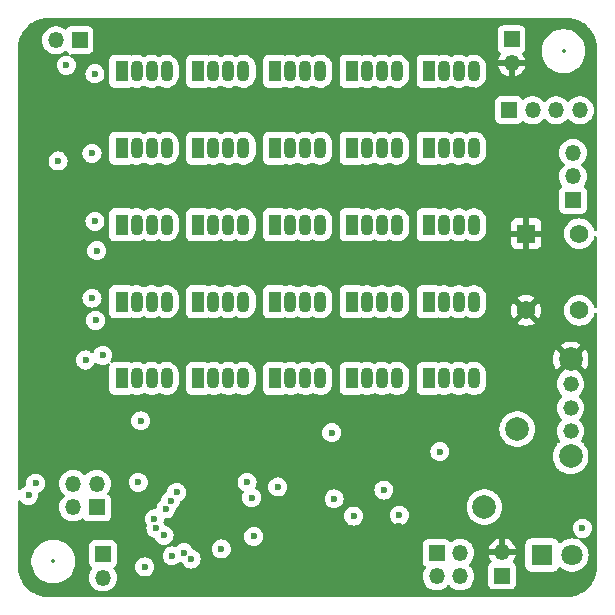
<source format=gbr>
%TF.GenerationSoftware,KiCad,Pcbnew,8.0.4*%
%TF.CreationDate,2024-08-07T18:13:10-04:00*%
%TF.ProjectId,led_2048,6c65645f-3230-4343-982e-6b696361645f,rev?*%
%TF.SameCoordinates,Original*%
%TF.FileFunction,Copper,L3,Inr*%
%TF.FilePolarity,Positive*%
%FSLAX46Y46*%
G04 Gerber Fmt 4.6, Leading zero omitted, Abs format (unit mm)*
G04 Created by KiCad (PCBNEW 8.0.4) date 2024-08-07 18:13:10*
%MOMM*%
%LPD*%
G01*
G04 APERTURE LIST*
%TA.AperFunction,ComponentPad*%
%ADD10R,1.070000X1.800000*%
%TD*%
%TA.AperFunction,ComponentPad*%
%ADD11O,1.070000X1.800000*%
%TD*%
%TA.AperFunction,ComponentPad*%
%ADD12C,2.006600*%
%TD*%
%TA.AperFunction,ComponentPad*%
%ADD13C,1.320800*%
%TD*%
%TA.AperFunction,ComponentPad*%
%ADD14R,1.575000X1.575000*%
%TD*%
%TA.AperFunction,ComponentPad*%
%ADD15C,1.575000*%
%TD*%
%TA.AperFunction,ComponentPad*%
%ADD16R,1.800000X1.800000*%
%TD*%
%TA.AperFunction,ComponentPad*%
%ADD17C,1.800000*%
%TD*%
%TA.AperFunction,ComponentPad*%
%ADD18C,2.000000*%
%TD*%
%TA.AperFunction,ComponentPad*%
%ADD19R,1.350000X1.350000*%
%TD*%
%TA.AperFunction,ComponentPad*%
%ADD20O,1.350000X1.350000*%
%TD*%
%TA.AperFunction,ViaPad*%
%ADD21C,0.600000*%
%TD*%
%TA.AperFunction,ViaPad*%
%ADD22C,0.800000*%
%TD*%
%ADD23C,0.300000*%
%ADD24C,0.350000*%
G04 APERTURE END LIST*
D10*
%TO.N,/LED Matrix/OUT9*%
%TO.C,D27*%
X205375000Y-78010000D03*
D11*
%TO.N,Multiplex 5*%
X206645000Y-78010000D03*
%TO.N,/LED Matrix/OUT10*%
X207915000Y-78010000D03*
%TO.N,/LED Matrix/OUT11*%
X209185000Y-78010000D03*
%TD*%
D10*
%TO.N,/LED Matrix/OUT12*%
%TO.C,D23*%
X211885000Y-71510000D03*
D11*
%TO.N,Multiplex 4*%
X213155000Y-71510000D03*
%TO.N,/LED Matrix/OUT13*%
X214425000Y-71510000D03*
%TO.N,/LED Matrix/OUT14*%
X215695000Y-71510000D03*
%TD*%
D10*
%TO.N,/LED Matrix/OUT9*%
%TO.C,D12*%
X205385000Y-58510000D03*
D11*
%TO.N,Multiplex 2*%
X206655000Y-58510000D03*
%TO.N,/LED Matrix/OUT10*%
X207925000Y-58510000D03*
%TO.N,/LED Matrix/OUT11*%
X209195000Y-58510000D03*
%TD*%
D10*
%TO.N,/LED Matrix/OUT12*%
%TO.C,D28*%
X211885000Y-78010000D03*
D11*
%TO.N,Multiplex 5*%
X213155000Y-78010000D03*
%TO.N,/LED Matrix/OUT13*%
X214425000Y-78010000D03*
%TO.N,/LED Matrix/OUT14*%
X215695000Y-78010000D03*
%TD*%
D12*
%TO.N,GND*%
%TO.C,SW1*%
X223900000Y-76400001D03*
X223900000Y-84599999D03*
D13*
%TO.N,unconnected-(SW1-C-Pad3)*%
X223900000Y-78499999D03*
%TO.N,Net-(BT1-+)*%
X223900000Y-80500000D03*
%TO.N,Net-(SW1-A)*%
X223900000Y-82500000D03*
%TD*%
D10*
%TO.N,/LED Matrix/OUT9*%
%TO.C,D7*%
X205385000Y-52010000D03*
D11*
%TO.N,Multiplex 1*%
X206655000Y-52010000D03*
%TO.N,/LED Matrix/OUT10*%
X207925000Y-52010000D03*
%TO.N,/LED Matrix/OUT11*%
X209195000Y-52010000D03*
%TD*%
D10*
%TO.N,/LED Matrix/OUT0*%
%TO.C,D14*%
X185875000Y-65010000D03*
D11*
%TO.N,Multiplex 3*%
X187145000Y-65010000D03*
%TO.N,/LED Matrix/OUT1*%
X188415000Y-65010000D03*
%TO.N,/LED Matrix/OUT2*%
X189685000Y-65010000D03*
%TD*%
D10*
%TO.N,/LED Matrix/OUT9*%
%TO.C,D22*%
X205380000Y-71510000D03*
D11*
%TO.N,Multiplex 4*%
X206650000Y-71510000D03*
%TO.N,/LED Matrix/OUT10*%
X207920000Y-71510000D03*
%TO.N,/LED Matrix/OUT11*%
X209190000Y-71510000D03*
%TD*%
D10*
%TO.N,/LED Matrix/OUT3*%
%TO.C,D5*%
X192385000Y-52010000D03*
D11*
%TO.N,Multiplex 1*%
X193655000Y-52010000D03*
%TO.N,/LED Matrix/OUT4*%
X194925000Y-52010000D03*
%TO.N,/LED Matrix/OUT5*%
X196195000Y-52010000D03*
%TD*%
D10*
%TO.N,/LED Matrix/OUT12*%
%TO.C,D13*%
X211885000Y-58510000D03*
D11*
%TO.N,Multiplex 2*%
X213155000Y-58510000D03*
%TO.N,/LED Matrix/OUT13*%
X214425000Y-58510000D03*
%TO.N,/LED Matrix/OUT14*%
X215695000Y-58510000D03*
%TD*%
D14*
%TO.N,GND*%
%TO.C,SW2*%
X220125000Y-65750000D03*
D15*
X220125000Y-72250000D03*
%TO.N,/MCU/~{RESET}*%
X224625000Y-65750000D03*
X224625000Y-72250000D03*
%TD*%
D10*
%TO.N,/LED Matrix/OUT3*%
%TO.C,D10*%
X192385000Y-58510000D03*
D11*
%TO.N,Multiplex 2*%
X193655000Y-58510000D03*
%TO.N,/LED Matrix/OUT4*%
X194925000Y-58510000D03*
%TO.N,/LED Matrix/OUT5*%
X196195000Y-58510000D03*
%TD*%
D10*
%TO.N,/LED Matrix/OUT12*%
%TO.C,D8*%
X211885000Y-52010000D03*
D11*
%TO.N,Multiplex 1*%
X213155000Y-52010000D03*
%TO.N,/LED Matrix/OUT13*%
X214425000Y-52010000D03*
%TO.N,/LED Matrix/OUT14*%
X215695000Y-52010000D03*
%TD*%
D10*
%TO.N,/LED Matrix/OUT0*%
%TO.C,D4*%
X185875000Y-52010000D03*
D11*
%TO.N,Multiplex 1*%
X187145000Y-52010000D03*
%TO.N,/LED Matrix/OUT1*%
X188415000Y-52010000D03*
%TO.N,/LED Matrix/OUT2*%
X189685000Y-52010000D03*
%TD*%
D10*
%TO.N,/LED Matrix/OUT6*%
%TO.C,D26*%
X198875000Y-78010000D03*
D11*
%TO.N,Multiplex 5*%
X200145000Y-78010000D03*
%TO.N,/LED Matrix/OUT7*%
X201415000Y-78010000D03*
%TO.N,/LED Matrix/OUT8*%
X202685000Y-78010000D03*
%TD*%
D10*
%TO.N,/LED Matrix/OUT6*%
%TO.C,D6*%
X198885000Y-52010000D03*
D11*
%TO.N,Multiplex 1*%
X200155000Y-52010000D03*
%TO.N,/LED Matrix/OUT7*%
X201425000Y-52010000D03*
%TO.N,/LED Matrix/OUT8*%
X202695000Y-52010000D03*
%TD*%
D16*
%TO.N,/LED Matrix/OUT15*%
%TO.C,D29*%
X221475000Y-92959835D03*
D17*
%TO.N,VDD*%
X224015000Y-92959835D03*
%TD*%
D18*
%TO.N,Net-(JP1-A)*%
%TO.C,TP2*%
X216600000Y-88900000D03*
%TD*%
D10*
%TO.N,/LED Matrix/OUT3*%
%TO.C,D25*%
X192375000Y-78010000D03*
D11*
%TO.N,Multiplex 5*%
X193645000Y-78010000D03*
%TO.N,/LED Matrix/OUT4*%
X194915000Y-78010000D03*
%TO.N,/LED Matrix/OUT5*%
X196185000Y-78010000D03*
%TD*%
D10*
%TO.N,/LED Matrix/OUT3*%
%TO.C,D20*%
X192375000Y-71510000D03*
D11*
%TO.N,Multiplex 4*%
X193645000Y-71510000D03*
%TO.N,/LED Matrix/OUT4*%
X194915000Y-71510000D03*
%TO.N,/LED Matrix/OUT5*%
X196185000Y-71510000D03*
%TD*%
D19*
%TO.N,/MCU/Score data*%
%TO.C,J12*%
X224100000Y-62900000D03*
D20*
%TO.N,/MCU/Score latch*%
X224100000Y-60900000D03*
%TO.N,/MCU/Score clk*%
X224100000Y-58900000D03*
%TD*%
D19*
%TO.N,/MCU/Misc GPIO 1*%
%TO.C,J4*%
X182325000Y-49375000D03*
D20*
%TO.N,/MCU/Misc GPIO 2*%
X180325000Y-49375000D03*
%TD*%
D10*
%TO.N,/LED Matrix/OUT6*%
%TO.C,D11*%
X198885000Y-58510000D03*
D11*
%TO.N,Multiplex 2*%
X200155000Y-58510000D03*
%TO.N,/LED Matrix/OUT7*%
X201425000Y-58510000D03*
%TO.N,/LED Matrix/OUT8*%
X202695000Y-58510000D03*
%TD*%
D10*
%TO.N,/LED Matrix/OUT3*%
%TO.C,D15*%
X192375000Y-65010000D03*
D11*
%TO.N,Multiplex 3*%
X193645000Y-65010000D03*
%TO.N,/LED Matrix/OUT4*%
X194915000Y-65010000D03*
%TO.N,/LED Matrix/OUT5*%
X196185000Y-65010000D03*
%TD*%
D10*
%TO.N,/LED Matrix/OUT0*%
%TO.C,D19*%
X185875000Y-71510000D03*
D11*
%TO.N,Multiplex 4*%
X187145000Y-71510000D03*
%TO.N,/LED Matrix/OUT1*%
X188415000Y-71510000D03*
%TO.N,/LED Matrix/OUT2*%
X189685000Y-71510000D03*
%TD*%
D10*
%TO.N,/LED Matrix/OUT6*%
%TO.C,D16*%
X198875000Y-65010000D03*
D11*
%TO.N,Multiplex 3*%
X200145000Y-65010000D03*
%TO.N,/LED Matrix/OUT7*%
X201415000Y-65010000D03*
%TO.N,/LED Matrix/OUT8*%
X202685000Y-65010000D03*
%TD*%
D10*
%TO.N,/LED Matrix/OUT9*%
%TO.C,D17*%
X205375000Y-65010000D03*
D11*
%TO.N,Multiplex 3*%
X206645000Y-65010000D03*
%TO.N,/LED Matrix/OUT10*%
X207915000Y-65010000D03*
%TO.N,/LED Matrix/OUT11*%
X209185000Y-65010000D03*
%TD*%
D10*
%TO.N,/LED Matrix/OUT0*%
%TO.C,D24*%
X185875000Y-78010000D03*
D11*
%TO.N,Multiplex 5*%
X187145000Y-78010000D03*
%TO.N,/LED Matrix/OUT1*%
X188415000Y-78010000D03*
%TO.N,/LED Matrix/OUT2*%
X189685000Y-78010000D03*
%TD*%
D10*
%TO.N,/LED Matrix/OUT12*%
%TO.C,D18*%
X211885000Y-65010000D03*
D11*
%TO.N,Multiplex 3*%
X213155000Y-65010000D03*
%TO.N,/LED Matrix/OUT13*%
X214425000Y-65010000D03*
%TO.N,/LED Matrix/OUT14*%
X215695000Y-65010000D03*
%TD*%
D18*
%TO.N,Net-(SW1-A)*%
%TO.C,TP1*%
X219375000Y-82300000D03*
%TD*%
D10*
%TO.N,/LED Matrix/OUT6*%
%TO.C,D21*%
X198875000Y-71510000D03*
D11*
%TO.N,Multiplex 4*%
X200145000Y-71510000D03*
%TO.N,/LED Matrix/OUT7*%
X201415000Y-71510000D03*
%TO.N,/LED Matrix/OUT8*%
X202685000Y-71510000D03*
%TD*%
D10*
%TO.N,/LED Matrix/OUT0*%
%TO.C,D9*%
X185875000Y-58510000D03*
D11*
%TO.N,Multiplex 2*%
X187145000Y-58510000D03*
%TO.N,/LED Matrix/OUT1*%
X188415000Y-58510000D03*
%TO.N,/LED Matrix/OUT2*%
X189685000Y-58510000D03*
%TD*%
D19*
%TO.N,Multiplex 1*%
%TO.C,J7*%
X218675000Y-55300000D03*
D20*
%TO.N,Multiplex 2*%
X220675000Y-55300000D03*
%TO.N,Multiplex 3*%
X222675000Y-55300000D03*
%TO.N,Multiplex 4*%
X224675000Y-55300000D03*
%TD*%
D19*
%TO.N,/MCU/Misc GPIO 3*%
%TO.C,J5*%
X184290000Y-92870000D03*
D20*
%TO.N,/MCU/Misc GPIO 4*%
X184290000Y-94870000D03*
%TD*%
D19*
%TO.N,/MCU/Button 1*%
%TO.C,J2*%
X183780801Y-88935721D03*
D20*
%TO.N,/MCU/Button 2*%
X181780801Y-88935721D03*
%TO.N,/MCU/Button 3*%
X183780801Y-86935721D03*
%TO.N,/MCU/Button 4*%
X181780801Y-86935721D03*
%TD*%
D19*
%TO.N,VDD*%
%TO.C,REF\u002A\u002A*%
X218100000Y-94700000D03*
D20*
%TO.N,GND*%
X218100000Y-92700000D03*
%TD*%
D19*
%TO.N,VDD*%
%TO.C,REF\u002A\u002A*%
X218900000Y-49300000D03*
D20*
%TO.N,GND*%
X218900000Y-51300000D03*
%TD*%
D19*
%TO.N,/MCU/Button 5*%
%TO.C,J3*%
X212550000Y-92775000D03*
D20*
%TO.N,/MCU/Button 6*%
X214550000Y-92775000D03*
%TO.N,/MCU/Button 7*%
X212550000Y-94775000D03*
%TO.N,/MCU/Button 8*%
X214550000Y-94775000D03*
%TD*%
D21*
%TO.N,GND*%
X207600000Y-90200000D03*
D22*
X217800000Y-84300000D03*
D21*
%TO.N,/MCU/~{RESET}*%
X224900000Y-90700000D03*
%TO.N,GND*%
X202400000Y-86600000D03*
X202600000Y-80000000D03*
%TO.N,VDD*%
X196500000Y-86800000D03*
%TO.N,GND*%
X185150000Y-80700000D03*
X202200000Y-60300000D03*
X196000000Y-66800000D03*
X206200000Y-73400000D03*
X212900000Y-60200000D03*
X199473565Y-83109873D03*
X209200000Y-73300000D03*
X187845000Y-95570000D03*
X178200000Y-54600000D03*
X210700000Y-48600000D03*
X209100000Y-53800000D03*
X191900000Y-87933235D03*
X220300000Y-69300000D03*
X212400000Y-53700000D03*
X202600000Y-53700000D03*
X220300000Y-74200000D03*
X199700000Y-53600000D03*
X189600000Y-73300000D03*
X209100000Y-66900000D03*
X202425000Y-88359835D03*
X221700000Y-63200000D03*
X186700000Y-73200000D03*
X199800000Y-73400000D03*
X192600000Y-83800000D03*
X207925000Y-86350191D03*
X202500000Y-73300000D03*
X197600000Y-48500000D03*
X193100000Y-73400000D03*
X215700000Y-73300000D03*
X189600000Y-66800000D03*
X189800000Y-53900000D03*
X186700000Y-66800000D03*
X193200000Y-66800000D03*
X186200000Y-53800000D03*
X206200000Y-53600000D03*
X185900000Y-87000000D03*
X192300000Y-60300000D03*
X199700000Y-60300000D03*
X202500000Y-66700000D03*
X207925000Y-83159835D03*
X212700000Y-66800000D03*
X223400000Y-68900000D03*
X206100000Y-66800000D03*
X215500000Y-66700000D03*
X196200000Y-73200000D03*
X207375000Y-92000000D03*
X206000000Y-60300000D03*
X193300000Y-53700000D03*
X196300000Y-53800000D03*
X222700000Y-95200000D03*
X209331049Y-90517480D03*
X186400000Y-60300000D03*
X189600000Y-60300000D03*
X199800000Y-66800000D03*
X196100000Y-60200000D03*
X194250000Y-90834835D03*
X199646473Y-92220000D03*
X212700000Y-73300000D03*
X209000000Y-60400000D03*
X215600000Y-60200000D03*
X215600000Y-53600000D03*
X220700000Y-53200000D03*
%TO.N,VDD*%
X187300000Y-86800000D03*
X209400000Y-89600000D03*
X182825000Y-76450000D03*
X183775000Y-67200000D03*
X183675000Y-73100000D03*
X196900000Y-88100000D03*
X181200000Y-51500000D03*
X187825000Y-93970000D03*
X187500000Y-81600000D03*
X180500000Y-59600000D03*
%TO.N,Net-(U2-VDDA)*%
X194323303Y-92448892D03*
%TO.N,/MCU/~{RESET}*%
X197067574Y-91389056D03*
%TO.N,Multiplex 1*%
X183625000Y-52209835D03*
%TO.N,Multiplex 2*%
X183375000Y-58959835D03*
%TO.N,Multiplex 3*%
X183625000Y-64709835D03*
%TO.N,Multiplex 4*%
X183375000Y-71209835D03*
%TO.N,Multiplex 5*%
X184275000Y-76050000D03*
%TO.N,/LED Matrix/OUT15*%
X212825000Y-84200000D03*
%TO.N,/MCU/SWDIO*%
X189625000Y-89059835D03*
%TO.N,/MCU/SWCLK*%
X190025000Y-88359835D03*
%TO.N,Net-(U3-REXT)*%
X199100000Y-87200000D03*
%TO.N,SDA*%
X205525000Y-89659835D03*
%TO.N,SCL*%
X203875000Y-88209835D03*
%TO.N,TLC Reset*%
X190545000Y-87660000D03*
X208085000Y-87460000D03*
%TO.N,/MCU/Red LED*%
X188661863Y-89908038D03*
%TO.N,/MCU/Blue LED*%
X188775000Y-90700000D03*
%TO.N,/MCU/Green LED*%
X189475000Y-91300000D03*
%TO.N,/MCU/Misc GPIO 2*%
X178000000Y-87900000D03*
%TO.N,/MCU/Misc GPIO 1*%
X178600000Y-86900000D03*
%TO.N,/MCU/Score latch*%
X191137500Y-92762500D03*
%TO.N,/MCU/Score clk*%
X191762500Y-93300000D03*
%TO.N,/MCU/Score data*%
X190163411Y-93036589D03*
%TO.N,VDD*%
X203675000Y-82600000D03*
%TD*%
%TA.AperFunction,Conductor*%
%TO.N,GND*%
G36*
X223628736Y-47500726D02*
G01*
X223918796Y-47518271D01*
X223933659Y-47520076D01*
X224215798Y-47571780D01*
X224230335Y-47575363D01*
X224504172Y-47660695D01*
X224518163Y-47666000D01*
X224779743Y-47783727D01*
X224792989Y-47790680D01*
X225038465Y-47939075D01*
X225050776Y-47947573D01*
X225276573Y-48124473D01*
X225287781Y-48134403D01*
X225490596Y-48337218D01*
X225500526Y-48348426D01*
X225662123Y-48554690D01*
X225677422Y-48574217D01*
X225685926Y-48586537D01*
X225689541Y-48592517D01*
X225834316Y-48832004D01*
X225841275Y-48845263D01*
X225958997Y-49106831D01*
X225964306Y-49120832D01*
X226049635Y-49394663D01*
X226053219Y-49409201D01*
X226104923Y-49691340D01*
X226106728Y-49706205D01*
X226124274Y-49996263D01*
X226124500Y-50003750D01*
X226124500Y-65427885D01*
X226104815Y-65494924D01*
X226052011Y-65540679D01*
X225982853Y-65550623D01*
X225919297Y-65521598D01*
X225881523Y-65462820D01*
X225880725Y-65459979D01*
X225872125Y-65427885D01*
X225839947Y-65307795D01*
X225744702Y-65103540D01*
X225615434Y-64918927D01*
X225456073Y-64759566D01*
X225271460Y-64630298D01*
X225271456Y-64630296D01*
X225067211Y-64535055D01*
X225067200Y-64535051D01*
X224849514Y-64476722D01*
X224849507Y-64476721D01*
X224625002Y-64457080D01*
X224624998Y-64457080D01*
X224400492Y-64476721D01*
X224400485Y-64476722D01*
X224182799Y-64535051D01*
X224182788Y-64535055D01*
X223978543Y-64630296D01*
X223978533Y-64630302D01*
X223793926Y-64759566D01*
X223634566Y-64918926D01*
X223505302Y-65103533D01*
X223505296Y-65103543D01*
X223410055Y-65307788D01*
X223410051Y-65307799D01*
X223351722Y-65525485D01*
X223351721Y-65525492D01*
X223332080Y-65749997D01*
X223332080Y-65750002D01*
X223351721Y-65974507D01*
X223351722Y-65974514D01*
X223410051Y-66192200D01*
X223410055Y-66192211D01*
X223505296Y-66396456D01*
X223505302Y-66396466D01*
X223518022Y-66414632D01*
X223634566Y-66581073D01*
X223793927Y-66740434D01*
X223978540Y-66869702D01*
X224101424Y-66927003D01*
X224182788Y-66964944D01*
X224182790Y-66964944D01*
X224182795Y-66964947D01*
X224400487Y-67023278D01*
X224560853Y-67037308D01*
X224624998Y-67042920D01*
X224625000Y-67042920D01*
X224625002Y-67042920D01*
X224686963Y-67037499D01*
X224849513Y-67023278D01*
X225067205Y-66964947D01*
X225271460Y-66869702D01*
X225456073Y-66740434D01*
X225615434Y-66581073D01*
X225744702Y-66396460D01*
X225839947Y-66192205D01*
X225880725Y-66040019D01*
X225917090Y-65980360D01*
X225979937Y-65949831D01*
X226049313Y-65958126D01*
X226103191Y-66002611D01*
X226124465Y-66069163D01*
X226124500Y-66072114D01*
X226124500Y-71927885D01*
X226104815Y-71994924D01*
X226052011Y-72040679D01*
X225982853Y-72050623D01*
X225919297Y-72021598D01*
X225881523Y-71962820D01*
X225880725Y-71959979D01*
X225872125Y-71927885D01*
X225839947Y-71807795D01*
X225744702Y-71603540D01*
X225615434Y-71418927D01*
X225456073Y-71259566D01*
X225272084Y-71130735D01*
X225271466Y-71130302D01*
X225271463Y-71130300D01*
X225271460Y-71130298D01*
X225271456Y-71130296D01*
X225067211Y-71035055D01*
X225067200Y-71035051D01*
X224849514Y-70976722D01*
X224849507Y-70976721D01*
X224625002Y-70957080D01*
X224624998Y-70957080D01*
X224400492Y-70976721D01*
X224400485Y-70976722D01*
X224182799Y-71035051D01*
X224182788Y-71035055D01*
X223978543Y-71130296D01*
X223978533Y-71130302D01*
X223793926Y-71259566D01*
X223634566Y-71418926D01*
X223505302Y-71603533D01*
X223505296Y-71603543D01*
X223410055Y-71807788D01*
X223410051Y-71807799D01*
X223351722Y-72025485D01*
X223351721Y-72025492D01*
X223332080Y-72249997D01*
X223332080Y-72250002D01*
X223351721Y-72474507D01*
X223351722Y-72474514D01*
X223410051Y-72692200D01*
X223410055Y-72692211D01*
X223505296Y-72896456D01*
X223505302Y-72896466D01*
X223522306Y-72920750D01*
X223634566Y-73081073D01*
X223793927Y-73240434D01*
X223978540Y-73369702D01*
X224101424Y-73427003D01*
X224182788Y-73464944D01*
X224182790Y-73464944D01*
X224182795Y-73464947D01*
X224400487Y-73523278D01*
X224560853Y-73537308D01*
X224624998Y-73542920D01*
X224625000Y-73542920D01*
X224625002Y-73542920D01*
X224681128Y-73538009D01*
X224849513Y-73523278D01*
X225067205Y-73464947D01*
X225271460Y-73369702D01*
X225456073Y-73240434D01*
X225615434Y-73081073D01*
X225744702Y-72896460D01*
X225839947Y-72692205D01*
X225880725Y-72540019D01*
X225917090Y-72480360D01*
X225979937Y-72449831D01*
X226049313Y-72458126D01*
X226103191Y-72502611D01*
X226124465Y-72569163D01*
X226124500Y-72572114D01*
X226124500Y-93996249D01*
X226124274Y-94003736D01*
X226106728Y-94293794D01*
X226104923Y-94308659D01*
X226053219Y-94590798D01*
X226049635Y-94605336D01*
X225964306Y-94879167D01*
X225958997Y-94893168D01*
X225841275Y-95154736D01*
X225834316Y-95167995D01*
X225685928Y-95413459D01*
X225677422Y-95425782D01*
X225500526Y-95651573D01*
X225490596Y-95662781D01*
X225287781Y-95865596D01*
X225276573Y-95875526D01*
X225050782Y-96052422D01*
X225038459Y-96060928D01*
X224792995Y-96209316D01*
X224779736Y-96216275D01*
X224518168Y-96333997D01*
X224504167Y-96339306D01*
X224230336Y-96424635D01*
X224215798Y-96428219D01*
X223933659Y-96479923D01*
X223918794Y-96481728D01*
X223628736Y-96499274D01*
X223621249Y-96499500D01*
X179628751Y-96499500D01*
X179621264Y-96499274D01*
X179331205Y-96481728D01*
X179316340Y-96479923D01*
X179034201Y-96428219D01*
X179019663Y-96424635D01*
X178745832Y-96339306D01*
X178731831Y-96333997D01*
X178470263Y-96216275D01*
X178457004Y-96209316D01*
X178211540Y-96060928D01*
X178199217Y-96052422D01*
X177973426Y-95875526D01*
X177962218Y-95865596D01*
X177759403Y-95662781D01*
X177749473Y-95651573D01*
X177646264Y-95519836D01*
X177572573Y-95425776D01*
X177564075Y-95413465D01*
X177415680Y-95167989D01*
X177408727Y-95154743D01*
X177291000Y-94893163D01*
X177285693Y-94879167D01*
X177282836Y-94870000D01*
X177200363Y-94605335D01*
X177196780Y-94590798D01*
X177145076Y-94308659D01*
X177143271Y-94293794D01*
X177133744Y-94136299D01*
X177125726Y-94003736D01*
X177125500Y-93996249D01*
X177125500Y-93378711D01*
X178249500Y-93378711D01*
X178249500Y-93621288D01*
X178281161Y-93861785D01*
X178343947Y-94096104D01*
X178436773Y-94320205D01*
X178436777Y-94320214D01*
X178437885Y-94322133D01*
X178558064Y-94530289D01*
X178558066Y-94530292D01*
X178558067Y-94530293D01*
X178705733Y-94722736D01*
X178705739Y-94722743D01*
X178877256Y-94894260D01*
X178877262Y-94894265D01*
X179069711Y-95041936D01*
X179279788Y-95163224D01*
X179503900Y-95256054D01*
X179738211Y-95318838D01*
X179918586Y-95342584D01*
X179978711Y-95350500D01*
X179978712Y-95350500D01*
X180221289Y-95350500D01*
X180269388Y-95344167D01*
X180461789Y-95318838D01*
X180696100Y-95256054D01*
X180920212Y-95163224D01*
X181130289Y-95041936D01*
X181322738Y-94894265D01*
X181347004Y-94869999D01*
X183109464Y-94869999D01*
X183109464Y-94870000D01*
X183129564Y-95086918D01*
X183129564Y-95086920D01*
X183129565Y-95086923D01*
X183162154Y-95201462D01*
X183189184Y-95296462D01*
X183281812Y-95482483D01*
X183286288Y-95491472D01*
X183417573Y-95665322D01*
X183578568Y-95812088D01*
X183578575Y-95812092D01*
X183578576Y-95812093D01*
X183763786Y-95926770D01*
X183763792Y-95926773D01*
X183786664Y-95935633D01*
X183966931Y-96005470D01*
X184181074Y-96045500D01*
X184181076Y-96045500D01*
X184398924Y-96045500D01*
X184398926Y-96045500D01*
X184613069Y-96005470D01*
X184816210Y-95926772D01*
X185001432Y-95812088D01*
X185162427Y-95665322D01*
X185293712Y-95491472D01*
X185390817Y-95296459D01*
X185450435Y-95086923D01*
X185470536Y-94870000D01*
X185450435Y-94653077D01*
X185390817Y-94443541D01*
X185293712Y-94248528D01*
X185212251Y-94140656D01*
X185187560Y-94075297D01*
X185202125Y-94006962D01*
X185234021Y-93969996D01*
X187019435Y-93969996D01*
X187019435Y-93970003D01*
X187039630Y-94149249D01*
X187039631Y-94149254D01*
X187099211Y-94319523D01*
X187177135Y-94443537D01*
X187195184Y-94472262D01*
X187322738Y-94599816D01*
X187475478Y-94695789D01*
X187645745Y-94755368D01*
X187645750Y-94755369D01*
X187824996Y-94775565D01*
X187825000Y-94775565D01*
X187825004Y-94775565D01*
X187830027Y-94774999D01*
X211369464Y-94774999D01*
X211369464Y-94775000D01*
X211389564Y-94991918D01*
X211389564Y-94991920D01*
X211389565Y-94991923D01*
X211449183Y-95201459D01*
X211546288Y-95396472D01*
X211677573Y-95570322D01*
X211838568Y-95717088D01*
X211838575Y-95717092D01*
X211838576Y-95717093D01*
X212023786Y-95831770D01*
X212023792Y-95831773D01*
X212046664Y-95840633D01*
X212226931Y-95910470D01*
X212441074Y-95950500D01*
X212441076Y-95950500D01*
X212658924Y-95950500D01*
X212658926Y-95950500D01*
X212873069Y-95910470D01*
X213076210Y-95831772D01*
X213261432Y-95717088D01*
X213422427Y-95570322D01*
X213451047Y-95532422D01*
X213507153Y-95490787D01*
X213576865Y-95486094D01*
X213638048Y-95519836D01*
X213648946Y-95532414D01*
X213677573Y-95570322D01*
X213677576Y-95570325D01*
X213677578Y-95570327D01*
X213778996Y-95662781D01*
X213838568Y-95717088D01*
X213838575Y-95717092D01*
X213838576Y-95717093D01*
X214023786Y-95831770D01*
X214023792Y-95831773D01*
X214046664Y-95840633D01*
X214226931Y-95910470D01*
X214441074Y-95950500D01*
X214441076Y-95950500D01*
X214658924Y-95950500D01*
X214658926Y-95950500D01*
X214873069Y-95910470D01*
X215076210Y-95831772D01*
X215261432Y-95717088D01*
X215422427Y-95570322D01*
X215553712Y-95396472D01*
X215650817Y-95201459D01*
X215710435Y-94991923D01*
X215730536Y-94775000D01*
X215710435Y-94558077D01*
X215650817Y-94348541D01*
X215553712Y-94153528D01*
X215422427Y-93979678D01*
X215419637Y-93977135D01*
X216924500Y-93977135D01*
X216924500Y-95422870D01*
X216924501Y-95422876D01*
X216930908Y-95482483D01*
X216981202Y-95617328D01*
X216981206Y-95617335D01*
X217067452Y-95732544D01*
X217067455Y-95732547D01*
X217182664Y-95818793D01*
X217182671Y-95818797D01*
X217317517Y-95869091D01*
X217317516Y-95869091D01*
X217324444Y-95869835D01*
X217377127Y-95875500D01*
X218822872Y-95875499D01*
X218882483Y-95869091D01*
X219017331Y-95818796D01*
X219132546Y-95732546D01*
X219218796Y-95617331D01*
X219269091Y-95482483D01*
X219275500Y-95422873D01*
X219275499Y-93977128D01*
X219269091Y-93917517D01*
X219265432Y-93907708D01*
X219218797Y-93782671D01*
X219218793Y-93782664D01*
X219132547Y-93667455D01*
X219131144Y-93666405D01*
X219070939Y-93621335D01*
X219046494Y-93603035D01*
X219004624Y-93547101D01*
X218999640Y-93477409D01*
X219021852Y-93429042D01*
X219103284Y-93321208D01*
X219200348Y-93126280D01*
X219250505Y-92950000D01*
X218415686Y-92950000D01*
X218420080Y-92945606D01*
X218472741Y-92854394D01*
X218500000Y-92752661D01*
X218500000Y-92647339D01*
X218472741Y-92545606D01*
X218420080Y-92454394D01*
X218415686Y-92450000D01*
X219250505Y-92450000D01*
X219250505Y-92449999D01*
X219200348Y-92273719D01*
X219103284Y-92078791D01*
X219052823Y-92011970D01*
X220074500Y-92011970D01*
X220074500Y-93907705D01*
X220074501Y-93907711D01*
X220080908Y-93967318D01*
X220131202Y-94102163D01*
X220131206Y-94102170D01*
X220217452Y-94217379D01*
X220217455Y-94217382D01*
X220332664Y-94303628D01*
X220332671Y-94303632D01*
X220467517Y-94353926D01*
X220467516Y-94353926D01*
X220474444Y-94354670D01*
X220527127Y-94360335D01*
X222422872Y-94360334D01*
X222482483Y-94353926D01*
X222617331Y-94303631D01*
X222732546Y-94217381D01*
X222818796Y-94102166D01*
X222821057Y-94096104D01*
X222847455Y-94025328D01*
X222889326Y-93969394D01*
X222954790Y-93944976D01*
X223023063Y-93959827D01*
X223054866Y-93984678D01*
X223062302Y-93992755D01*
X223063215Y-93993747D01*
X223063222Y-93993753D01*
X223246365Y-94136299D01*
X223246371Y-94136303D01*
X223246374Y-94136305D01*
X223450497Y-94246771D01*
X223564487Y-94285903D01*
X223670015Y-94322132D01*
X223670017Y-94322132D01*
X223670019Y-94322133D01*
X223898951Y-94360335D01*
X223898952Y-94360335D01*
X224131048Y-94360335D01*
X224131049Y-94360335D01*
X224359981Y-94322133D01*
X224579503Y-94246771D01*
X224783626Y-94136305D01*
X224835277Y-94096104D01*
X224900092Y-94045656D01*
X224966784Y-93993748D01*
X225123979Y-93822988D01*
X225250924Y-93628684D01*
X225344157Y-93416135D01*
X225401134Y-93191140D01*
X225401135Y-93191132D01*
X225420300Y-92959841D01*
X225420300Y-92959828D01*
X225401135Y-92728537D01*
X225401133Y-92728526D01*
X225344157Y-92503534D01*
X225250924Y-92290986D01*
X225123983Y-92096687D01*
X225123980Y-92096684D01*
X225123979Y-92096682D01*
X224966784Y-91925922D01*
X224966779Y-91925918D01*
X224966777Y-91925916D01*
X224783634Y-91783370D01*
X224783623Y-91783363D01*
X224665954Y-91719684D01*
X224616363Y-91670465D01*
X224601255Y-91602248D01*
X224625425Y-91536692D01*
X224681201Y-91494611D01*
X224738854Y-91487409D01*
X224899996Y-91505565D01*
X224900000Y-91505565D01*
X224900004Y-91505565D01*
X225079249Y-91485369D01*
X225079252Y-91485368D01*
X225079255Y-91485368D01*
X225249522Y-91425789D01*
X225402262Y-91329816D01*
X225529816Y-91202262D01*
X225625789Y-91049522D01*
X225685368Y-90879255D01*
X225694553Y-90797737D01*
X225705565Y-90700003D01*
X225705565Y-90699996D01*
X225685369Y-90520750D01*
X225685368Y-90520745D01*
X225682340Y-90512091D01*
X225625789Y-90350478D01*
X225529816Y-90197738D01*
X225402262Y-90070184D01*
X225377328Y-90054517D01*
X225249523Y-89974211D01*
X225079254Y-89914631D01*
X225079249Y-89914630D01*
X224900004Y-89894435D01*
X224899996Y-89894435D01*
X224720750Y-89914630D01*
X224720745Y-89914631D01*
X224550476Y-89974211D01*
X224397737Y-90070184D01*
X224270184Y-90197737D01*
X224174211Y-90350476D01*
X224114631Y-90520745D01*
X224114630Y-90520750D01*
X224094435Y-90699996D01*
X224094435Y-90700003D01*
X224114630Y-90879249D01*
X224114631Y-90879254D01*
X224174211Y-91049523D01*
X224270184Y-91202262D01*
X224397738Y-91329816D01*
X224474698Y-91378173D01*
X224520989Y-91430508D01*
X224531637Y-91499561D01*
X224503262Y-91563410D01*
X224444872Y-91601782D01*
X224375006Y-91602494D01*
X224368465Y-91600449D01*
X224359983Y-91597537D01*
X224207359Y-91572069D01*
X224131049Y-91559335D01*
X223898951Y-91559335D01*
X223874531Y-91563410D01*
X223670015Y-91597537D01*
X223450504Y-91672896D01*
X223450495Y-91672899D01*
X223246371Y-91783366D01*
X223246365Y-91783370D01*
X223063222Y-91925916D01*
X223063218Y-91925920D01*
X223063216Y-91925921D01*
X223063216Y-91925922D01*
X223059632Y-91929816D01*
X223054866Y-91934993D01*
X222994979Y-91970983D01*
X222925141Y-91968882D01*
X222867525Y-91929357D01*
X222847455Y-91894342D01*
X222818797Y-91817506D01*
X222818793Y-91817499D01*
X222732547Y-91702290D01*
X222732544Y-91702287D01*
X222617335Y-91616041D01*
X222617328Y-91616037D01*
X222482482Y-91565743D01*
X222482483Y-91565743D01*
X222422883Y-91559336D01*
X222422881Y-91559335D01*
X222422873Y-91559335D01*
X222422864Y-91559335D01*
X220527129Y-91559335D01*
X220527123Y-91559336D01*
X220467516Y-91565743D01*
X220332671Y-91616037D01*
X220332664Y-91616041D01*
X220217455Y-91702287D01*
X220217452Y-91702290D01*
X220131206Y-91817499D01*
X220131202Y-91817506D01*
X220080908Y-91952352D01*
X220074501Y-92011951D01*
X220074500Y-92011970D01*
X219052823Y-92011970D01*
X218972054Y-91905014D01*
X218811131Y-91758314D01*
X218625987Y-91643677D01*
X218625985Y-91643676D01*
X218422931Y-91565013D01*
X218422921Y-91565010D01*
X218350001Y-91551378D01*
X218350000Y-91551379D01*
X218350000Y-92384314D01*
X218345606Y-92379920D01*
X218254394Y-92327259D01*
X218152661Y-92300000D01*
X218047339Y-92300000D01*
X217945606Y-92327259D01*
X217854394Y-92379920D01*
X217850000Y-92384314D01*
X217850000Y-91551379D01*
X217849998Y-91551378D01*
X217777078Y-91565010D01*
X217777068Y-91565013D01*
X217574014Y-91643676D01*
X217574012Y-91643677D01*
X217388869Y-91758314D01*
X217388868Y-91758314D01*
X217227945Y-91905014D01*
X217096715Y-92078791D01*
X216999651Y-92273719D01*
X216949494Y-92449999D01*
X216949495Y-92450000D01*
X217784314Y-92450000D01*
X217779920Y-92454394D01*
X217727259Y-92545606D01*
X217700000Y-92647339D01*
X217700000Y-92752661D01*
X217727259Y-92854394D01*
X217779920Y-92945606D01*
X217784314Y-92950000D01*
X216949495Y-92950000D01*
X216999651Y-93126280D01*
X217096715Y-93321208D01*
X217178147Y-93429042D01*
X217202839Y-93494404D01*
X217188274Y-93562738D01*
X217153505Y-93603035D01*
X217067452Y-93667455D01*
X216981206Y-93782664D01*
X216981202Y-93782671D01*
X216930908Y-93917517D01*
X216925266Y-93970000D01*
X216924501Y-93977123D01*
X216924500Y-93977135D01*
X215419637Y-93977135D01*
X215298423Y-93866634D01*
X215262145Y-93806927D01*
X215263905Y-93737079D01*
X215298423Y-93683365D01*
X215422427Y-93570322D01*
X215553712Y-93396472D01*
X215650817Y-93201459D01*
X215710435Y-92991923D01*
X215730536Y-92775000D01*
X215710435Y-92558077D01*
X215650817Y-92348541D01*
X215553712Y-92153528D01*
X215422427Y-91979678D01*
X215395016Y-91954690D01*
X215305996Y-91873537D01*
X215261432Y-91832912D01*
X215261428Y-91832909D01*
X215261423Y-91832906D01*
X215076213Y-91718229D01*
X215076207Y-91718226D01*
X214991113Y-91685260D01*
X214873069Y-91639530D01*
X214658926Y-91599500D01*
X214441074Y-91599500D01*
X214226931Y-91639530D01*
X214183896Y-91656202D01*
X214023792Y-91718226D01*
X214023786Y-91718229D01*
X213838565Y-91832913D01*
X213827585Y-91842923D01*
X213764780Y-91873537D01*
X213695393Y-91865336D01*
X213644785Y-91825594D01*
X213613170Y-91783363D01*
X213582546Y-91742454D01*
X213582544Y-91742453D01*
X213582544Y-91742452D01*
X213467335Y-91656206D01*
X213467328Y-91656202D01*
X213332482Y-91605908D01*
X213332483Y-91605908D01*
X213272883Y-91599501D01*
X213272881Y-91599500D01*
X213272873Y-91599500D01*
X213272864Y-91599500D01*
X211827129Y-91599500D01*
X211827123Y-91599501D01*
X211767516Y-91605908D01*
X211632671Y-91656202D01*
X211632664Y-91656206D01*
X211517455Y-91742452D01*
X211517452Y-91742455D01*
X211431206Y-91857664D01*
X211431202Y-91857671D01*
X211380908Y-91992517D01*
X211374501Y-92052116D01*
X211374500Y-92052135D01*
X211374500Y-93497870D01*
X211374501Y-93497876D01*
X211380908Y-93557483D01*
X211431202Y-93692328D01*
X211431206Y-93692335D01*
X211498827Y-93782664D01*
X211517454Y-93807546D01*
X211603105Y-93871664D01*
X211644975Y-93927597D01*
X211649959Y-93997289D01*
X211627748Y-94045656D01*
X211546288Y-94153528D01*
X211449184Y-94348537D01*
X211389564Y-94558081D01*
X211369464Y-94774999D01*
X187830027Y-94774999D01*
X188004249Y-94755369D01*
X188004252Y-94755368D01*
X188004255Y-94755368D01*
X188174522Y-94695789D01*
X188327262Y-94599816D01*
X188454816Y-94472262D01*
X188550789Y-94319522D01*
X188610368Y-94149255D01*
X188610369Y-94149249D01*
X188630565Y-93970003D01*
X188630565Y-93969996D01*
X188610369Y-93790750D01*
X188610368Y-93790745D01*
X188567227Y-93667455D01*
X188550789Y-93620478D01*
X188533445Y-93592876D01*
X188492988Y-93528489D01*
X188454816Y-93467738D01*
X188327262Y-93340184D01*
X188297062Y-93321208D01*
X188174523Y-93244211D01*
X188004254Y-93184631D01*
X188004249Y-93184630D01*
X187825004Y-93164435D01*
X187824996Y-93164435D01*
X187645750Y-93184630D01*
X187645745Y-93184631D01*
X187475476Y-93244211D01*
X187322737Y-93340184D01*
X187195184Y-93467737D01*
X187099211Y-93620476D01*
X187039631Y-93790745D01*
X187039630Y-93790750D01*
X187019435Y-93969996D01*
X185234021Y-93969996D01*
X185236895Y-93966665D01*
X185302547Y-93917517D01*
X185322546Y-93902546D01*
X185408796Y-93787331D01*
X185459091Y-93652483D01*
X185465500Y-93592873D01*
X185465500Y-93036585D01*
X189357846Y-93036585D01*
X189357846Y-93036592D01*
X189378041Y-93215838D01*
X189378042Y-93215843D01*
X189437622Y-93386112D01*
X189496148Y-93479255D01*
X189533595Y-93538851D01*
X189661149Y-93666405D01*
X189813889Y-93762378D01*
X189894972Y-93790750D01*
X189984156Y-93821957D01*
X189984161Y-93821958D01*
X190163407Y-93842154D01*
X190163411Y-93842154D01*
X190163415Y-93842154D01*
X190342660Y-93821958D01*
X190342663Y-93821957D01*
X190342666Y-93821957D01*
X190512933Y-93762378D01*
X190665673Y-93666405D01*
X190774231Y-93557846D01*
X190835550Y-93524364D01*
X190902863Y-93528488D01*
X190945996Y-93543581D01*
X190950763Y-93545250D01*
X191007538Y-93585973D01*
X191026847Y-93621335D01*
X191036709Y-93649520D01*
X191132684Y-93802262D01*
X191260238Y-93929816D01*
X191347553Y-93984680D01*
X191412702Y-94025616D01*
X191412978Y-94025789D01*
X191469755Y-94045656D01*
X191583245Y-94085368D01*
X191583250Y-94085369D01*
X191762496Y-94105565D01*
X191762500Y-94105565D01*
X191762504Y-94105565D01*
X191941749Y-94085369D01*
X191941752Y-94085368D01*
X191941755Y-94085368D01*
X192112022Y-94025789D01*
X192264762Y-93929816D01*
X192392316Y-93802262D01*
X192488289Y-93649522D01*
X192547868Y-93479255D01*
X192554980Y-93416135D01*
X192568065Y-93300003D01*
X192568065Y-93299996D01*
X192547869Y-93120750D01*
X192547868Y-93120745D01*
X192531071Y-93072741D01*
X192488289Y-92950478D01*
X192392316Y-92797738D01*
X192264762Y-92670184D01*
X192112021Y-92574210D01*
X191992478Y-92532380D01*
X191949238Y-92517250D01*
X191892463Y-92476529D01*
X191877369Y-92448888D01*
X193517738Y-92448888D01*
X193517738Y-92448895D01*
X193537933Y-92628141D01*
X193537934Y-92628146D01*
X193597514Y-92798415D01*
X193634536Y-92857334D01*
X193693487Y-92951154D01*
X193821041Y-93078708D01*
X193896751Y-93126280D01*
X193957474Y-93164435D01*
X193973781Y-93174681D01*
X194091418Y-93215844D01*
X194144048Y-93234260D01*
X194144053Y-93234261D01*
X194323299Y-93254457D01*
X194323303Y-93254457D01*
X194323307Y-93254457D01*
X194502552Y-93234261D01*
X194502555Y-93234260D01*
X194502558Y-93234260D01*
X194672825Y-93174681D01*
X194825565Y-93078708D01*
X194953119Y-92951154D01*
X195049092Y-92798414D01*
X195108671Y-92628147D01*
X195114748Y-92574211D01*
X195128868Y-92448895D01*
X195128868Y-92448888D01*
X195108672Y-92269642D01*
X195108671Y-92269637D01*
X195075355Y-92174425D01*
X195049092Y-92099370D01*
X195036161Y-92078791D01*
X194973883Y-91979676D01*
X194953119Y-91946630D01*
X194825565Y-91819076D01*
X194798806Y-91802262D01*
X194672826Y-91723103D01*
X194502557Y-91663523D01*
X194502552Y-91663522D01*
X194323307Y-91643327D01*
X194323299Y-91643327D01*
X194144053Y-91663522D01*
X194144048Y-91663523D01*
X193973779Y-91723103D01*
X193821040Y-91819076D01*
X193693487Y-91946629D01*
X193597514Y-92099368D01*
X193537934Y-92269637D01*
X193537933Y-92269642D01*
X193517738Y-92448888D01*
X191877369Y-92448888D01*
X191873151Y-92441163D01*
X191863288Y-92412976D01*
X191786636Y-92290986D01*
X191767316Y-92260238D01*
X191639762Y-92132684D01*
X191639760Y-92132683D01*
X191487023Y-92036711D01*
X191316754Y-91977131D01*
X191316749Y-91977130D01*
X191137504Y-91956935D01*
X191137496Y-91956935D01*
X190958250Y-91977130D01*
X190958245Y-91977131D01*
X190787976Y-92036711D01*
X190635239Y-92132683D01*
X190526683Y-92241239D01*
X190465360Y-92274723D01*
X190398048Y-92270599D01*
X190342668Y-92251221D01*
X190342660Y-92251219D01*
X190163415Y-92231024D01*
X190163407Y-92231024D01*
X189984161Y-92251219D01*
X189984156Y-92251220D01*
X189813887Y-92310800D01*
X189661148Y-92406773D01*
X189533595Y-92534326D01*
X189437622Y-92687065D01*
X189378042Y-92857334D01*
X189378041Y-92857339D01*
X189357846Y-93036585D01*
X185465500Y-93036585D01*
X185465499Y-92147128D01*
X185459091Y-92087517D01*
X185458289Y-92085368D01*
X185408797Y-91952671D01*
X185408793Y-91952664D01*
X185322547Y-91837455D01*
X185322544Y-91837452D01*
X185207335Y-91751206D01*
X185207328Y-91751202D01*
X185072482Y-91700908D01*
X185072483Y-91700908D01*
X185012883Y-91694501D01*
X185012881Y-91694500D01*
X185012873Y-91694500D01*
X185012864Y-91694500D01*
X183567129Y-91694500D01*
X183567123Y-91694501D01*
X183507516Y-91700908D01*
X183372671Y-91751202D01*
X183372664Y-91751206D01*
X183257455Y-91837452D01*
X183257452Y-91837455D01*
X183171206Y-91952664D01*
X183171202Y-91952671D01*
X183120908Y-92087517D01*
X183114901Y-92143399D01*
X183114501Y-92147123D01*
X183114500Y-92147135D01*
X183114500Y-93592870D01*
X183114501Y-93592876D01*
X183120908Y-93652483D01*
X183171202Y-93787328D01*
X183171206Y-93787335D01*
X183226940Y-93861785D01*
X183257454Y-93902546D01*
X183343105Y-93966664D01*
X183384975Y-94022597D01*
X183389959Y-94092289D01*
X183367748Y-94140656D01*
X183286288Y-94248528D01*
X183189184Y-94443537D01*
X183189183Y-94443541D01*
X183143149Y-94605336D01*
X183129564Y-94653081D01*
X183109464Y-94869999D01*
X181347004Y-94869999D01*
X181494265Y-94722738D01*
X181641936Y-94530289D01*
X181763224Y-94320212D01*
X181856054Y-94096100D01*
X181918838Y-93861789D01*
X181950500Y-93621288D01*
X181950500Y-93378712D01*
X181918838Y-93138211D01*
X181856054Y-92903900D01*
X181763224Y-92679788D01*
X181641936Y-92469711D01*
X181520000Y-92310800D01*
X181494266Y-92277263D01*
X181494260Y-92277256D01*
X181322743Y-92105739D01*
X181322736Y-92105733D01*
X181130293Y-91958067D01*
X181130292Y-91958066D01*
X181130289Y-91958064D01*
X180921388Y-91837455D01*
X180920214Y-91836777D01*
X180920205Y-91836773D01*
X180696104Y-91743947D01*
X180511570Y-91694501D01*
X180461789Y-91681162D01*
X180461788Y-91681161D01*
X180461785Y-91681161D01*
X180221289Y-91649500D01*
X180221288Y-91649500D01*
X179978712Y-91649500D01*
X179978711Y-91649500D01*
X179738214Y-91681161D01*
X179503895Y-91743947D01*
X179279794Y-91836773D01*
X179279785Y-91836777D01*
X179119433Y-91929357D01*
X179071667Y-91956935D01*
X179069706Y-91958067D01*
X178877263Y-92105733D01*
X178877256Y-92105739D01*
X178705739Y-92277256D01*
X178705733Y-92277263D01*
X178558067Y-92469706D01*
X178436777Y-92679785D01*
X178436773Y-92679794D01*
X178343947Y-92903895D01*
X178281161Y-93138214D01*
X178249500Y-93378711D01*
X177125500Y-93378711D01*
X177125500Y-88443263D01*
X177145185Y-88376224D01*
X177197989Y-88330469D01*
X177267147Y-88320525D01*
X177330703Y-88349550D01*
X177354492Y-88377289D01*
X177370184Y-88402262D01*
X177497738Y-88529816D01*
X177650478Y-88625789D01*
X177820745Y-88685368D01*
X177820750Y-88685369D01*
X177999996Y-88705565D01*
X178000000Y-88705565D01*
X178000004Y-88705565D01*
X178179249Y-88685369D01*
X178179252Y-88685368D01*
X178179255Y-88685368D01*
X178349522Y-88625789D01*
X178502262Y-88529816D01*
X178629816Y-88402262D01*
X178725789Y-88249522D01*
X178785368Y-88079255D01*
X178790852Y-88030585D01*
X178805565Y-87900003D01*
X178805565Y-87899997D01*
X178792373Y-87782917D01*
X178804427Y-87714095D01*
X178851776Y-87662715D01*
X178874637Y-87651992D01*
X178940440Y-87628967D01*
X178949520Y-87625790D01*
X178981708Y-87605565D01*
X179102262Y-87529816D01*
X179229816Y-87402262D01*
X179325789Y-87249522D01*
X179385368Y-87079255D01*
X179391960Y-87020750D01*
X179401541Y-86935720D01*
X180600265Y-86935720D01*
X180600265Y-86935721D01*
X180620365Y-87152639D01*
X180620365Y-87152641D01*
X180620366Y-87152644D01*
X180650685Y-87259203D01*
X180679985Y-87362183D01*
X180777089Y-87557193D01*
X180908375Y-87731045D01*
X181032373Y-87844084D01*
X181068655Y-87903795D01*
X181066894Y-87973643D01*
X181032373Y-88027358D01*
X180908375Y-88140396D01*
X180777089Y-88314248D01*
X180679985Y-88509258D01*
X180620365Y-88718802D01*
X180600265Y-88935720D01*
X180600265Y-88935721D01*
X180620365Y-89152639D01*
X180620365Y-89152641D01*
X180620366Y-89152644D01*
X180644962Y-89239089D01*
X180679985Y-89362183D01*
X180709146Y-89420745D01*
X180777089Y-89557193D01*
X180908374Y-89731043D01*
X181069369Y-89877809D01*
X181069376Y-89877813D01*
X181069377Y-89877814D01*
X181254587Y-89992491D01*
X181254593Y-89992494D01*
X181277465Y-90001354D01*
X181457732Y-90071191D01*
X181671875Y-90111221D01*
X181671877Y-90111221D01*
X181889725Y-90111221D01*
X181889727Y-90111221D01*
X182103870Y-90071191D01*
X182307011Y-89992493D01*
X182492233Y-89877809D01*
X182503208Y-89867803D01*
X182566008Y-89837184D01*
X182635395Y-89845378D01*
X182686015Y-89885126D01*
X182748253Y-89968265D01*
X182748256Y-89968268D01*
X182863465Y-90054514D01*
X182863472Y-90054518D01*
X182998318Y-90104812D01*
X182998317Y-90104812D01*
X183005245Y-90105556D01*
X183057928Y-90111221D01*
X184503673Y-90111220D01*
X184563284Y-90104812D01*
X184698132Y-90054517D01*
X184813347Y-89968267D01*
X184858437Y-89908034D01*
X187856298Y-89908034D01*
X187856298Y-89908041D01*
X187876493Y-90087287D01*
X187876494Y-90087292D01*
X187936074Y-90257561D01*
X187997855Y-90355884D01*
X188016855Y-90423121D01*
X188009903Y-90462808D01*
X187989632Y-90520742D01*
X187989631Y-90520746D01*
X187969435Y-90699996D01*
X187969435Y-90700003D01*
X187989630Y-90879249D01*
X187989631Y-90879254D01*
X188049211Y-91049523D01*
X188145184Y-91202262D01*
X188272738Y-91329816D01*
X188425478Y-91425789D01*
X188595745Y-91485368D01*
X188618286Y-91487907D01*
X188682699Y-91514973D01*
X188721444Y-91570173D01*
X188749209Y-91649519D01*
X188793297Y-91719684D01*
X188845184Y-91802262D01*
X188972738Y-91929816D01*
X189017699Y-91958067D01*
X189114469Y-92018872D01*
X189125478Y-92025789D01*
X189200748Y-92052127D01*
X189295745Y-92085368D01*
X189295750Y-92085369D01*
X189474996Y-92105565D01*
X189475000Y-92105565D01*
X189475004Y-92105565D01*
X189654249Y-92085369D01*
X189654252Y-92085368D01*
X189654255Y-92085368D01*
X189824522Y-92025789D01*
X189977262Y-91929816D01*
X190104816Y-91802262D01*
X190200789Y-91649522D01*
X190260368Y-91479255D01*
X190260369Y-91479249D01*
X190270532Y-91389052D01*
X196262009Y-91389052D01*
X196262009Y-91389059D01*
X196282204Y-91568305D01*
X196282205Y-91568310D01*
X196341785Y-91738579D01*
X196407349Y-91842923D01*
X196437758Y-91891318D01*
X196565312Y-92018872D01*
X196618237Y-92052127D01*
X196703553Y-92105735D01*
X196718052Y-92114845D01*
X196810332Y-92147135D01*
X196888319Y-92174424D01*
X196888324Y-92174425D01*
X197067570Y-92194621D01*
X197067574Y-92194621D01*
X197067578Y-92194621D01*
X197246823Y-92174425D01*
X197246826Y-92174424D01*
X197246829Y-92174424D01*
X197417096Y-92114845D01*
X197569836Y-92018872D01*
X197697390Y-91891318D01*
X197793363Y-91738578D01*
X197852942Y-91568311D01*
X197852943Y-91568305D01*
X197873139Y-91389059D01*
X197873139Y-91389052D01*
X197852943Y-91209806D01*
X197852942Y-91209801D01*
X197793362Y-91039532D01*
X197697389Y-90886793D01*
X197569836Y-90759240D01*
X197417097Y-90663267D01*
X197246828Y-90603687D01*
X197246823Y-90603686D01*
X197067578Y-90583491D01*
X197067570Y-90583491D01*
X196888324Y-90603686D01*
X196888319Y-90603687D01*
X196718050Y-90663267D01*
X196565311Y-90759240D01*
X196437758Y-90886793D01*
X196341785Y-91039532D01*
X196282205Y-91209801D01*
X196282204Y-91209806D01*
X196262009Y-91389052D01*
X190270532Y-91389052D01*
X190280565Y-91300003D01*
X190280565Y-91299996D01*
X190260369Y-91120750D01*
X190260368Y-91120745D01*
X190200788Y-90950476D01*
X190104815Y-90797737D01*
X189977262Y-90670184D01*
X189824521Y-90574210D01*
X189654249Y-90514630D01*
X189631711Y-90512091D01*
X189567297Y-90485024D01*
X189528553Y-90429825D01*
X189526207Y-90423121D01*
X189500789Y-90350478D01*
X189462568Y-90289650D01*
X189439006Y-90252151D01*
X189420006Y-90184915D01*
X189426957Y-90145228D01*
X189447231Y-90087293D01*
X189449046Y-90071191D01*
X189460264Y-89971623D01*
X189487330Y-89907209D01*
X189544925Y-89867654D01*
X189597366Y-89862286D01*
X189625000Y-89865400D01*
X189625001Y-89865399D01*
X189625002Y-89865400D01*
X189625004Y-89865400D01*
X189804249Y-89845204D01*
X189804252Y-89845203D01*
X189804255Y-89845203D01*
X189974522Y-89785624D01*
X190127262Y-89689651D01*
X190157082Y-89659831D01*
X204719435Y-89659831D01*
X204719435Y-89659838D01*
X204739630Y-89839084D01*
X204739631Y-89839089D01*
X204799211Y-90009358D01*
X204848181Y-90087292D01*
X204895184Y-90162097D01*
X205022738Y-90289651D01*
X205080250Y-90325788D01*
X205175070Y-90385368D01*
X205175478Y-90385624D01*
X205301797Y-90429825D01*
X205345745Y-90445203D01*
X205345750Y-90445204D01*
X205524996Y-90465400D01*
X205525000Y-90465400D01*
X205525004Y-90465400D01*
X205704249Y-90445204D01*
X205704252Y-90445203D01*
X205704255Y-90445203D01*
X205874522Y-90385624D01*
X206027262Y-90289651D01*
X206154816Y-90162097D01*
X206250789Y-90009357D01*
X206310368Y-89839090D01*
X206316392Y-89785624D01*
X206330565Y-89659838D01*
X206330565Y-89659831D01*
X206323823Y-89599996D01*
X208594435Y-89599996D01*
X208594435Y-89600003D01*
X208614630Y-89779249D01*
X208614631Y-89779254D01*
X208674211Y-89949523D01*
X208711808Y-90009358D01*
X208770184Y-90102262D01*
X208897738Y-90229816D01*
X209050478Y-90325789D01*
X209220745Y-90385368D01*
X209220750Y-90385369D01*
X209399996Y-90405565D01*
X209400000Y-90405565D01*
X209400004Y-90405565D01*
X209579249Y-90385369D01*
X209579252Y-90385368D01*
X209579255Y-90385368D01*
X209749522Y-90325789D01*
X209902262Y-90229816D01*
X210029816Y-90102262D01*
X210125789Y-89949522D01*
X210185368Y-89779255D01*
X210190800Y-89731043D01*
X210205565Y-89600003D01*
X210205565Y-89599996D01*
X210185369Y-89420750D01*
X210185368Y-89420745D01*
X210125789Y-89250478D01*
X210118633Y-89239090D01*
X210064316Y-89152644D01*
X210029816Y-89097738D01*
X209902262Y-88970184D01*
X209799422Y-88905565D01*
X209790556Y-88899994D01*
X215094357Y-88899994D01*
X215094357Y-88900005D01*
X215114890Y-89147812D01*
X215114892Y-89147824D01*
X215175936Y-89388881D01*
X215275826Y-89616606D01*
X215411833Y-89824782D01*
X215411836Y-89824785D01*
X215580256Y-90007738D01*
X215776491Y-90160474D01*
X215995190Y-90278828D01*
X216230386Y-90359571D01*
X216475665Y-90400500D01*
X216724335Y-90400500D01*
X216969614Y-90359571D01*
X217204810Y-90278828D01*
X217423509Y-90160474D01*
X217619744Y-90007738D01*
X217788164Y-89824785D01*
X217924173Y-89616607D01*
X218024063Y-89388881D01*
X218085108Y-89147821D01*
X218087192Y-89122669D01*
X218105643Y-88900005D01*
X218105643Y-88899994D01*
X218085109Y-88652187D01*
X218085107Y-88652175D01*
X218024063Y-88411118D01*
X217924173Y-88183393D01*
X217788166Y-87975217D01*
X217721847Y-87903176D01*
X217619744Y-87792262D01*
X217423509Y-87639526D01*
X217423507Y-87639525D01*
X217423506Y-87639524D01*
X217204811Y-87521172D01*
X217204802Y-87521169D01*
X216969616Y-87440429D01*
X216724335Y-87399500D01*
X216475665Y-87399500D01*
X216230383Y-87440429D01*
X215995197Y-87521169D01*
X215995188Y-87521172D01*
X215776493Y-87639524D01*
X215580257Y-87792261D01*
X215411833Y-87975217D01*
X215275826Y-88183393D01*
X215175936Y-88411118D01*
X215114892Y-88652175D01*
X215114890Y-88652187D01*
X215094357Y-88899994D01*
X209790556Y-88899994D01*
X209749523Y-88874211D01*
X209579254Y-88814631D01*
X209579249Y-88814630D01*
X209400004Y-88794435D01*
X209399996Y-88794435D01*
X209220750Y-88814630D01*
X209220745Y-88814631D01*
X209050476Y-88874211D01*
X208897737Y-88970184D01*
X208770184Y-89097737D01*
X208674211Y-89250476D01*
X208614631Y-89420745D01*
X208614630Y-89420750D01*
X208594435Y-89599996D01*
X206323823Y-89599996D01*
X206310369Y-89480585D01*
X206310368Y-89480580D01*
X206250789Y-89310313D01*
X206154816Y-89157573D01*
X206027262Y-89030019D01*
X205973519Y-88996250D01*
X205874523Y-88934046D01*
X205704254Y-88874466D01*
X205704249Y-88874465D01*
X205525004Y-88854270D01*
X205524996Y-88854270D01*
X205345750Y-88874465D01*
X205345745Y-88874466D01*
X205175476Y-88934046D01*
X205022737Y-89030019D01*
X204895184Y-89157572D01*
X204799211Y-89310311D01*
X204739631Y-89480580D01*
X204739630Y-89480585D01*
X204719435Y-89659831D01*
X190157082Y-89659831D01*
X190254816Y-89562097D01*
X190350789Y-89409357D01*
X190410368Y-89239090D01*
X190416773Y-89182249D01*
X190425022Y-89109031D01*
X190452088Y-89044617D01*
X190482269Y-89017921D01*
X190527262Y-88989651D01*
X190654816Y-88862097D01*
X190750789Y-88709357D01*
X190810368Y-88539090D01*
X190816171Y-88487575D01*
X190843237Y-88423164D01*
X190889245Y-88390879D01*
X190888249Y-88388810D01*
X190894522Y-88385789D01*
X190908046Y-88377291D01*
X191047262Y-88289816D01*
X191174816Y-88162262D01*
X191270789Y-88009522D01*
X191330368Y-87839255D01*
X191330369Y-87839249D01*
X191350565Y-87660003D01*
X191350565Y-87659996D01*
X191330369Y-87480750D01*
X191330368Y-87480745D01*
X191303608Y-87404270D01*
X191270789Y-87310478D01*
X191252106Y-87280745D01*
X191198701Y-87195751D01*
X191174816Y-87157738D01*
X191047262Y-87030184D01*
X191026412Y-87017083D01*
X190894523Y-86934211D01*
X190724254Y-86874631D01*
X190724249Y-86874630D01*
X190545004Y-86854435D01*
X190544996Y-86854435D01*
X190365750Y-86874630D01*
X190365745Y-86874631D01*
X190195476Y-86934211D01*
X190042737Y-87030184D01*
X189915184Y-87157737D01*
X189819210Y-87310478D01*
X189759630Y-87480750D01*
X189753827Y-87532259D01*
X189726760Y-87596673D01*
X189680753Y-87628967D01*
X189681746Y-87631028D01*
X189675475Y-87634047D01*
X189522737Y-87730019D01*
X189395184Y-87857572D01*
X189299211Y-88010311D01*
X189239631Y-88180580D01*
X189239630Y-88180584D01*
X189224977Y-88310638D01*
X189197910Y-88375052D01*
X189167730Y-88401747D01*
X189122741Y-88430015D01*
X188995184Y-88557572D01*
X188899211Y-88710311D01*
X188839631Y-88880580D01*
X188839630Y-88880584D01*
X188826598Y-88996250D01*
X188799531Y-89060664D01*
X188741936Y-89100219D01*
X188689495Y-89105586D01*
X188661866Y-89102473D01*
X188661859Y-89102473D01*
X188482613Y-89122668D01*
X188482608Y-89122669D01*
X188312339Y-89182249D01*
X188159600Y-89278222D01*
X188032047Y-89405775D01*
X187936074Y-89558514D01*
X187876494Y-89728783D01*
X187876493Y-89728788D01*
X187856298Y-89908034D01*
X184858437Y-89908034D01*
X184899597Y-89853052D01*
X184949892Y-89718204D01*
X184956301Y-89658594D01*
X184956300Y-88212849D01*
X184949892Y-88153238D01*
X184945103Y-88140399D01*
X184899598Y-88018392D01*
X184899594Y-88018385D01*
X184813348Y-87903176D01*
X184813345Y-87903173D01*
X184727696Y-87839056D01*
X184685825Y-87783123D01*
X184680841Y-87713431D01*
X184703052Y-87665065D01*
X184784513Y-87557193D01*
X184881618Y-87362180D01*
X184941236Y-87152644D01*
X184961337Y-86935721D01*
X184948760Y-86799996D01*
X186494435Y-86799996D01*
X186494435Y-86800003D01*
X186514630Y-86979249D01*
X186514631Y-86979254D01*
X186574211Y-87149523D01*
X186605926Y-87199996D01*
X186670184Y-87302262D01*
X186797738Y-87429816D01*
X186860099Y-87469000D01*
X186950474Y-87525787D01*
X186950478Y-87525789D01*
X187120745Y-87585368D01*
X187120750Y-87585369D01*
X187299996Y-87605565D01*
X187300000Y-87605565D01*
X187300004Y-87605565D01*
X187479249Y-87585369D01*
X187479252Y-87585368D01*
X187479255Y-87585368D01*
X187649522Y-87525789D01*
X187802262Y-87429816D01*
X187929816Y-87302262D01*
X188025789Y-87149522D01*
X188085368Y-86979255D01*
X188085369Y-86979249D01*
X188105565Y-86800003D01*
X188105565Y-86799996D01*
X195694435Y-86799996D01*
X195694435Y-86800003D01*
X195714630Y-86979249D01*
X195714631Y-86979254D01*
X195774211Y-87149523D01*
X195805926Y-87199996D01*
X195870184Y-87302262D01*
X195997738Y-87429816D01*
X196045769Y-87459996D01*
X196150474Y-87525787D01*
X196152059Y-87526550D01*
X196152906Y-87527315D01*
X196156374Y-87529494D01*
X196155992Y-87530101D01*
X196203922Y-87573370D01*
X196222239Y-87640795D01*
X196203260Y-87704244D01*
X196174211Y-87750475D01*
X196114631Y-87920745D01*
X196114630Y-87920750D01*
X196094435Y-88099996D01*
X196094435Y-88100003D01*
X196114630Y-88279249D01*
X196114631Y-88279254D01*
X196174211Y-88449523D01*
X196270184Y-88602262D01*
X196397738Y-88729816D01*
X196488080Y-88786582D01*
X196532721Y-88814632D01*
X196550478Y-88825789D01*
X196688860Y-88874211D01*
X196720745Y-88885368D01*
X196720750Y-88885369D01*
X196899996Y-88905565D01*
X196900000Y-88905565D01*
X196900004Y-88905565D01*
X197079249Y-88885369D01*
X197079252Y-88885368D01*
X197079255Y-88885368D01*
X197249522Y-88825789D01*
X197402262Y-88729816D01*
X197529816Y-88602262D01*
X197625789Y-88449522D01*
X197685368Y-88279255D01*
X197685369Y-88279249D01*
X197693190Y-88209831D01*
X203069435Y-88209831D01*
X203069435Y-88209838D01*
X203089630Y-88389084D01*
X203089631Y-88389089D01*
X203149211Y-88559358D01*
X203176170Y-88602262D01*
X203245184Y-88712097D01*
X203372738Y-88839651D01*
X203445496Y-88885368D01*
X203522966Y-88934046D01*
X203525478Y-88935624D01*
X203679878Y-88989651D01*
X203695745Y-88995203D01*
X203695750Y-88995204D01*
X203874996Y-89015400D01*
X203875000Y-89015400D01*
X203875004Y-89015400D01*
X204054249Y-88995204D01*
X204054252Y-88995203D01*
X204054255Y-88995203D01*
X204224522Y-88935624D01*
X204377262Y-88839651D01*
X204504816Y-88712097D01*
X204600789Y-88559357D01*
X204660368Y-88389090D01*
X204660740Y-88385789D01*
X204680565Y-88209838D01*
X204680565Y-88209831D01*
X204660369Y-88030585D01*
X204660368Y-88030580D01*
X204600788Y-87860311D01*
X204519563Y-87731043D01*
X204504816Y-87707573D01*
X204377262Y-87580019D01*
X204328728Y-87549523D01*
X204224523Y-87484046D01*
X204155792Y-87459996D01*
X207279435Y-87459996D01*
X207279435Y-87460003D01*
X207299630Y-87639249D01*
X207299631Y-87639254D01*
X207359211Y-87809523D01*
X207429097Y-87920745D01*
X207455184Y-87962262D01*
X207582738Y-88089816D01*
X207598946Y-88100000D01*
X207731664Y-88183393D01*
X207735478Y-88185789D01*
X207812814Y-88212850D01*
X207905745Y-88245368D01*
X207905750Y-88245369D01*
X208084996Y-88265565D01*
X208085000Y-88265565D01*
X208085004Y-88265565D01*
X208264249Y-88245369D01*
X208264252Y-88245368D01*
X208264255Y-88245368D01*
X208434522Y-88185789D01*
X208587262Y-88089816D01*
X208714816Y-87962262D01*
X208810789Y-87809522D01*
X208870368Y-87639255D01*
X208871885Y-87625790D01*
X208890565Y-87460003D01*
X208890565Y-87459996D01*
X208870369Y-87280750D01*
X208870368Y-87280745D01*
X208827326Y-87157738D01*
X208810789Y-87110478D01*
X208791166Y-87079249D01*
X208714815Y-86957737D01*
X208587262Y-86830184D01*
X208434523Y-86734211D01*
X208264254Y-86674631D01*
X208264249Y-86674630D01*
X208085004Y-86654435D01*
X208084996Y-86654435D01*
X207905750Y-86674630D01*
X207905745Y-86674631D01*
X207735476Y-86734211D01*
X207582737Y-86830184D01*
X207455184Y-86957737D01*
X207359211Y-87110476D01*
X207299631Y-87280745D01*
X207299630Y-87280750D01*
X207279435Y-87459996D01*
X204155792Y-87459996D01*
X204054254Y-87424466D01*
X204054249Y-87424465D01*
X203875004Y-87404270D01*
X203874996Y-87404270D01*
X203695750Y-87424465D01*
X203695745Y-87424466D01*
X203525476Y-87484046D01*
X203372737Y-87580019D01*
X203245184Y-87707572D01*
X203149211Y-87860311D01*
X203089631Y-88030580D01*
X203089630Y-88030585D01*
X203069435Y-88209831D01*
X197693190Y-88209831D01*
X197705565Y-88100003D01*
X197705565Y-88099996D01*
X197685369Y-87920750D01*
X197685368Y-87920745D01*
X197656784Y-87839056D01*
X197625789Y-87750478D01*
X197613578Y-87731045D01*
X197563905Y-87651991D01*
X197529816Y-87597738D01*
X197402262Y-87470184D01*
X197329504Y-87424467D01*
X197249521Y-87374210D01*
X197247938Y-87373448D01*
X197247090Y-87372682D01*
X197243626Y-87370506D01*
X197244007Y-87369899D01*
X197196076Y-87326629D01*
X197177759Y-87259203D01*
X197195471Y-87199996D01*
X198294435Y-87199996D01*
X198294435Y-87200003D01*
X198314630Y-87379249D01*
X198314631Y-87379254D01*
X198374211Y-87549523D01*
X198443626Y-87659996D01*
X198470184Y-87702262D01*
X198597738Y-87829816D01*
X198646274Y-87860313D01*
X198742450Y-87920745D01*
X198750478Y-87925789D01*
X198891735Y-87975217D01*
X198920745Y-87985368D01*
X198920750Y-87985369D01*
X199099996Y-88005565D01*
X199100000Y-88005565D01*
X199100004Y-88005565D01*
X199279249Y-87985369D01*
X199279252Y-87985368D01*
X199279255Y-87985368D01*
X199449522Y-87925789D01*
X199602262Y-87829816D01*
X199729816Y-87702262D01*
X199825789Y-87549522D01*
X199885368Y-87379255D01*
X199885369Y-87379249D01*
X199905565Y-87200003D01*
X199905565Y-87199996D01*
X199885369Y-87020750D01*
X199885368Y-87020745D01*
X199863321Y-86957738D01*
X199825789Y-86850478D01*
X199813037Y-86830184D01*
X199786582Y-86788080D01*
X199729816Y-86697738D01*
X199602262Y-86570184D01*
X199570897Y-86550476D01*
X199449523Y-86474211D01*
X199279254Y-86414631D01*
X199279249Y-86414630D01*
X199100004Y-86394435D01*
X199099996Y-86394435D01*
X198920750Y-86414630D01*
X198920745Y-86414631D01*
X198750476Y-86474211D01*
X198597737Y-86570184D01*
X198470184Y-86697737D01*
X198374211Y-86850476D01*
X198314631Y-87020745D01*
X198314630Y-87020750D01*
X198294435Y-87199996D01*
X197195471Y-87199996D01*
X197196741Y-87195751D01*
X197220627Y-87157738D01*
X197225789Y-87149522D01*
X197285368Y-86979255D01*
X197285369Y-86979249D01*
X197305565Y-86800003D01*
X197305565Y-86799996D01*
X197285369Y-86620750D01*
X197285368Y-86620745D01*
X197267676Y-86570184D01*
X197225789Y-86450478D01*
X197203265Y-86414632D01*
X197186582Y-86388080D01*
X197129816Y-86297738D01*
X197002262Y-86170184D01*
X196849523Y-86074211D01*
X196679254Y-86014631D01*
X196679249Y-86014630D01*
X196500004Y-85994435D01*
X196499996Y-85994435D01*
X196320750Y-86014630D01*
X196320745Y-86014631D01*
X196150476Y-86074211D01*
X195997737Y-86170184D01*
X195870184Y-86297737D01*
X195774211Y-86450476D01*
X195714631Y-86620745D01*
X195714630Y-86620750D01*
X195694435Y-86799996D01*
X188105565Y-86799996D01*
X188085369Y-86620750D01*
X188085368Y-86620745D01*
X188067676Y-86570184D01*
X188025789Y-86450478D01*
X188003265Y-86414632D01*
X187986582Y-86388080D01*
X187929816Y-86297738D01*
X187802262Y-86170184D01*
X187649523Y-86074211D01*
X187479254Y-86014631D01*
X187479249Y-86014630D01*
X187300004Y-85994435D01*
X187299996Y-85994435D01*
X187120750Y-86014630D01*
X187120745Y-86014631D01*
X186950476Y-86074211D01*
X186797737Y-86170184D01*
X186670184Y-86297737D01*
X186574211Y-86450476D01*
X186514631Y-86620745D01*
X186514630Y-86620750D01*
X186494435Y-86799996D01*
X184948760Y-86799996D01*
X184941236Y-86718798D01*
X184881618Y-86509262D01*
X184784513Y-86314249D01*
X184653228Y-86140399D01*
X184492233Y-85993633D01*
X184492229Y-85993630D01*
X184492224Y-85993627D01*
X184307014Y-85878950D01*
X184307008Y-85878947D01*
X184221914Y-85845981D01*
X184103870Y-85800251D01*
X183889727Y-85760221D01*
X183671875Y-85760221D01*
X183457732Y-85800251D01*
X183408931Y-85819156D01*
X183254593Y-85878947D01*
X183254587Y-85878950D01*
X183069377Y-85993627D01*
X183069367Y-85993634D01*
X182908374Y-86140397D01*
X182879754Y-86178297D01*
X182823645Y-86219932D01*
X182753933Y-86224623D01*
X182692751Y-86190880D01*
X182681848Y-86178297D01*
X182653227Y-86140397D01*
X182492234Y-85993634D01*
X182492224Y-85993627D01*
X182307014Y-85878950D01*
X182307008Y-85878947D01*
X182221914Y-85845981D01*
X182103870Y-85800251D01*
X181889727Y-85760221D01*
X181671875Y-85760221D01*
X181457732Y-85800251D01*
X181408931Y-85819156D01*
X181254593Y-85878947D01*
X181254587Y-85878950D01*
X181069377Y-85993627D01*
X181069367Y-85993634D01*
X180908375Y-86140397D01*
X180777089Y-86314248D01*
X180679985Y-86509258D01*
X180620365Y-86718802D01*
X180600265Y-86935720D01*
X179401541Y-86935720D01*
X179405565Y-86900003D01*
X179405565Y-86899996D01*
X179385369Y-86720750D01*
X179385368Y-86720745D01*
X179384687Y-86718798D01*
X179325789Y-86550478D01*
X179229816Y-86397738D01*
X179102262Y-86270184D01*
X178949523Y-86174211D01*
X178779254Y-86114631D01*
X178779249Y-86114630D01*
X178600004Y-86094435D01*
X178599996Y-86094435D01*
X178420750Y-86114630D01*
X178420745Y-86114631D01*
X178250476Y-86174211D01*
X178097737Y-86270184D01*
X177970184Y-86397737D01*
X177874211Y-86550476D01*
X177814631Y-86720745D01*
X177814630Y-86720750D01*
X177794435Y-86899996D01*
X177794435Y-86900004D01*
X177807626Y-87017083D01*
X177795571Y-87085905D01*
X177748222Y-87137284D01*
X177725361Y-87148007D01*
X177650480Y-87174209D01*
X177497737Y-87270184D01*
X177370184Y-87397737D01*
X177370182Y-87397740D01*
X177354493Y-87422709D01*
X177302158Y-87469000D01*
X177233104Y-87479647D01*
X177169256Y-87451271D01*
X177130885Y-87392881D01*
X177125500Y-87356736D01*
X177125500Y-84199996D01*
X212019435Y-84199996D01*
X212019435Y-84200003D01*
X212039630Y-84379249D01*
X212039631Y-84379254D01*
X212099211Y-84549523D01*
X212177299Y-84673799D01*
X212195184Y-84702262D01*
X212322738Y-84829816D01*
X212475478Y-84925789D01*
X212558747Y-84954926D01*
X212645745Y-84985368D01*
X212645750Y-84985369D01*
X212824996Y-85005565D01*
X212825000Y-85005565D01*
X212825004Y-85005565D01*
X213004249Y-84985369D01*
X213004252Y-84985368D01*
X213004255Y-84985368D01*
X213174522Y-84925789D01*
X213327262Y-84829816D01*
X213454816Y-84702262D01*
X213550789Y-84549522D01*
X213610368Y-84379255D01*
X213630565Y-84200000D01*
X213610368Y-84020745D01*
X213550789Y-83850478D01*
X213454816Y-83697738D01*
X213327262Y-83570184D01*
X213311809Y-83560474D01*
X213174523Y-83474211D01*
X213004254Y-83414631D01*
X213004249Y-83414630D01*
X212825004Y-83394435D01*
X212824996Y-83394435D01*
X212645750Y-83414630D01*
X212645745Y-83414631D01*
X212475476Y-83474211D01*
X212322737Y-83570184D01*
X212195184Y-83697737D01*
X212099211Y-83850476D01*
X212039631Y-84020745D01*
X212039630Y-84020750D01*
X212019435Y-84199996D01*
X177125500Y-84199996D01*
X177125500Y-82599996D01*
X202869435Y-82599996D01*
X202869435Y-82600003D01*
X202889630Y-82779249D01*
X202889631Y-82779254D01*
X202949211Y-82949523D01*
X202991363Y-83016607D01*
X203045184Y-83102262D01*
X203172738Y-83229816D01*
X203325478Y-83325789D01*
X203387302Y-83347422D01*
X203495745Y-83385368D01*
X203495750Y-83385369D01*
X203674996Y-83405565D01*
X203675000Y-83405565D01*
X203675004Y-83405565D01*
X203854249Y-83385369D01*
X203854252Y-83385368D01*
X203854255Y-83385368D01*
X204024522Y-83325789D01*
X204177262Y-83229816D01*
X204304816Y-83102262D01*
X204400789Y-82949522D01*
X204460368Y-82779255D01*
X204480565Y-82600000D01*
X204474686Y-82547824D01*
X204460369Y-82420750D01*
X204460368Y-82420745D01*
X204418115Y-82299994D01*
X217869357Y-82299994D01*
X217869357Y-82300005D01*
X217889890Y-82547812D01*
X217889892Y-82547824D01*
X217950936Y-82788881D01*
X218050826Y-83016606D01*
X218186833Y-83224782D01*
X218219245Y-83259991D01*
X218355256Y-83407738D01*
X218551491Y-83560474D01*
X218770190Y-83678828D01*
X219005386Y-83759571D01*
X219250665Y-83800500D01*
X219499335Y-83800500D01*
X219744614Y-83759571D01*
X219979810Y-83678828D01*
X220198509Y-83560474D01*
X220394744Y-83407738D01*
X220563164Y-83224785D01*
X220699173Y-83016607D01*
X220799063Y-82788881D01*
X220860108Y-82547821D01*
X220864071Y-82499999D01*
X220880643Y-82300005D01*
X220880643Y-82299994D01*
X220860109Y-82052187D01*
X220860107Y-82052175D01*
X220799063Y-81811118D01*
X220699173Y-81583393D01*
X220563166Y-81375217D01*
X220480521Y-81285441D01*
X220394744Y-81192262D01*
X220198509Y-81039526D01*
X220198507Y-81039525D01*
X220198506Y-81039524D01*
X219979811Y-80921172D01*
X219979802Y-80921169D01*
X219744616Y-80840429D01*
X219499335Y-80799500D01*
X219250665Y-80799500D01*
X219005383Y-80840429D01*
X218770197Y-80921169D01*
X218770188Y-80921172D01*
X218551493Y-81039524D01*
X218355257Y-81192261D01*
X218186833Y-81375217D01*
X218050826Y-81583393D01*
X217950936Y-81811118D01*
X217889892Y-82052175D01*
X217889890Y-82052187D01*
X217869357Y-82299994D01*
X204418115Y-82299994D01*
X204400789Y-82250478D01*
X204304816Y-82097738D01*
X204177262Y-81970184D01*
X204144379Y-81949522D01*
X204024523Y-81874211D01*
X203854254Y-81814631D01*
X203854249Y-81814630D01*
X203675004Y-81794435D01*
X203674996Y-81794435D01*
X203495750Y-81814630D01*
X203495745Y-81814631D01*
X203325476Y-81874211D01*
X203172737Y-81970184D01*
X203045184Y-82097737D01*
X202949211Y-82250476D01*
X202889631Y-82420745D01*
X202889630Y-82420750D01*
X202869435Y-82599996D01*
X177125500Y-82599996D01*
X177125500Y-81599996D01*
X186694435Y-81599996D01*
X186694435Y-81600003D01*
X186714630Y-81779249D01*
X186714631Y-81779254D01*
X186774211Y-81949523D01*
X186838712Y-82052175D01*
X186870184Y-82102262D01*
X186997738Y-82229816D01*
X187086790Y-82285771D01*
X187109425Y-82299994D01*
X187150478Y-82325789D01*
X187320745Y-82385368D01*
X187320750Y-82385369D01*
X187499996Y-82405565D01*
X187500000Y-82405565D01*
X187500004Y-82405565D01*
X187679249Y-82385369D01*
X187679252Y-82385368D01*
X187679255Y-82385368D01*
X187849522Y-82325789D01*
X188002262Y-82229816D01*
X188129816Y-82102262D01*
X188225789Y-81949522D01*
X188285368Y-81779255D01*
X188305565Y-81600000D01*
X188302141Y-81569613D01*
X188285369Y-81420750D01*
X188285368Y-81420745D01*
X188225788Y-81250476D01*
X188139879Y-81113753D01*
X188129816Y-81097738D01*
X188002262Y-80970184D01*
X187924260Y-80921172D01*
X187849523Y-80874211D01*
X187679254Y-80814631D01*
X187679249Y-80814630D01*
X187500004Y-80794435D01*
X187499996Y-80794435D01*
X187320750Y-80814630D01*
X187320745Y-80814631D01*
X187150476Y-80874211D01*
X186997737Y-80970184D01*
X186870184Y-81097737D01*
X186774211Y-81250476D01*
X186714631Y-81420745D01*
X186714630Y-81420750D01*
X186694435Y-81599996D01*
X177125500Y-81599996D01*
X177125500Y-76449996D01*
X182019435Y-76449996D01*
X182019435Y-76450003D01*
X182039630Y-76629249D01*
X182039631Y-76629254D01*
X182099211Y-76799523D01*
X182142032Y-76867671D01*
X182195184Y-76952262D01*
X182322738Y-77079816D01*
X182387496Y-77120506D01*
X182433322Y-77149301D01*
X182475478Y-77175789D01*
X182645745Y-77235368D01*
X182645750Y-77235369D01*
X182824996Y-77255565D01*
X182825000Y-77255565D01*
X182825004Y-77255565D01*
X183004249Y-77235369D01*
X183004252Y-77235368D01*
X183004255Y-77235368D01*
X183174522Y-77175789D01*
X183327262Y-77079816D01*
X183454816Y-76952262D01*
X183550789Y-76799522D01*
X183551058Y-76798755D01*
X183567259Y-76752454D01*
X183574239Y-76732504D01*
X183614960Y-76675728D01*
X183679912Y-76649980D01*
X183748474Y-76663436D01*
X183768594Y-76676511D01*
X183772737Y-76679815D01*
X183772738Y-76679816D01*
X183836046Y-76719595D01*
X183888340Y-76752454D01*
X183925478Y-76775789D01*
X183993306Y-76799523D01*
X184095745Y-76835368D01*
X184095750Y-76835369D01*
X184274996Y-76855565D01*
X184275000Y-76855565D01*
X184275004Y-76855565D01*
X184454249Y-76835369D01*
X184454252Y-76835368D01*
X184454255Y-76835368D01*
X184624522Y-76775789D01*
X184661660Y-76752454D01*
X184713954Y-76719595D01*
X184781191Y-76700594D01*
X184848026Y-76720961D01*
X184893241Y-76774229D01*
X184902479Y-76843485D01*
X184896109Y-76867920D01*
X184845909Y-77002514D01*
X184845908Y-77002516D01*
X184839501Y-77062116D01*
X184839500Y-77062135D01*
X184839500Y-78957870D01*
X184839501Y-78957876D01*
X184845908Y-79017483D01*
X184896202Y-79152328D01*
X184896206Y-79152335D01*
X184982452Y-79267544D01*
X184982455Y-79267547D01*
X185097664Y-79353793D01*
X185097671Y-79353797D01*
X185232517Y-79404091D01*
X185232516Y-79404091D01*
X185239444Y-79404835D01*
X185292127Y-79410500D01*
X186457872Y-79410499D01*
X186517483Y-79404091D01*
X186652331Y-79353796D01*
X186652335Y-79353792D01*
X186660118Y-79349544D01*
X186661269Y-79351653D01*
X186714614Y-79331749D01*
X186770928Y-79340870D01*
X186842956Y-79370706D01*
X186842960Y-79370706D01*
X186842961Y-79370707D01*
X187043009Y-79410500D01*
X187043012Y-79410500D01*
X187246990Y-79410500D01*
X187381579Y-79383727D01*
X187447044Y-79370706D01*
X187635493Y-79292648D01*
X187711109Y-79242123D01*
X187777786Y-79221245D01*
X187845166Y-79239729D01*
X187848891Y-79242123D01*
X187913724Y-79285443D01*
X187924507Y-79292648D01*
X187924509Y-79292649D01*
X187924513Y-79292651D01*
X188072134Y-79353797D01*
X188112956Y-79370706D01*
X188112960Y-79370706D01*
X188112961Y-79370707D01*
X188313009Y-79410500D01*
X188313012Y-79410500D01*
X188516990Y-79410500D01*
X188651579Y-79383727D01*
X188717044Y-79370706D01*
X188905493Y-79292648D01*
X188981109Y-79242123D01*
X189047786Y-79221245D01*
X189115166Y-79239729D01*
X189118891Y-79242123D01*
X189183724Y-79285443D01*
X189194507Y-79292648D01*
X189194509Y-79292649D01*
X189194513Y-79292651D01*
X189342134Y-79353797D01*
X189382956Y-79370706D01*
X189382960Y-79370706D01*
X189382961Y-79370707D01*
X189583009Y-79410500D01*
X189583012Y-79410500D01*
X189786990Y-79410500D01*
X189921579Y-79383727D01*
X189987044Y-79370706D01*
X190175493Y-79292648D01*
X190345093Y-79179325D01*
X190489325Y-79035093D01*
X190602648Y-78865493D01*
X190680706Y-78677044D01*
X190720500Y-78476988D01*
X190720500Y-77543012D01*
X190720500Y-77543009D01*
X190680707Y-77342961D01*
X190680706Y-77342960D01*
X190680706Y-77342956D01*
X190679108Y-77339099D01*
X190602651Y-77154513D01*
X190602644Y-77154500D01*
X190540927Y-77062135D01*
X191339500Y-77062135D01*
X191339500Y-78957870D01*
X191339501Y-78957876D01*
X191345908Y-79017483D01*
X191396202Y-79152328D01*
X191396206Y-79152335D01*
X191482452Y-79267544D01*
X191482455Y-79267547D01*
X191597664Y-79353793D01*
X191597671Y-79353797D01*
X191732517Y-79404091D01*
X191732516Y-79404091D01*
X191739444Y-79404835D01*
X191792127Y-79410500D01*
X192957872Y-79410499D01*
X193017483Y-79404091D01*
X193152331Y-79353796D01*
X193152335Y-79353792D01*
X193160118Y-79349544D01*
X193161269Y-79351653D01*
X193214614Y-79331749D01*
X193270928Y-79340870D01*
X193342956Y-79370706D01*
X193342960Y-79370706D01*
X193342961Y-79370707D01*
X193543009Y-79410500D01*
X193543012Y-79410500D01*
X193746990Y-79410500D01*
X193881579Y-79383727D01*
X193947044Y-79370706D01*
X194135493Y-79292648D01*
X194211109Y-79242123D01*
X194277786Y-79221245D01*
X194345166Y-79239729D01*
X194348891Y-79242123D01*
X194413724Y-79285443D01*
X194424507Y-79292648D01*
X194424509Y-79292649D01*
X194424513Y-79292651D01*
X194572134Y-79353797D01*
X194612956Y-79370706D01*
X194612960Y-79370706D01*
X194612961Y-79370707D01*
X194813009Y-79410500D01*
X194813012Y-79410500D01*
X195016990Y-79410500D01*
X195151579Y-79383727D01*
X195217044Y-79370706D01*
X195405493Y-79292648D01*
X195481109Y-79242123D01*
X195547786Y-79221245D01*
X195615166Y-79239729D01*
X195618891Y-79242123D01*
X195683724Y-79285443D01*
X195694507Y-79292648D01*
X195694509Y-79292649D01*
X195694513Y-79292651D01*
X195842134Y-79353797D01*
X195882956Y-79370706D01*
X195882960Y-79370706D01*
X195882961Y-79370707D01*
X196083009Y-79410500D01*
X196083012Y-79410500D01*
X196286990Y-79410500D01*
X196421579Y-79383727D01*
X196487044Y-79370706D01*
X196675493Y-79292648D01*
X196845093Y-79179325D01*
X196989325Y-79035093D01*
X197102648Y-78865493D01*
X197180706Y-78677044D01*
X197220500Y-78476988D01*
X197220500Y-77543012D01*
X197220500Y-77543009D01*
X197180707Y-77342961D01*
X197180706Y-77342960D01*
X197180706Y-77342956D01*
X197179108Y-77339099D01*
X197102651Y-77154513D01*
X197102644Y-77154500D01*
X197040927Y-77062135D01*
X197839500Y-77062135D01*
X197839500Y-78957870D01*
X197839501Y-78957876D01*
X197845908Y-79017483D01*
X197896202Y-79152328D01*
X197896206Y-79152335D01*
X197982452Y-79267544D01*
X197982455Y-79267547D01*
X198097664Y-79353793D01*
X198097671Y-79353797D01*
X198232517Y-79404091D01*
X198232516Y-79404091D01*
X198239444Y-79404835D01*
X198292127Y-79410500D01*
X199457872Y-79410499D01*
X199517483Y-79404091D01*
X199652331Y-79353796D01*
X199652335Y-79353792D01*
X199660118Y-79349544D01*
X199661269Y-79351653D01*
X199714614Y-79331749D01*
X199770928Y-79340870D01*
X199842956Y-79370706D01*
X199842960Y-79370706D01*
X199842961Y-79370707D01*
X200043009Y-79410500D01*
X200043012Y-79410500D01*
X200246990Y-79410500D01*
X200381579Y-79383727D01*
X200447044Y-79370706D01*
X200635493Y-79292648D01*
X200711109Y-79242123D01*
X200777786Y-79221245D01*
X200845166Y-79239729D01*
X200848891Y-79242123D01*
X200913724Y-79285443D01*
X200924507Y-79292648D01*
X200924509Y-79292649D01*
X200924513Y-79292651D01*
X201072134Y-79353797D01*
X201112956Y-79370706D01*
X201112960Y-79370706D01*
X201112961Y-79370707D01*
X201313009Y-79410500D01*
X201313012Y-79410500D01*
X201516990Y-79410500D01*
X201651579Y-79383727D01*
X201717044Y-79370706D01*
X201905493Y-79292648D01*
X201981109Y-79242123D01*
X202047786Y-79221245D01*
X202115166Y-79239729D01*
X202118891Y-79242123D01*
X202183724Y-79285443D01*
X202194507Y-79292648D01*
X202194509Y-79292649D01*
X202194513Y-79292651D01*
X202342134Y-79353797D01*
X202382956Y-79370706D01*
X202382960Y-79370706D01*
X202382961Y-79370707D01*
X202583009Y-79410500D01*
X202583012Y-79410500D01*
X202786990Y-79410500D01*
X202921579Y-79383727D01*
X202987044Y-79370706D01*
X203175493Y-79292648D01*
X203345093Y-79179325D01*
X203489325Y-79035093D01*
X203602648Y-78865493D01*
X203680706Y-78677044D01*
X203720500Y-78476988D01*
X203720500Y-77543012D01*
X203720500Y-77543009D01*
X203680707Y-77342961D01*
X203680706Y-77342960D01*
X203680706Y-77342956D01*
X203679108Y-77339099D01*
X203602651Y-77154513D01*
X203602644Y-77154500D01*
X203540927Y-77062135D01*
X204339500Y-77062135D01*
X204339500Y-78957870D01*
X204339501Y-78957876D01*
X204345908Y-79017483D01*
X204396202Y-79152328D01*
X204396206Y-79152335D01*
X204482452Y-79267544D01*
X204482455Y-79267547D01*
X204597664Y-79353793D01*
X204597671Y-79353797D01*
X204732517Y-79404091D01*
X204732516Y-79404091D01*
X204739444Y-79404835D01*
X204792127Y-79410500D01*
X205957872Y-79410499D01*
X206017483Y-79404091D01*
X206152331Y-79353796D01*
X206152335Y-79353792D01*
X206160118Y-79349544D01*
X206161269Y-79351653D01*
X206214614Y-79331749D01*
X206270928Y-79340870D01*
X206342956Y-79370706D01*
X206342960Y-79370706D01*
X206342961Y-79370707D01*
X206543009Y-79410500D01*
X206543012Y-79410500D01*
X206746990Y-79410500D01*
X206881579Y-79383727D01*
X206947044Y-79370706D01*
X207135493Y-79292648D01*
X207211109Y-79242123D01*
X207277786Y-79221245D01*
X207345166Y-79239729D01*
X207348891Y-79242123D01*
X207413724Y-79285443D01*
X207424507Y-79292648D01*
X207424509Y-79292649D01*
X207424513Y-79292651D01*
X207572134Y-79353797D01*
X207612956Y-79370706D01*
X207612960Y-79370706D01*
X207612961Y-79370707D01*
X207813009Y-79410500D01*
X207813012Y-79410500D01*
X208016990Y-79410500D01*
X208151579Y-79383727D01*
X208217044Y-79370706D01*
X208405493Y-79292648D01*
X208481109Y-79242123D01*
X208547786Y-79221245D01*
X208615166Y-79239729D01*
X208618891Y-79242123D01*
X208683724Y-79285443D01*
X208694507Y-79292648D01*
X208694509Y-79292649D01*
X208694513Y-79292651D01*
X208842134Y-79353797D01*
X208882956Y-79370706D01*
X208882960Y-79370706D01*
X208882961Y-79370707D01*
X209083009Y-79410500D01*
X209083012Y-79410500D01*
X209286990Y-79410500D01*
X209421579Y-79383727D01*
X209487044Y-79370706D01*
X209675493Y-79292648D01*
X209845093Y-79179325D01*
X209989325Y-79035093D01*
X210102648Y-78865493D01*
X210180706Y-78677044D01*
X210220500Y-78476988D01*
X210220500Y-77543012D01*
X210220500Y-77543009D01*
X210180707Y-77342961D01*
X210180706Y-77342960D01*
X210180706Y-77342956D01*
X210179108Y-77339099D01*
X210102651Y-77154513D01*
X210102644Y-77154500D01*
X210040927Y-77062135D01*
X210849500Y-77062135D01*
X210849500Y-78957870D01*
X210849501Y-78957876D01*
X210855908Y-79017483D01*
X210906202Y-79152328D01*
X210906206Y-79152335D01*
X210992452Y-79267544D01*
X210992455Y-79267547D01*
X211107664Y-79353793D01*
X211107671Y-79353797D01*
X211242517Y-79404091D01*
X211242516Y-79404091D01*
X211249444Y-79404835D01*
X211302127Y-79410500D01*
X212467872Y-79410499D01*
X212527483Y-79404091D01*
X212662331Y-79353796D01*
X212662335Y-79353792D01*
X212670118Y-79349544D01*
X212671269Y-79351653D01*
X212724614Y-79331749D01*
X212780928Y-79340870D01*
X212852956Y-79370706D01*
X212852960Y-79370706D01*
X212852961Y-79370707D01*
X213053009Y-79410500D01*
X213053012Y-79410500D01*
X213256990Y-79410500D01*
X213391579Y-79383727D01*
X213457044Y-79370706D01*
X213645493Y-79292648D01*
X213721109Y-79242123D01*
X213787786Y-79221245D01*
X213855166Y-79239729D01*
X213858891Y-79242123D01*
X213923724Y-79285443D01*
X213934507Y-79292648D01*
X213934509Y-79292649D01*
X213934513Y-79292651D01*
X214082134Y-79353797D01*
X214122956Y-79370706D01*
X214122960Y-79370706D01*
X214122961Y-79370707D01*
X214323009Y-79410500D01*
X214323012Y-79410500D01*
X214526990Y-79410500D01*
X214661579Y-79383727D01*
X214727044Y-79370706D01*
X214915493Y-79292648D01*
X214991109Y-79242123D01*
X215057786Y-79221245D01*
X215125166Y-79239729D01*
X215128891Y-79242123D01*
X215193724Y-79285443D01*
X215204507Y-79292648D01*
X215204509Y-79292649D01*
X215204513Y-79292651D01*
X215352134Y-79353797D01*
X215392956Y-79370706D01*
X215392960Y-79370706D01*
X215392961Y-79370707D01*
X215593009Y-79410500D01*
X215593012Y-79410500D01*
X215796990Y-79410500D01*
X215931579Y-79383727D01*
X215997044Y-79370706D01*
X216185493Y-79292648D01*
X216355093Y-79179325D01*
X216499325Y-79035093D01*
X216612648Y-78865493D01*
X216690706Y-78677044D01*
X216730500Y-78476988D01*
X216730500Y-77543012D01*
X216730500Y-77543009D01*
X216690707Y-77342961D01*
X216690706Y-77342960D01*
X216690706Y-77342956D01*
X216689108Y-77339099D01*
X216612651Y-77154513D01*
X216612644Y-77154500D01*
X216499325Y-76984907D01*
X216499322Y-76984903D01*
X216355096Y-76840677D01*
X216355092Y-76840674D01*
X216185499Y-76727355D01*
X216185486Y-76727348D01*
X215997048Y-76649295D01*
X215997038Y-76649292D01*
X215796990Y-76609500D01*
X215796988Y-76609500D01*
X215593012Y-76609500D01*
X215593010Y-76609500D01*
X215392961Y-76649292D01*
X215392951Y-76649295D01*
X215204509Y-76727350D01*
X215163236Y-76754928D01*
X215134351Y-76774229D01*
X215128891Y-76777877D01*
X215062213Y-76798755D01*
X214994833Y-76780270D01*
X214991109Y-76777877D01*
X214985649Y-76774229D01*
X214915493Y-76727352D01*
X214915492Y-76727351D01*
X214915490Y-76727350D01*
X214727048Y-76649295D01*
X214727038Y-76649292D01*
X214526990Y-76609500D01*
X214526988Y-76609500D01*
X214323012Y-76609500D01*
X214323010Y-76609500D01*
X214122961Y-76649292D01*
X214122951Y-76649295D01*
X213934509Y-76727350D01*
X213893236Y-76754928D01*
X213864351Y-76774229D01*
X213858891Y-76777877D01*
X213792213Y-76798755D01*
X213724833Y-76780270D01*
X213721109Y-76777877D01*
X213715649Y-76774229D01*
X213645493Y-76727352D01*
X213645492Y-76727351D01*
X213645490Y-76727350D01*
X213457048Y-76649295D01*
X213457038Y-76649292D01*
X213256990Y-76609500D01*
X213256988Y-76609500D01*
X213053012Y-76609500D01*
X213053010Y-76609500D01*
X212852962Y-76649292D01*
X212852959Y-76649293D01*
X212852957Y-76649293D01*
X212852956Y-76649294D01*
X212810176Y-76667014D01*
X212780927Y-76679129D01*
X212711458Y-76686597D01*
X212670931Y-76668956D01*
X212670114Y-76670454D01*
X212662328Y-76666202D01*
X212527482Y-76615908D01*
X212527483Y-76615908D01*
X212467883Y-76609501D01*
X212467881Y-76609500D01*
X212467873Y-76609500D01*
X212467864Y-76609500D01*
X211302129Y-76609500D01*
X211302123Y-76609501D01*
X211242516Y-76615908D01*
X211107671Y-76666202D01*
X211107664Y-76666206D01*
X210992455Y-76752452D01*
X210992452Y-76752455D01*
X210906206Y-76867664D01*
X210906202Y-76867671D01*
X210855908Y-77002517D01*
X210849501Y-77062116D01*
X210849500Y-77062135D01*
X210040927Y-77062135D01*
X209989325Y-76984907D01*
X209989322Y-76984903D01*
X209845096Y-76840677D01*
X209845092Y-76840674D01*
X209675499Y-76727355D01*
X209675486Y-76727348D01*
X209487048Y-76649295D01*
X209487038Y-76649292D01*
X209286990Y-76609500D01*
X209286988Y-76609500D01*
X209083012Y-76609500D01*
X209083010Y-76609500D01*
X208882961Y-76649292D01*
X208882951Y-76649295D01*
X208694509Y-76727350D01*
X208653236Y-76754928D01*
X208624351Y-76774229D01*
X208618891Y-76777877D01*
X208552213Y-76798755D01*
X208484833Y-76780270D01*
X208481109Y-76777877D01*
X208475649Y-76774229D01*
X208405493Y-76727352D01*
X208405492Y-76727351D01*
X208405490Y-76727350D01*
X208217048Y-76649295D01*
X208217038Y-76649292D01*
X208016990Y-76609500D01*
X208016988Y-76609500D01*
X207813012Y-76609500D01*
X207813010Y-76609500D01*
X207612961Y-76649292D01*
X207612951Y-76649295D01*
X207424509Y-76727350D01*
X207383236Y-76754928D01*
X207354351Y-76774229D01*
X207348891Y-76777877D01*
X207282213Y-76798755D01*
X207214833Y-76780270D01*
X207211109Y-76777877D01*
X207205649Y-76774229D01*
X207135493Y-76727352D01*
X207135492Y-76727351D01*
X207135490Y-76727350D01*
X206947048Y-76649295D01*
X206947038Y-76649292D01*
X206746990Y-76609500D01*
X206746988Y-76609500D01*
X206543012Y-76609500D01*
X206543010Y-76609500D01*
X206342962Y-76649292D01*
X206342959Y-76649293D01*
X206342957Y-76649293D01*
X206342956Y-76649294D01*
X206300176Y-76667014D01*
X206270927Y-76679129D01*
X206201458Y-76686597D01*
X206160931Y-76668956D01*
X206160114Y-76670454D01*
X206152328Y-76666202D01*
X206017482Y-76615908D01*
X206017483Y-76615908D01*
X205957883Y-76609501D01*
X205957881Y-76609500D01*
X205957873Y-76609500D01*
X205957864Y-76609500D01*
X204792129Y-76609500D01*
X204792123Y-76609501D01*
X204732516Y-76615908D01*
X204597671Y-76666202D01*
X204597664Y-76666206D01*
X204482455Y-76752452D01*
X204482452Y-76752455D01*
X204396206Y-76867664D01*
X204396202Y-76867671D01*
X204345908Y-77002517D01*
X204339501Y-77062116D01*
X204339500Y-77062135D01*
X203540927Y-77062135D01*
X203489325Y-76984907D01*
X203489322Y-76984903D01*
X203345096Y-76840677D01*
X203345092Y-76840674D01*
X203175499Y-76727355D01*
X203175486Y-76727348D01*
X202987048Y-76649295D01*
X202987038Y-76649292D01*
X202786990Y-76609500D01*
X202786988Y-76609500D01*
X202583012Y-76609500D01*
X202583010Y-76609500D01*
X202382961Y-76649292D01*
X202382951Y-76649295D01*
X202194509Y-76727350D01*
X202153236Y-76754928D01*
X202124351Y-76774229D01*
X202118891Y-76777877D01*
X202052213Y-76798755D01*
X201984833Y-76780270D01*
X201981109Y-76777877D01*
X201975649Y-76774229D01*
X201905493Y-76727352D01*
X201905492Y-76727351D01*
X201905490Y-76727350D01*
X201717048Y-76649295D01*
X201717038Y-76649292D01*
X201516990Y-76609500D01*
X201516988Y-76609500D01*
X201313012Y-76609500D01*
X201313010Y-76609500D01*
X201112961Y-76649292D01*
X201112951Y-76649295D01*
X200924509Y-76727350D01*
X200883236Y-76754928D01*
X200854351Y-76774229D01*
X200848891Y-76777877D01*
X200782213Y-76798755D01*
X200714833Y-76780270D01*
X200711109Y-76777877D01*
X200705649Y-76774229D01*
X200635493Y-76727352D01*
X200635492Y-76727351D01*
X200635490Y-76727350D01*
X200447048Y-76649295D01*
X200447038Y-76649292D01*
X200246990Y-76609500D01*
X200246988Y-76609500D01*
X200043012Y-76609500D01*
X200043010Y-76609500D01*
X199842962Y-76649292D01*
X199842959Y-76649293D01*
X199842957Y-76649293D01*
X199842956Y-76649294D01*
X199800176Y-76667014D01*
X199770927Y-76679129D01*
X199701458Y-76686597D01*
X199660931Y-76668956D01*
X199660114Y-76670454D01*
X199652328Y-76666202D01*
X199517482Y-76615908D01*
X199517483Y-76615908D01*
X199457883Y-76609501D01*
X199457881Y-76609500D01*
X199457873Y-76609500D01*
X199457864Y-76609500D01*
X198292129Y-76609500D01*
X198292123Y-76609501D01*
X198232516Y-76615908D01*
X198097671Y-76666202D01*
X198097664Y-76666206D01*
X197982455Y-76752452D01*
X197982452Y-76752455D01*
X197896206Y-76867664D01*
X197896202Y-76867671D01*
X197845908Y-77002517D01*
X197839501Y-77062116D01*
X197839500Y-77062135D01*
X197040927Y-77062135D01*
X196989325Y-76984907D01*
X196989322Y-76984903D01*
X196845096Y-76840677D01*
X196845092Y-76840674D01*
X196675499Y-76727355D01*
X196675486Y-76727348D01*
X196487048Y-76649295D01*
X196487038Y-76649292D01*
X196286990Y-76609500D01*
X196286988Y-76609500D01*
X196083012Y-76609500D01*
X196083010Y-76609500D01*
X195882961Y-76649292D01*
X195882951Y-76649295D01*
X195694509Y-76727350D01*
X195653236Y-76754928D01*
X195624351Y-76774229D01*
X195618891Y-76777877D01*
X195552213Y-76798755D01*
X195484833Y-76780270D01*
X195481109Y-76777877D01*
X195475649Y-76774229D01*
X195405493Y-76727352D01*
X195405492Y-76727351D01*
X195405490Y-76727350D01*
X195217048Y-76649295D01*
X195217038Y-76649292D01*
X195016990Y-76609500D01*
X195016988Y-76609500D01*
X194813012Y-76609500D01*
X194813010Y-76609500D01*
X194612961Y-76649292D01*
X194612951Y-76649295D01*
X194424509Y-76727350D01*
X194383236Y-76754928D01*
X194354351Y-76774229D01*
X194348891Y-76777877D01*
X194282213Y-76798755D01*
X194214833Y-76780270D01*
X194211109Y-76777877D01*
X194205649Y-76774229D01*
X194135493Y-76727352D01*
X194135492Y-76727351D01*
X194135490Y-76727350D01*
X193947048Y-76649295D01*
X193947038Y-76649292D01*
X193746990Y-76609500D01*
X193746988Y-76609500D01*
X193543012Y-76609500D01*
X193543010Y-76609500D01*
X193342962Y-76649292D01*
X193342959Y-76649293D01*
X193342957Y-76649293D01*
X193342956Y-76649294D01*
X193300176Y-76667014D01*
X193270927Y-76679129D01*
X193201458Y-76686597D01*
X193160931Y-76668956D01*
X193160114Y-76670454D01*
X193152328Y-76666202D01*
X193017482Y-76615908D01*
X193017483Y-76615908D01*
X192957883Y-76609501D01*
X192957881Y-76609500D01*
X192957873Y-76609500D01*
X192957864Y-76609500D01*
X191792129Y-76609500D01*
X191792123Y-76609501D01*
X191732516Y-76615908D01*
X191597671Y-76666202D01*
X191597664Y-76666206D01*
X191482455Y-76752452D01*
X191482452Y-76752455D01*
X191396206Y-76867664D01*
X191396202Y-76867671D01*
X191345908Y-77002517D01*
X191339501Y-77062116D01*
X191339500Y-77062135D01*
X190540927Y-77062135D01*
X190489325Y-76984907D01*
X190489322Y-76984903D01*
X190345096Y-76840677D01*
X190345092Y-76840674D01*
X190175499Y-76727355D01*
X190175486Y-76727348D01*
X189987048Y-76649295D01*
X189987038Y-76649292D01*
X189786990Y-76609500D01*
X189786988Y-76609500D01*
X189583012Y-76609500D01*
X189583010Y-76609500D01*
X189382961Y-76649292D01*
X189382951Y-76649295D01*
X189194509Y-76727350D01*
X189153236Y-76754928D01*
X189124351Y-76774229D01*
X189118891Y-76777877D01*
X189052213Y-76798755D01*
X188984833Y-76780270D01*
X188981109Y-76777877D01*
X188975649Y-76774229D01*
X188905493Y-76727352D01*
X188905492Y-76727351D01*
X188905490Y-76727350D01*
X188717048Y-76649295D01*
X188717038Y-76649292D01*
X188516990Y-76609500D01*
X188516988Y-76609500D01*
X188313012Y-76609500D01*
X188313010Y-76609500D01*
X188112961Y-76649292D01*
X188112951Y-76649295D01*
X187924509Y-76727350D01*
X187883236Y-76754928D01*
X187854351Y-76774229D01*
X187848891Y-76777877D01*
X187782213Y-76798755D01*
X187714833Y-76780270D01*
X187711109Y-76777877D01*
X187705649Y-76774229D01*
X187635493Y-76727352D01*
X187635492Y-76727351D01*
X187635490Y-76727350D01*
X187447048Y-76649295D01*
X187447038Y-76649292D01*
X187246990Y-76609500D01*
X187246988Y-76609500D01*
X187043012Y-76609500D01*
X187043010Y-76609500D01*
X186842962Y-76649292D01*
X186842959Y-76649293D01*
X186842957Y-76649293D01*
X186842956Y-76649294D01*
X186800176Y-76667014D01*
X186770927Y-76679129D01*
X186701458Y-76686597D01*
X186660931Y-76668956D01*
X186660114Y-76670454D01*
X186652328Y-76666202D01*
X186517482Y-76615908D01*
X186517483Y-76615908D01*
X186457883Y-76609501D01*
X186457881Y-76609500D01*
X186457873Y-76609500D01*
X186457864Y-76609500D01*
X185292129Y-76609500D01*
X185292123Y-76609501D01*
X185232515Y-76615909D01*
X185095492Y-76667014D01*
X185025800Y-76671998D01*
X184964478Y-76638512D01*
X184930993Y-76577189D01*
X184935979Y-76507497D01*
X184947160Y-76484871D01*
X185000488Y-76400001D01*
X222392051Y-76400001D01*
X222410615Y-76635893D01*
X222465853Y-76865978D01*
X222556407Y-77084596D01*
X222672464Y-77273983D01*
X223222957Y-76723490D01*
X223235979Y-76754928D01*
X223317980Y-76877652D01*
X223422349Y-76982021D01*
X223545073Y-77064022D01*
X223576509Y-77077043D01*
X223026016Y-77627535D01*
X223030739Y-77667437D01*
X223019071Y-77736326D01*
X223006554Y-77756738D01*
X222908756Y-77886245D01*
X222908751Y-77886252D01*
X222812860Y-78078826D01*
X222812855Y-78078839D01*
X222753977Y-78285770D01*
X222734127Y-78499998D01*
X222734127Y-78499999D01*
X222753977Y-78714227D01*
X222812855Y-78921158D01*
X222812860Y-78921171D01*
X222908751Y-79113745D01*
X222908753Y-79113748D01*
X222908755Y-79113752D01*
X223038409Y-79285443D01*
X223038412Y-79285445D01*
X223038414Y-79285448D01*
X223173245Y-79408362D01*
X223209527Y-79468073D01*
X223207766Y-79537920D01*
X223173245Y-79591636D01*
X223038415Y-79714549D01*
X223038407Y-79714558D01*
X222908760Y-79886239D01*
X222908751Y-79886253D01*
X222812860Y-80078827D01*
X222812855Y-80078840D01*
X222753977Y-80285771D01*
X222734127Y-80499999D01*
X222734127Y-80500000D01*
X222753977Y-80714228D01*
X222812855Y-80921159D01*
X222812860Y-80921172D01*
X222908751Y-81113746D01*
X222908753Y-81113749D01*
X222908755Y-81113753D01*
X223038409Y-81285444D01*
X223173247Y-81408364D01*
X223209527Y-81468073D01*
X223207767Y-81537921D01*
X223173248Y-81591634D01*
X223038409Y-81714556D01*
X223038407Y-81714558D01*
X222908760Y-81886239D01*
X222908751Y-81886253D01*
X222812860Y-82078827D01*
X222812855Y-82078840D01*
X222753977Y-82285771D01*
X222734127Y-82499999D01*
X222734127Y-82500000D01*
X222753977Y-82714228D01*
X222812855Y-82921159D01*
X222812860Y-82921172D01*
X222908751Y-83113746D01*
X222908753Y-83113749D01*
X222908755Y-83113753D01*
X222908756Y-83113754D01*
X222908760Y-83113760D01*
X223001761Y-83236914D01*
X223026453Y-83302275D01*
X223011888Y-83370610D01*
X222983342Y-83405927D01*
X222966530Y-83420287D01*
X222902770Y-83448860D01*
X222885995Y-83450000D01*
X222775000Y-83450000D01*
X222775000Y-83556722D01*
X222755315Y-83623761D01*
X222745291Y-83637253D01*
X222680044Y-83713647D01*
X222680042Y-83713651D01*
X222556407Y-83915403D01*
X222465853Y-84134021D01*
X222410615Y-84364106D01*
X222392051Y-84599999D01*
X222410615Y-84835891D01*
X222465853Y-85065976D01*
X222556407Y-85284594D01*
X222680040Y-85486343D01*
X222680041Y-85486345D01*
X222745290Y-85562741D01*
X222773861Y-85626502D01*
X222775000Y-85643273D01*
X222775000Y-85700000D01*
X222827454Y-85700000D01*
X222894493Y-85719685D01*
X222907986Y-85729710D01*
X223013647Y-85819953D01*
X223013652Y-85819956D01*
X223215404Y-85943591D01*
X223434022Y-86034145D01*
X223664108Y-86089383D01*
X223664107Y-86089383D01*
X223900000Y-86107947D01*
X224135892Y-86089383D01*
X224365977Y-86034145D01*
X224584595Y-85943591D01*
X224786347Y-85819956D01*
X224786352Y-85819953D01*
X224892014Y-85729710D01*
X224955776Y-85701139D01*
X224972546Y-85700000D01*
X225025000Y-85700000D01*
X225025000Y-85643273D01*
X225044685Y-85576234D01*
X225054710Y-85562741D01*
X225119958Y-85486345D01*
X225119959Y-85486343D01*
X225243592Y-85284594D01*
X225334146Y-85065976D01*
X225389384Y-84835891D01*
X225407948Y-84599999D01*
X225389384Y-84364106D01*
X225334146Y-84134021D01*
X225243592Y-83915403D01*
X225119957Y-83713651D01*
X225119955Y-83713647D01*
X225054709Y-83637253D01*
X225026139Y-83573491D01*
X225025000Y-83556722D01*
X225025000Y-83450000D01*
X224914005Y-83450000D01*
X224846966Y-83430315D01*
X224833472Y-83420289D01*
X224816659Y-83405929D01*
X224778467Y-83347422D01*
X224777969Y-83277554D01*
X224798234Y-83236919D01*
X224891245Y-83113753D01*
X224987144Y-82921162D01*
X225046022Y-82714229D01*
X225065873Y-82500000D01*
X225058529Y-82420750D01*
X225046022Y-82285771D01*
X225030101Y-82229815D01*
X224987144Y-82078838D01*
X224973873Y-82052187D01*
X224891248Y-81886253D01*
X224891247Y-81886252D01*
X224891245Y-81886247D01*
X224761591Y-81714556D01*
X224626752Y-81591635D01*
X224590473Y-81531927D01*
X224592233Y-81462079D01*
X224626751Y-81408365D01*
X224761591Y-81285444D01*
X224891245Y-81113753D01*
X224987144Y-80921162D01*
X225046022Y-80714229D01*
X225065873Y-80500000D01*
X225046022Y-80285771D01*
X224987144Y-80078838D01*
X224891245Y-79886247D01*
X224761591Y-79714556D01*
X224626751Y-79591634D01*
X224590472Y-79531926D01*
X224592232Y-79462078D01*
X224626751Y-79408364D01*
X224761591Y-79285443D01*
X224891245Y-79113752D01*
X224987144Y-78921161D01*
X225046022Y-78714228D01*
X225065873Y-78499999D01*
X225046022Y-78285770D01*
X224987144Y-78078837D01*
X224891245Y-77886246D01*
X224793444Y-77756736D01*
X224768753Y-77691376D01*
X224769259Y-77667435D01*
X224773981Y-77627535D01*
X224223489Y-77077043D01*
X224254927Y-77064022D01*
X224377651Y-76982021D01*
X224482020Y-76877652D01*
X224564021Y-76754928D01*
X224577042Y-76723491D01*
X225127534Y-77273983D01*
X225243592Y-77084596D01*
X225334146Y-76865978D01*
X225389384Y-76635893D01*
X225407948Y-76400001D01*
X225389384Y-76164108D01*
X225334146Y-75934023D01*
X225243592Y-75715405D01*
X225127534Y-75526017D01*
X224577042Y-76076510D01*
X224564021Y-76045074D01*
X224482020Y-75922350D01*
X224377651Y-75817981D01*
X224254927Y-75735980D01*
X224223489Y-75722958D01*
X224773982Y-75172465D01*
X224584595Y-75056408D01*
X224365977Y-74965854D01*
X224135891Y-74910616D01*
X224135892Y-74910616D01*
X223900000Y-74892052D01*
X223664107Y-74910616D01*
X223434022Y-74965854D01*
X223215412Y-75056405D01*
X223215407Y-75056408D01*
X223026016Y-75172465D01*
X223576509Y-75722958D01*
X223545073Y-75735980D01*
X223422349Y-75817981D01*
X223317980Y-75922350D01*
X223235979Y-76045074D01*
X223222957Y-76076510D01*
X222672464Y-75526017D01*
X222556407Y-75715408D01*
X222556404Y-75715413D01*
X222465853Y-75934023D01*
X222410615Y-76164108D01*
X222392051Y-76400001D01*
X185000488Y-76400001D01*
X185000789Y-76399522D01*
X185060368Y-76229255D01*
X185065756Y-76181438D01*
X185080565Y-76050003D01*
X185080565Y-76049996D01*
X185060369Y-75870750D01*
X185060368Y-75870745D01*
X185041905Y-75817981D01*
X185000789Y-75700478D01*
X184978265Y-75664632D01*
X184904815Y-75547737D01*
X184777262Y-75420184D01*
X184624523Y-75324211D01*
X184454254Y-75264631D01*
X184454249Y-75264630D01*
X184275004Y-75244435D01*
X184274996Y-75244435D01*
X184095750Y-75264630D01*
X184095745Y-75264631D01*
X183925476Y-75324211D01*
X183772737Y-75420184D01*
X183645184Y-75547737D01*
X183549209Y-75700480D01*
X183525759Y-75767496D01*
X183485037Y-75824272D01*
X183420085Y-75850019D01*
X183351523Y-75836562D01*
X183331406Y-75823489D01*
X183327265Y-75820187D01*
X183327262Y-75820184D01*
X183243410Y-75767496D01*
X183174523Y-75724211D01*
X183004254Y-75664631D01*
X183004249Y-75664630D01*
X182825004Y-75644435D01*
X182824996Y-75644435D01*
X182645750Y-75664630D01*
X182645745Y-75664631D01*
X182475476Y-75724211D01*
X182322737Y-75820184D01*
X182195184Y-75947737D01*
X182099211Y-76100476D01*
X182039631Y-76270745D01*
X182039630Y-76270750D01*
X182019435Y-76449996D01*
X177125500Y-76449996D01*
X177125500Y-73099996D01*
X182869435Y-73099996D01*
X182869435Y-73100003D01*
X182889630Y-73279249D01*
X182889631Y-73279254D01*
X182949211Y-73449523D01*
X182995244Y-73522783D01*
X183045184Y-73602262D01*
X183172738Y-73729816D01*
X183325478Y-73825789D01*
X183495745Y-73885368D01*
X183495750Y-73885369D01*
X183674996Y-73905565D01*
X183675000Y-73905565D01*
X183675004Y-73905565D01*
X183854249Y-73885369D01*
X183854252Y-73885368D01*
X183854255Y-73885368D01*
X184024522Y-73825789D01*
X184177262Y-73729816D01*
X184304816Y-73602262D01*
X184400789Y-73449522D01*
X184460368Y-73279255D01*
X184480565Y-73100000D01*
X184478432Y-73081073D01*
X184460369Y-72920750D01*
X184460368Y-72920745D01*
X184456782Y-72910498D01*
X184400789Y-72750478D01*
X184393716Y-72739222D01*
X184350287Y-72670104D01*
X184304816Y-72597738D01*
X184177262Y-72470184D01*
X184157668Y-72457872D01*
X184024523Y-72374211D01*
X183854254Y-72314631D01*
X183854249Y-72314630D01*
X183675004Y-72294435D01*
X183674996Y-72294435D01*
X183495750Y-72314630D01*
X183495745Y-72314631D01*
X183325476Y-72374211D01*
X183172737Y-72470184D01*
X183045184Y-72597737D01*
X182949211Y-72750476D01*
X182889631Y-72920745D01*
X182889630Y-72920750D01*
X182869435Y-73099996D01*
X177125500Y-73099996D01*
X177125500Y-71209831D01*
X182569435Y-71209831D01*
X182569435Y-71209838D01*
X182589630Y-71389084D01*
X182589631Y-71389089D01*
X182649211Y-71559358D01*
X182745184Y-71712097D01*
X182872738Y-71839651D01*
X183025478Y-71935624D01*
X183095081Y-71959979D01*
X183195745Y-71995203D01*
X183195750Y-71995204D01*
X183374996Y-72015400D01*
X183375000Y-72015400D01*
X183375004Y-72015400D01*
X183554249Y-71995204D01*
X183554252Y-71995203D01*
X183554255Y-71995203D01*
X183724522Y-71935624D01*
X183877262Y-71839651D01*
X184004816Y-71712097D01*
X184100789Y-71559357D01*
X184160368Y-71389090D01*
X184180565Y-71209835D01*
X184171652Y-71130733D01*
X184160369Y-71030585D01*
X184160368Y-71030580D01*
X184100788Y-70860311D01*
X184004815Y-70707572D01*
X183877262Y-70580019D01*
X183848800Y-70562135D01*
X184839500Y-70562135D01*
X184839500Y-72457870D01*
X184839501Y-72457876D01*
X184845908Y-72517483D01*
X184896202Y-72652328D01*
X184896206Y-72652335D01*
X184982452Y-72767544D01*
X184982455Y-72767547D01*
X185097664Y-72853793D01*
X185097671Y-72853797D01*
X185232517Y-72904091D01*
X185232516Y-72904091D01*
X185239444Y-72904835D01*
X185292127Y-72910500D01*
X186457872Y-72910499D01*
X186517483Y-72904091D01*
X186652331Y-72853796D01*
X186652335Y-72853792D01*
X186660118Y-72849544D01*
X186661269Y-72851653D01*
X186714614Y-72831749D01*
X186770928Y-72840870D01*
X186842956Y-72870706D01*
X186842960Y-72870706D01*
X186842961Y-72870707D01*
X187043009Y-72910500D01*
X187043012Y-72910500D01*
X187246990Y-72910500D01*
X187381579Y-72883727D01*
X187447044Y-72870706D01*
X187635493Y-72792648D01*
X187711109Y-72742123D01*
X187777786Y-72721245D01*
X187845166Y-72739729D01*
X187848891Y-72742123D01*
X187924507Y-72792648D01*
X187924509Y-72792649D01*
X187924513Y-72792651D01*
X188072134Y-72853797D01*
X188112956Y-72870706D01*
X188112960Y-72870706D01*
X188112961Y-72870707D01*
X188313009Y-72910500D01*
X188313012Y-72910500D01*
X188516990Y-72910500D01*
X188651579Y-72883727D01*
X188717044Y-72870706D01*
X188905493Y-72792648D01*
X188981109Y-72742123D01*
X189047786Y-72721245D01*
X189115166Y-72739729D01*
X189118891Y-72742123D01*
X189194507Y-72792648D01*
X189194509Y-72792649D01*
X189194513Y-72792651D01*
X189342134Y-72853797D01*
X189382956Y-72870706D01*
X189382960Y-72870706D01*
X189382961Y-72870707D01*
X189583009Y-72910500D01*
X189583012Y-72910500D01*
X189786990Y-72910500D01*
X189921579Y-72883727D01*
X189987044Y-72870706D01*
X190175493Y-72792648D01*
X190345093Y-72679325D01*
X190489325Y-72535093D01*
X190602648Y-72365493D01*
X190680706Y-72177044D01*
X190705853Y-72050623D01*
X190720500Y-71976990D01*
X190720500Y-71043009D01*
X190680707Y-70842961D01*
X190680706Y-70842960D01*
X190680706Y-70842956D01*
X190624629Y-70707573D01*
X190602651Y-70654513D01*
X190602644Y-70654500D01*
X190540927Y-70562135D01*
X191339500Y-70562135D01*
X191339500Y-72457870D01*
X191339501Y-72457876D01*
X191345908Y-72517483D01*
X191396202Y-72652328D01*
X191396206Y-72652335D01*
X191482452Y-72767544D01*
X191482455Y-72767547D01*
X191597664Y-72853793D01*
X191597671Y-72853797D01*
X191732517Y-72904091D01*
X191732516Y-72904091D01*
X191739444Y-72904835D01*
X191792127Y-72910500D01*
X192957872Y-72910499D01*
X193017483Y-72904091D01*
X193152331Y-72853796D01*
X193152335Y-72853792D01*
X193160118Y-72849544D01*
X193161269Y-72851653D01*
X193214614Y-72831749D01*
X193270928Y-72840870D01*
X193342956Y-72870706D01*
X193342960Y-72870706D01*
X193342961Y-72870707D01*
X193543009Y-72910500D01*
X193543012Y-72910500D01*
X193746990Y-72910500D01*
X193881579Y-72883727D01*
X193947044Y-72870706D01*
X194135493Y-72792648D01*
X194211109Y-72742123D01*
X194277786Y-72721245D01*
X194345166Y-72739729D01*
X194348891Y-72742123D01*
X194424507Y-72792648D01*
X194424509Y-72792649D01*
X194424513Y-72792651D01*
X194572134Y-72853797D01*
X194612956Y-72870706D01*
X194612960Y-72870706D01*
X194612961Y-72870707D01*
X194813009Y-72910500D01*
X194813012Y-72910500D01*
X195016990Y-72910500D01*
X195151579Y-72883727D01*
X195217044Y-72870706D01*
X195405493Y-72792648D01*
X195481109Y-72742123D01*
X195547786Y-72721245D01*
X195615166Y-72739729D01*
X195618891Y-72742123D01*
X195694507Y-72792648D01*
X195694509Y-72792649D01*
X195694513Y-72792651D01*
X195842134Y-72853797D01*
X195882956Y-72870706D01*
X195882960Y-72870706D01*
X195882961Y-72870707D01*
X196083009Y-72910500D01*
X196083012Y-72910500D01*
X196286990Y-72910500D01*
X196421579Y-72883727D01*
X196487044Y-72870706D01*
X196675493Y-72792648D01*
X196845093Y-72679325D01*
X196989325Y-72535093D01*
X197102648Y-72365493D01*
X197180706Y-72177044D01*
X197205853Y-72050623D01*
X197220500Y-71976990D01*
X197220500Y-71043009D01*
X197180707Y-70842961D01*
X197180706Y-70842960D01*
X197180706Y-70842956D01*
X197124629Y-70707573D01*
X197102651Y-70654513D01*
X197102644Y-70654500D01*
X197040927Y-70562135D01*
X197839500Y-70562135D01*
X197839500Y-72457870D01*
X197839501Y-72457876D01*
X197845908Y-72517483D01*
X197896202Y-72652328D01*
X197896206Y-72652335D01*
X197982452Y-72767544D01*
X197982455Y-72767547D01*
X198097664Y-72853793D01*
X198097671Y-72853797D01*
X198232517Y-72904091D01*
X198232516Y-72904091D01*
X198239444Y-72904835D01*
X198292127Y-72910500D01*
X199457872Y-72910499D01*
X199517483Y-72904091D01*
X199652331Y-72853796D01*
X199652335Y-72853792D01*
X199660118Y-72849544D01*
X199661269Y-72851653D01*
X199714614Y-72831749D01*
X199770928Y-72840870D01*
X199842956Y-72870706D01*
X199842960Y-72870706D01*
X199842961Y-72870707D01*
X200043009Y-72910500D01*
X200043012Y-72910500D01*
X200246990Y-72910500D01*
X200381579Y-72883727D01*
X200447044Y-72870706D01*
X200635493Y-72792648D01*
X200711109Y-72742123D01*
X200777786Y-72721245D01*
X200845166Y-72739729D01*
X200848891Y-72742123D01*
X200924507Y-72792648D01*
X200924509Y-72792649D01*
X200924513Y-72792651D01*
X201072134Y-72853797D01*
X201112956Y-72870706D01*
X201112960Y-72870706D01*
X201112961Y-72870707D01*
X201313009Y-72910500D01*
X201313012Y-72910500D01*
X201516990Y-72910500D01*
X201651579Y-72883727D01*
X201717044Y-72870706D01*
X201905493Y-72792648D01*
X201981109Y-72742123D01*
X202047786Y-72721245D01*
X202115166Y-72739729D01*
X202118891Y-72742123D01*
X202194507Y-72792648D01*
X202194509Y-72792649D01*
X202194513Y-72792651D01*
X202342134Y-72853797D01*
X202382956Y-72870706D01*
X202382960Y-72870706D01*
X202382961Y-72870707D01*
X202583009Y-72910500D01*
X202583012Y-72910500D01*
X202786990Y-72910500D01*
X202921579Y-72883727D01*
X202987044Y-72870706D01*
X203175493Y-72792648D01*
X203345093Y-72679325D01*
X203489325Y-72535093D01*
X203602648Y-72365493D01*
X203680706Y-72177044D01*
X203705853Y-72050623D01*
X203720500Y-71976990D01*
X203720500Y-71043009D01*
X203680707Y-70842961D01*
X203680706Y-70842960D01*
X203680706Y-70842956D01*
X203624629Y-70707573D01*
X203602651Y-70654513D01*
X203602644Y-70654500D01*
X203540927Y-70562135D01*
X204344500Y-70562135D01*
X204344500Y-72457870D01*
X204344501Y-72457876D01*
X204350908Y-72517483D01*
X204401202Y-72652328D01*
X204401206Y-72652335D01*
X204487452Y-72767544D01*
X204487455Y-72767547D01*
X204602664Y-72853793D01*
X204602671Y-72853797D01*
X204737517Y-72904091D01*
X204737516Y-72904091D01*
X204744444Y-72904835D01*
X204797127Y-72910500D01*
X205962872Y-72910499D01*
X206022483Y-72904091D01*
X206157331Y-72853796D01*
X206157335Y-72853792D01*
X206165118Y-72849544D01*
X206166269Y-72851653D01*
X206219614Y-72831749D01*
X206275928Y-72840870D01*
X206347956Y-72870706D01*
X206347960Y-72870706D01*
X206347961Y-72870707D01*
X206548009Y-72910500D01*
X206548012Y-72910500D01*
X206751990Y-72910500D01*
X206886579Y-72883727D01*
X206952044Y-72870706D01*
X207140493Y-72792648D01*
X207216109Y-72742123D01*
X207282786Y-72721245D01*
X207350166Y-72739729D01*
X207353891Y-72742123D01*
X207429507Y-72792648D01*
X207429509Y-72792649D01*
X207429513Y-72792651D01*
X207577134Y-72853797D01*
X207617956Y-72870706D01*
X207617960Y-72870706D01*
X207617961Y-72870707D01*
X207818009Y-72910500D01*
X207818012Y-72910500D01*
X208021990Y-72910500D01*
X208156579Y-72883727D01*
X208222044Y-72870706D01*
X208410493Y-72792648D01*
X208486109Y-72742123D01*
X208552786Y-72721245D01*
X208620166Y-72739729D01*
X208623891Y-72742123D01*
X208699507Y-72792648D01*
X208699509Y-72792649D01*
X208699513Y-72792651D01*
X208847134Y-72853797D01*
X208887956Y-72870706D01*
X208887960Y-72870706D01*
X208887961Y-72870707D01*
X209088009Y-72910500D01*
X209088012Y-72910500D01*
X209291990Y-72910500D01*
X209426579Y-72883727D01*
X209492044Y-72870706D01*
X209680493Y-72792648D01*
X209850093Y-72679325D01*
X209994325Y-72535093D01*
X210107648Y-72365493D01*
X210185706Y-72177044D01*
X210210853Y-72050623D01*
X210225500Y-71976990D01*
X210225500Y-71043009D01*
X210185707Y-70842961D01*
X210185706Y-70842960D01*
X210185706Y-70842956D01*
X210129629Y-70707573D01*
X210107651Y-70654513D01*
X210107644Y-70654500D01*
X210045927Y-70562135D01*
X210849500Y-70562135D01*
X210849500Y-72457870D01*
X210849501Y-72457876D01*
X210855908Y-72517483D01*
X210906202Y-72652328D01*
X210906206Y-72652335D01*
X210992452Y-72767544D01*
X210992455Y-72767547D01*
X211107664Y-72853793D01*
X211107671Y-72853797D01*
X211242517Y-72904091D01*
X211242516Y-72904091D01*
X211249444Y-72904835D01*
X211302127Y-72910500D01*
X212467872Y-72910499D01*
X212527483Y-72904091D01*
X212662331Y-72853796D01*
X212662335Y-72853792D01*
X212670118Y-72849544D01*
X212671269Y-72851653D01*
X212724614Y-72831749D01*
X212780928Y-72840870D01*
X212852956Y-72870706D01*
X212852960Y-72870706D01*
X212852961Y-72870707D01*
X213053009Y-72910500D01*
X213053012Y-72910500D01*
X213256990Y-72910500D01*
X213391579Y-72883727D01*
X213457044Y-72870706D01*
X213645493Y-72792648D01*
X213721109Y-72742123D01*
X213787786Y-72721245D01*
X213855166Y-72739729D01*
X213858891Y-72742123D01*
X213934507Y-72792648D01*
X213934509Y-72792649D01*
X213934513Y-72792651D01*
X214082134Y-72853797D01*
X214122956Y-72870706D01*
X214122960Y-72870706D01*
X214122961Y-72870707D01*
X214323009Y-72910500D01*
X214323012Y-72910500D01*
X214526990Y-72910500D01*
X214661579Y-72883727D01*
X214727044Y-72870706D01*
X214915493Y-72792648D01*
X214991109Y-72742123D01*
X215057786Y-72721245D01*
X215125166Y-72739729D01*
X215128891Y-72742123D01*
X215204507Y-72792648D01*
X215204509Y-72792649D01*
X215204513Y-72792651D01*
X215352134Y-72853797D01*
X215392956Y-72870706D01*
X215392960Y-72870706D01*
X215392961Y-72870707D01*
X215593009Y-72910500D01*
X215593012Y-72910500D01*
X215796990Y-72910500D01*
X215931579Y-72883727D01*
X215997044Y-72870706D01*
X216185493Y-72792648D01*
X216355093Y-72679325D01*
X216499325Y-72535093D01*
X216612648Y-72365493D01*
X216660487Y-72249999D01*
X218832582Y-72249999D01*
X218832582Y-72250000D01*
X218852216Y-72474421D01*
X218852218Y-72474431D01*
X218910521Y-72692025D01*
X218910525Y-72692034D01*
X219005732Y-72896207D01*
X219005733Y-72896209D01*
X219054949Y-72966497D01*
X219621624Y-72399822D01*
X219635778Y-72452642D01*
X219704896Y-72572357D01*
X219802643Y-72670104D01*
X219922358Y-72739222D01*
X219975177Y-72753375D01*
X219408501Y-73320049D01*
X219478791Y-73369267D01*
X219682965Y-73464474D01*
X219682974Y-73464478D01*
X219900568Y-73522781D01*
X219900578Y-73522783D01*
X220124999Y-73542418D01*
X220125001Y-73542418D01*
X220349421Y-73522783D01*
X220349431Y-73522781D01*
X220567025Y-73464478D01*
X220567034Y-73464474D01*
X220771208Y-73369267D01*
X220771212Y-73369265D01*
X220841497Y-73320050D01*
X220274822Y-72753375D01*
X220327642Y-72739222D01*
X220447357Y-72670104D01*
X220545104Y-72572357D01*
X220614222Y-72452642D01*
X220628375Y-72399822D01*
X221195050Y-72966497D01*
X221244265Y-72896212D01*
X221244267Y-72896208D01*
X221339474Y-72692034D01*
X221339478Y-72692025D01*
X221397781Y-72474431D01*
X221397783Y-72474421D01*
X221417418Y-72250000D01*
X221417418Y-72249999D01*
X221397783Y-72025578D01*
X221397781Y-72025568D01*
X221339478Y-71807974D01*
X221339474Y-71807965D01*
X221244267Y-71603791D01*
X221195049Y-71533501D01*
X220628374Y-72100176D01*
X220614222Y-72047358D01*
X220545104Y-71927643D01*
X220447357Y-71829896D01*
X220327642Y-71760778D01*
X220274822Y-71746624D01*
X220841497Y-71179949D01*
X220841497Y-71179948D01*
X220771209Y-71130733D01*
X220771207Y-71130732D01*
X220567034Y-71035525D01*
X220567025Y-71035521D01*
X220349431Y-70977218D01*
X220349421Y-70977216D01*
X220125001Y-70957582D01*
X220124999Y-70957582D01*
X219900578Y-70977216D01*
X219900568Y-70977218D01*
X219682974Y-71035521D01*
X219682965Y-71035525D01*
X219478787Y-71130735D01*
X219408502Y-71179948D01*
X219408501Y-71179949D01*
X219975177Y-71746624D01*
X219922358Y-71760778D01*
X219802643Y-71829896D01*
X219704896Y-71927643D01*
X219635778Y-72047358D01*
X219621625Y-72100177D01*
X219054949Y-71533501D01*
X219054948Y-71533502D01*
X219005735Y-71603787D01*
X218910525Y-71807965D01*
X218910521Y-71807974D01*
X218852218Y-72025568D01*
X218852216Y-72025578D01*
X218832582Y-72249999D01*
X216660487Y-72249999D01*
X216690706Y-72177044D01*
X216715853Y-72050623D01*
X216730500Y-71976990D01*
X216730500Y-71043009D01*
X216690707Y-70842961D01*
X216690706Y-70842960D01*
X216690706Y-70842956D01*
X216634629Y-70707573D01*
X216612651Y-70654513D01*
X216612644Y-70654500D01*
X216499325Y-70484907D01*
X216499322Y-70484903D01*
X216355096Y-70340677D01*
X216355092Y-70340674D01*
X216185499Y-70227355D01*
X216185486Y-70227348D01*
X215997048Y-70149295D01*
X215997038Y-70149292D01*
X215796990Y-70109500D01*
X215796988Y-70109500D01*
X215593012Y-70109500D01*
X215593010Y-70109500D01*
X215392961Y-70149292D01*
X215392951Y-70149295D01*
X215204509Y-70227350D01*
X215128891Y-70277877D01*
X215062213Y-70298755D01*
X214994833Y-70280270D01*
X214991109Y-70277877D01*
X214915490Y-70227350D01*
X214727048Y-70149295D01*
X214727038Y-70149292D01*
X214526990Y-70109500D01*
X214526988Y-70109500D01*
X214323012Y-70109500D01*
X214323010Y-70109500D01*
X214122961Y-70149292D01*
X214122951Y-70149295D01*
X213934509Y-70227350D01*
X213858891Y-70277877D01*
X213792213Y-70298755D01*
X213724833Y-70280270D01*
X213721109Y-70277877D01*
X213645490Y-70227350D01*
X213457048Y-70149295D01*
X213457038Y-70149292D01*
X213256990Y-70109500D01*
X213256988Y-70109500D01*
X213053012Y-70109500D01*
X213053010Y-70109500D01*
X212852962Y-70149292D01*
X212852959Y-70149293D01*
X212852957Y-70149293D01*
X212852956Y-70149294D01*
X212805487Y-70168956D01*
X212780927Y-70179129D01*
X212711458Y-70186597D01*
X212670931Y-70168956D01*
X212670114Y-70170454D01*
X212662328Y-70166202D01*
X212527482Y-70115908D01*
X212527483Y-70115908D01*
X212467883Y-70109501D01*
X212467881Y-70109500D01*
X212467873Y-70109500D01*
X212467864Y-70109500D01*
X211302129Y-70109500D01*
X211302123Y-70109501D01*
X211242516Y-70115908D01*
X211107671Y-70166202D01*
X211107664Y-70166206D01*
X210992455Y-70252452D01*
X210992452Y-70252455D01*
X210906206Y-70367664D01*
X210906202Y-70367671D01*
X210855908Y-70502517D01*
X210849501Y-70562116D01*
X210849500Y-70562135D01*
X210045927Y-70562135D01*
X209994325Y-70484907D01*
X209994322Y-70484903D01*
X209850096Y-70340677D01*
X209850092Y-70340674D01*
X209680499Y-70227355D01*
X209680486Y-70227348D01*
X209492048Y-70149295D01*
X209492038Y-70149292D01*
X209291990Y-70109500D01*
X209291988Y-70109500D01*
X209088012Y-70109500D01*
X209088010Y-70109500D01*
X208887961Y-70149292D01*
X208887951Y-70149295D01*
X208699509Y-70227350D01*
X208623891Y-70277877D01*
X208557213Y-70298755D01*
X208489833Y-70280270D01*
X208486109Y-70277877D01*
X208410490Y-70227350D01*
X208222048Y-70149295D01*
X208222038Y-70149292D01*
X208021990Y-70109500D01*
X208021988Y-70109500D01*
X207818012Y-70109500D01*
X207818010Y-70109500D01*
X207617961Y-70149292D01*
X207617951Y-70149295D01*
X207429509Y-70227350D01*
X207353891Y-70277877D01*
X207287213Y-70298755D01*
X207219833Y-70280270D01*
X207216109Y-70277877D01*
X207140490Y-70227350D01*
X206952048Y-70149295D01*
X206952038Y-70149292D01*
X206751990Y-70109500D01*
X206751988Y-70109500D01*
X206548012Y-70109500D01*
X206548010Y-70109500D01*
X206347962Y-70149292D01*
X206347959Y-70149293D01*
X206347957Y-70149293D01*
X206347956Y-70149294D01*
X206300487Y-70168956D01*
X206275927Y-70179129D01*
X206206458Y-70186597D01*
X206165931Y-70168956D01*
X206165114Y-70170454D01*
X206157328Y-70166202D01*
X206022482Y-70115908D01*
X206022483Y-70115908D01*
X205962883Y-70109501D01*
X205962881Y-70109500D01*
X205962873Y-70109500D01*
X205962864Y-70109500D01*
X204797129Y-70109500D01*
X204797123Y-70109501D01*
X204737516Y-70115908D01*
X204602671Y-70166202D01*
X204602664Y-70166206D01*
X204487455Y-70252452D01*
X204487452Y-70252455D01*
X204401206Y-70367664D01*
X204401202Y-70367671D01*
X204350908Y-70502517D01*
X204344501Y-70562116D01*
X204344500Y-70562135D01*
X203540927Y-70562135D01*
X203489325Y-70484907D01*
X203489322Y-70484903D01*
X203345096Y-70340677D01*
X203345092Y-70340674D01*
X203175499Y-70227355D01*
X203175486Y-70227348D01*
X202987048Y-70149295D01*
X202987038Y-70149292D01*
X202786990Y-70109500D01*
X202786988Y-70109500D01*
X202583012Y-70109500D01*
X202583010Y-70109500D01*
X202382961Y-70149292D01*
X202382951Y-70149295D01*
X202194509Y-70227350D01*
X202118891Y-70277877D01*
X202052213Y-70298755D01*
X201984833Y-70280270D01*
X201981109Y-70277877D01*
X201905490Y-70227350D01*
X201717048Y-70149295D01*
X201717038Y-70149292D01*
X201516990Y-70109500D01*
X201516988Y-70109500D01*
X201313012Y-70109500D01*
X201313010Y-70109500D01*
X201112961Y-70149292D01*
X201112951Y-70149295D01*
X200924509Y-70227350D01*
X200848891Y-70277877D01*
X200782213Y-70298755D01*
X200714833Y-70280270D01*
X200711109Y-70277877D01*
X200635490Y-70227350D01*
X200447048Y-70149295D01*
X200447038Y-70149292D01*
X200246990Y-70109500D01*
X200246988Y-70109500D01*
X200043012Y-70109500D01*
X200043010Y-70109500D01*
X199842962Y-70149292D01*
X199842959Y-70149293D01*
X199842957Y-70149293D01*
X199842956Y-70149294D01*
X199795487Y-70168956D01*
X199770927Y-70179129D01*
X199701458Y-70186597D01*
X199660931Y-70168956D01*
X199660114Y-70170454D01*
X199652328Y-70166202D01*
X199517482Y-70115908D01*
X199517483Y-70115908D01*
X199457883Y-70109501D01*
X199457881Y-70109500D01*
X199457873Y-70109500D01*
X199457864Y-70109500D01*
X198292129Y-70109500D01*
X198292123Y-70109501D01*
X198232516Y-70115908D01*
X198097671Y-70166202D01*
X198097664Y-70166206D01*
X197982455Y-70252452D01*
X197982452Y-70252455D01*
X197896206Y-70367664D01*
X197896202Y-70367671D01*
X197845908Y-70502517D01*
X197839501Y-70562116D01*
X197839500Y-70562135D01*
X197040927Y-70562135D01*
X196989325Y-70484907D01*
X196989322Y-70484903D01*
X196845096Y-70340677D01*
X196845092Y-70340674D01*
X196675499Y-70227355D01*
X196675486Y-70227348D01*
X196487048Y-70149295D01*
X196487038Y-70149292D01*
X196286990Y-70109500D01*
X196286988Y-70109500D01*
X196083012Y-70109500D01*
X196083010Y-70109500D01*
X195882961Y-70149292D01*
X195882951Y-70149295D01*
X195694509Y-70227350D01*
X195618891Y-70277877D01*
X195552213Y-70298755D01*
X195484833Y-70280270D01*
X195481109Y-70277877D01*
X195405490Y-70227350D01*
X195217048Y-70149295D01*
X195217038Y-70149292D01*
X195016990Y-70109500D01*
X195016988Y-70109500D01*
X194813012Y-70109500D01*
X194813010Y-70109500D01*
X194612961Y-70149292D01*
X194612951Y-70149295D01*
X194424509Y-70227350D01*
X194348891Y-70277877D01*
X194282213Y-70298755D01*
X194214833Y-70280270D01*
X194211109Y-70277877D01*
X194135490Y-70227350D01*
X193947048Y-70149295D01*
X193947038Y-70149292D01*
X193746990Y-70109500D01*
X193746988Y-70109500D01*
X193543012Y-70109500D01*
X193543010Y-70109500D01*
X193342962Y-70149292D01*
X193342959Y-70149293D01*
X193342957Y-70149293D01*
X193342956Y-70149294D01*
X193295487Y-70168956D01*
X193270927Y-70179129D01*
X193201458Y-70186597D01*
X193160931Y-70168956D01*
X193160114Y-70170454D01*
X193152328Y-70166202D01*
X193017482Y-70115908D01*
X193017483Y-70115908D01*
X192957883Y-70109501D01*
X192957881Y-70109500D01*
X192957873Y-70109500D01*
X192957864Y-70109500D01*
X191792129Y-70109500D01*
X191792123Y-70109501D01*
X191732516Y-70115908D01*
X191597671Y-70166202D01*
X191597664Y-70166206D01*
X191482455Y-70252452D01*
X191482452Y-70252455D01*
X191396206Y-70367664D01*
X191396202Y-70367671D01*
X191345908Y-70502517D01*
X191339501Y-70562116D01*
X191339500Y-70562135D01*
X190540927Y-70562135D01*
X190489325Y-70484907D01*
X190489322Y-70484903D01*
X190345096Y-70340677D01*
X190345092Y-70340674D01*
X190175499Y-70227355D01*
X190175486Y-70227348D01*
X189987048Y-70149295D01*
X189987038Y-70149292D01*
X189786990Y-70109500D01*
X189786988Y-70109500D01*
X189583012Y-70109500D01*
X189583010Y-70109500D01*
X189382961Y-70149292D01*
X189382951Y-70149295D01*
X189194509Y-70227350D01*
X189118891Y-70277877D01*
X189052213Y-70298755D01*
X188984833Y-70280270D01*
X188981109Y-70277877D01*
X188905490Y-70227350D01*
X188717048Y-70149295D01*
X188717038Y-70149292D01*
X188516990Y-70109500D01*
X188516988Y-70109500D01*
X188313012Y-70109500D01*
X188313010Y-70109500D01*
X188112961Y-70149292D01*
X188112951Y-70149295D01*
X187924509Y-70227350D01*
X187848891Y-70277877D01*
X187782213Y-70298755D01*
X187714833Y-70280270D01*
X187711109Y-70277877D01*
X187635490Y-70227350D01*
X187447048Y-70149295D01*
X187447038Y-70149292D01*
X187246990Y-70109500D01*
X187246988Y-70109500D01*
X187043012Y-70109500D01*
X187043010Y-70109500D01*
X186842962Y-70149292D01*
X186842959Y-70149293D01*
X186842957Y-70149293D01*
X186842956Y-70149294D01*
X186795487Y-70168956D01*
X186770927Y-70179129D01*
X186701458Y-70186597D01*
X186660931Y-70168956D01*
X186660114Y-70170454D01*
X186652328Y-70166202D01*
X186517482Y-70115908D01*
X186517483Y-70115908D01*
X186457883Y-70109501D01*
X186457881Y-70109500D01*
X186457873Y-70109500D01*
X186457864Y-70109500D01*
X185292129Y-70109500D01*
X185292123Y-70109501D01*
X185232516Y-70115908D01*
X185097671Y-70166202D01*
X185097664Y-70166206D01*
X184982455Y-70252452D01*
X184982452Y-70252455D01*
X184896206Y-70367664D01*
X184896202Y-70367671D01*
X184845908Y-70502517D01*
X184839501Y-70562116D01*
X184839500Y-70562135D01*
X183848800Y-70562135D01*
X183724523Y-70484046D01*
X183554254Y-70424466D01*
X183554249Y-70424465D01*
X183375004Y-70404270D01*
X183374996Y-70404270D01*
X183195750Y-70424465D01*
X183195745Y-70424466D01*
X183025476Y-70484046D01*
X182872737Y-70580019D01*
X182745184Y-70707572D01*
X182649211Y-70860311D01*
X182589631Y-71030580D01*
X182589630Y-71030585D01*
X182569435Y-71209831D01*
X177125500Y-71209831D01*
X177125500Y-67199996D01*
X182969435Y-67199996D01*
X182969435Y-67200003D01*
X182989630Y-67379249D01*
X182989631Y-67379254D01*
X183049211Y-67549523D01*
X183145184Y-67702262D01*
X183272738Y-67829816D01*
X183425478Y-67925789D01*
X183595745Y-67985368D01*
X183595750Y-67985369D01*
X183774996Y-68005565D01*
X183775000Y-68005565D01*
X183775004Y-68005565D01*
X183954249Y-67985369D01*
X183954252Y-67985368D01*
X183954255Y-67985368D01*
X184124522Y-67925789D01*
X184277262Y-67829816D01*
X184404816Y-67702262D01*
X184500789Y-67549522D01*
X184560368Y-67379255D01*
X184580565Y-67200000D01*
X184562866Y-67042920D01*
X184560369Y-67020750D01*
X184560368Y-67020745D01*
X184500789Y-66850478D01*
X184404816Y-66697738D01*
X184277262Y-66570184D01*
X184124523Y-66474211D01*
X183954254Y-66414631D01*
X183954249Y-66414630D01*
X183775004Y-66394435D01*
X183774996Y-66394435D01*
X183595750Y-66414630D01*
X183595745Y-66414631D01*
X183425476Y-66474211D01*
X183272737Y-66570184D01*
X183145184Y-66697737D01*
X183049211Y-66850476D01*
X182989631Y-67020745D01*
X182989630Y-67020750D01*
X182969435Y-67199996D01*
X177125500Y-67199996D01*
X177125500Y-64709831D01*
X182819435Y-64709831D01*
X182819435Y-64709838D01*
X182839630Y-64889084D01*
X182839631Y-64889089D01*
X182899211Y-65059358D01*
X182995184Y-65212097D01*
X183122738Y-65339651D01*
X183275478Y-65435624D01*
X183345081Y-65459979D01*
X183445745Y-65495203D01*
X183445750Y-65495204D01*
X183624996Y-65515400D01*
X183625000Y-65515400D01*
X183625004Y-65515400D01*
X183804249Y-65495204D01*
X183804252Y-65495203D01*
X183804255Y-65495203D01*
X183974522Y-65435624D01*
X184127262Y-65339651D01*
X184254816Y-65212097D01*
X184350789Y-65059357D01*
X184410368Y-64889090D01*
X184414195Y-64855127D01*
X184430565Y-64709838D01*
X184430565Y-64709831D01*
X184410369Y-64530585D01*
X184410368Y-64530580D01*
X184388786Y-64468903D01*
X184350789Y-64360313D01*
X184254816Y-64207573D01*
X184127262Y-64080019D01*
X184120070Y-64075500D01*
X184098800Y-64062135D01*
X184839500Y-64062135D01*
X184839500Y-65957870D01*
X184839501Y-65957876D01*
X184845908Y-66017483D01*
X184896202Y-66152328D01*
X184896206Y-66152335D01*
X184982452Y-66267544D01*
X184982455Y-66267547D01*
X185097664Y-66353793D01*
X185097671Y-66353797D01*
X185232517Y-66404091D01*
X185232516Y-66404091D01*
X185239444Y-66404835D01*
X185292127Y-66410500D01*
X186457872Y-66410499D01*
X186517483Y-66404091D01*
X186652331Y-66353796D01*
X186652335Y-66353792D01*
X186660118Y-66349544D01*
X186661269Y-66351653D01*
X186714614Y-66331749D01*
X186770928Y-66340870D01*
X186842956Y-66370706D01*
X186842960Y-66370706D01*
X186842961Y-66370707D01*
X187043009Y-66410500D01*
X187043012Y-66410500D01*
X187246990Y-66410500D01*
X187381579Y-66383727D01*
X187447044Y-66370706D01*
X187635493Y-66292648D01*
X187711109Y-66242123D01*
X187777786Y-66221245D01*
X187845166Y-66239729D01*
X187848891Y-66242123D01*
X187924507Y-66292648D01*
X187924509Y-66292649D01*
X187924513Y-66292651D01*
X188072134Y-66353797D01*
X188112956Y-66370706D01*
X188112960Y-66370706D01*
X188112961Y-66370707D01*
X188313009Y-66410500D01*
X188313012Y-66410500D01*
X188516990Y-66410500D01*
X188651579Y-66383727D01*
X188717044Y-66370706D01*
X188905493Y-66292648D01*
X188981109Y-66242123D01*
X189047786Y-66221245D01*
X189115166Y-66239729D01*
X189118891Y-66242123D01*
X189194507Y-66292648D01*
X189194509Y-66292649D01*
X189194513Y-66292651D01*
X189342134Y-66353797D01*
X189382956Y-66370706D01*
X189382960Y-66370706D01*
X189382961Y-66370707D01*
X189583009Y-66410500D01*
X189583012Y-66410500D01*
X189786990Y-66410500D01*
X189921579Y-66383727D01*
X189987044Y-66370706D01*
X190175493Y-66292648D01*
X190345093Y-66179325D01*
X190489325Y-66035093D01*
X190602648Y-65865493D01*
X190680706Y-65677044D01*
X190705853Y-65550623D01*
X190720500Y-65476990D01*
X190720500Y-64543009D01*
X190680707Y-64342961D01*
X190680706Y-64342960D01*
X190680706Y-64342956D01*
X190624629Y-64207573D01*
X190602651Y-64154513D01*
X190602644Y-64154500D01*
X190540927Y-64062135D01*
X191339500Y-64062135D01*
X191339500Y-65957870D01*
X191339501Y-65957876D01*
X191345908Y-66017483D01*
X191396202Y-66152328D01*
X191396206Y-66152335D01*
X191482452Y-66267544D01*
X191482455Y-66267547D01*
X191597664Y-66353793D01*
X191597671Y-66353797D01*
X191732517Y-66404091D01*
X191732516Y-66404091D01*
X191739444Y-66404835D01*
X191792127Y-66410500D01*
X192957872Y-66410499D01*
X193017483Y-66404091D01*
X193152331Y-66353796D01*
X193152335Y-66353792D01*
X193160118Y-66349544D01*
X193161269Y-66351653D01*
X193214614Y-66331749D01*
X193270928Y-66340870D01*
X193342956Y-66370706D01*
X193342960Y-66370706D01*
X193342961Y-66370707D01*
X193543009Y-66410500D01*
X193543012Y-66410500D01*
X193746990Y-66410500D01*
X193881579Y-66383727D01*
X193947044Y-66370706D01*
X194135493Y-66292648D01*
X194211109Y-66242123D01*
X194277786Y-66221245D01*
X194345166Y-66239729D01*
X194348891Y-66242123D01*
X194424507Y-66292648D01*
X194424509Y-66292649D01*
X194424513Y-66292651D01*
X194572134Y-66353797D01*
X194612956Y-66370706D01*
X194612960Y-66370706D01*
X194612961Y-66370707D01*
X194813009Y-66410500D01*
X194813012Y-66410500D01*
X195016990Y-66410500D01*
X195151579Y-66383727D01*
X195217044Y-66370706D01*
X195405493Y-66292648D01*
X195481109Y-66242123D01*
X195547786Y-66221245D01*
X195615166Y-66239729D01*
X195618891Y-66242123D01*
X195694507Y-66292648D01*
X195694509Y-66292649D01*
X195694513Y-66292651D01*
X195842134Y-66353797D01*
X195882956Y-66370706D01*
X195882960Y-66370706D01*
X195882961Y-66370707D01*
X196083009Y-66410500D01*
X196083012Y-66410500D01*
X196286990Y-66410500D01*
X196421579Y-66383727D01*
X196487044Y-66370706D01*
X196675493Y-66292648D01*
X196845093Y-66179325D01*
X196989325Y-66035093D01*
X197102648Y-65865493D01*
X197180706Y-65677044D01*
X197205853Y-65550623D01*
X197220500Y-65476990D01*
X197220500Y-64543009D01*
X197180707Y-64342961D01*
X197180706Y-64342960D01*
X197180706Y-64342956D01*
X197124629Y-64207573D01*
X197102651Y-64154513D01*
X197102644Y-64154500D01*
X197040927Y-64062135D01*
X197839500Y-64062135D01*
X197839500Y-65957870D01*
X197839501Y-65957876D01*
X197845908Y-66017483D01*
X197896202Y-66152328D01*
X197896206Y-66152335D01*
X197982452Y-66267544D01*
X197982455Y-66267547D01*
X198097664Y-66353793D01*
X198097671Y-66353797D01*
X198232517Y-66404091D01*
X198232516Y-66404091D01*
X198239444Y-66404835D01*
X198292127Y-66410500D01*
X199457872Y-66410499D01*
X199517483Y-66404091D01*
X199652331Y-66353796D01*
X199652335Y-66353792D01*
X199660118Y-66349544D01*
X199661269Y-66351653D01*
X199714614Y-66331749D01*
X199770928Y-66340870D01*
X199842956Y-66370706D01*
X199842960Y-66370706D01*
X199842961Y-66370707D01*
X200043009Y-66410500D01*
X200043012Y-66410500D01*
X200246990Y-66410500D01*
X200381579Y-66383727D01*
X200447044Y-66370706D01*
X200635493Y-66292648D01*
X200711109Y-66242123D01*
X200777786Y-66221245D01*
X200845166Y-66239729D01*
X200848891Y-66242123D01*
X200924507Y-66292648D01*
X200924509Y-66292649D01*
X200924513Y-66292651D01*
X201072134Y-66353797D01*
X201112956Y-66370706D01*
X201112960Y-66370706D01*
X201112961Y-66370707D01*
X201313009Y-66410500D01*
X201313012Y-66410500D01*
X201516990Y-66410500D01*
X201651579Y-66383727D01*
X201717044Y-66370706D01*
X201905493Y-66292648D01*
X201981109Y-66242123D01*
X202047786Y-66221245D01*
X202115166Y-66239729D01*
X202118891Y-66242123D01*
X202194507Y-66292648D01*
X202194509Y-66292649D01*
X202194513Y-66292651D01*
X202342134Y-66353797D01*
X202382956Y-66370706D01*
X202382960Y-66370706D01*
X202382961Y-66370707D01*
X202583009Y-66410500D01*
X202583012Y-66410500D01*
X202786990Y-66410500D01*
X202921579Y-66383727D01*
X202987044Y-66370706D01*
X203175493Y-66292648D01*
X203345093Y-66179325D01*
X203489325Y-66035093D01*
X203602648Y-65865493D01*
X203680706Y-65677044D01*
X203705853Y-65550623D01*
X203720500Y-65476990D01*
X203720500Y-64543009D01*
X203680707Y-64342961D01*
X203680706Y-64342960D01*
X203680706Y-64342956D01*
X203624629Y-64207573D01*
X203602651Y-64154513D01*
X203602644Y-64154500D01*
X203540927Y-64062135D01*
X204339500Y-64062135D01*
X204339500Y-65957870D01*
X204339501Y-65957876D01*
X204345908Y-66017483D01*
X204396202Y-66152328D01*
X204396206Y-66152335D01*
X204482452Y-66267544D01*
X204482455Y-66267547D01*
X204597664Y-66353793D01*
X204597671Y-66353797D01*
X204732517Y-66404091D01*
X204732516Y-66404091D01*
X204739444Y-66404835D01*
X204792127Y-66410500D01*
X205957872Y-66410499D01*
X206017483Y-66404091D01*
X206152331Y-66353796D01*
X206152335Y-66353792D01*
X206160118Y-66349544D01*
X206161269Y-66351653D01*
X206214614Y-66331749D01*
X206270928Y-66340870D01*
X206342956Y-66370706D01*
X206342960Y-66370706D01*
X206342961Y-66370707D01*
X206543009Y-66410500D01*
X206543012Y-66410500D01*
X206746990Y-66410500D01*
X206881579Y-66383727D01*
X206947044Y-66370706D01*
X207135493Y-66292648D01*
X207211109Y-66242123D01*
X207277786Y-66221245D01*
X207345166Y-66239729D01*
X207348891Y-66242123D01*
X207424507Y-66292648D01*
X207424509Y-66292649D01*
X207424513Y-66292651D01*
X207572134Y-66353797D01*
X207612956Y-66370706D01*
X207612960Y-66370706D01*
X207612961Y-66370707D01*
X207813009Y-66410500D01*
X207813012Y-66410500D01*
X208016990Y-66410500D01*
X208151579Y-66383727D01*
X208217044Y-66370706D01*
X208405493Y-66292648D01*
X208481109Y-66242123D01*
X208547786Y-66221245D01*
X208615166Y-66239729D01*
X208618891Y-66242123D01*
X208694507Y-66292648D01*
X208694509Y-66292649D01*
X208694513Y-66292651D01*
X208842134Y-66353797D01*
X208882956Y-66370706D01*
X208882960Y-66370706D01*
X208882961Y-66370707D01*
X209083009Y-66410500D01*
X209083012Y-66410500D01*
X209286990Y-66410500D01*
X209421579Y-66383727D01*
X209487044Y-66370706D01*
X209675493Y-66292648D01*
X209845093Y-66179325D01*
X209989325Y-66035093D01*
X210102648Y-65865493D01*
X210180706Y-65677044D01*
X210205853Y-65550623D01*
X210220500Y-65476990D01*
X210220500Y-64543009D01*
X210180707Y-64342961D01*
X210180706Y-64342960D01*
X210180706Y-64342956D01*
X210124629Y-64207573D01*
X210102651Y-64154513D01*
X210102644Y-64154500D01*
X210040927Y-64062135D01*
X210849500Y-64062135D01*
X210849500Y-65957870D01*
X210849501Y-65957876D01*
X210855908Y-66017483D01*
X210906202Y-66152328D01*
X210906206Y-66152335D01*
X210992452Y-66267544D01*
X210992455Y-66267547D01*
X211107664Y-66353793D01*
X211107671Y-66353797D01*
X211242517Y-66404091D01*
X211242516Y-66404091D01*
X211249444Y-66404835D01*
X211302127Y-66410500D01*
X212467872Y-66410499D01*
X212527483Y-66404091D01*
X212662331Y-66353796D01*
X212662335Y-66353792D01*
X212670118Y-66349544D01*
X212671269Y-66351653D01*
X212724614Y-66331749D01*
X212780928Y-66340870D01*
X212852956Y-66370706D01*
X212852960Y-66370706D01*
X212852961Y-66370707D01*
X213053009Y-66410500D01*
X213053012Y-66410500D01*
X213256990Y-66410500D01*
X213391579Y-66383727D01*
X213457044Y-66370706D01*
X213645493Y-66292648D01*
X213721109Y-66242123D01*
X213787786Y-66221245D01*
X213855166Y-66239729D01*
X213858891Y-66242123D01*
X213934507Y-66292648D01*
X213934509Y-66292649D01*
X213934513Y-66292651D01*
X214082134Y-66353797D01*
X214122956Y-66370706D01*
X214122960Y-66370706D01*
X214122961Y-66370707D01*
X214323009Y-66410500D01*
X214323012Y-66410500D01*
X214526990Y-66410500D01*
X214661579Y-66383727D01*
X214727044Y-66370706D01*
X214915493Y-66292648D01*
X214991109Y-66242123D01*
X215057786Y-66221245D01*
X215125166Y-66239729D01*
X215128891Y-66242123D01*
X215204507Y-66292648D01*
X215204509Y-66292649D01*
X215204513Y-66292651D01*
X215352134Y-66353797D01*
X215392956Y-66370706D01*
X215392960Y-66370706D01*
X215392961Y-66370707D01*
X215593009Y-66410500D01*
X215593012Y-66410500D01*
X215796990Y-66410500D01*
X215931579Y-66383727D01*
X215997044Y-66370706D01*
X216185493Y-66292648D01*
X216355093Y-66179325D01*
X216499325Y-66035093D01*
X216612648Y-65865493D01*
X216690706Y-65677044D01*
X216715853Y-65550623D01*
X216730500Y-65476990D01*
X216730500Y-64914655D01*
X218837500Y-64914655D01*
X218837500Y-65500000D01*
X219663120Y-65500000D01*
X219635778Y-65547358D01*
X219600000Y-65680882D01*
X219600000Y-65819118D01*
X219635778Y-65952642D01*
X219663120Y-66000000D01*
X218837500Y-66000000D01*
X218837500Y-66585344D01*
X218843901Y-66644872D01*
X218843903Y-66644879D01*
X218894145Y-66779586D01*
X218894149Y-66779593D01*
X218980309Y-66894687D01*
X218980312Y-66894690D01*
X219095406Y-66980850D01*
X219095413Y-66980854D01*
X219230120Y-67031096D01*
X219230127Y-67031098D01*
X219289655Y-67037499D01*
X219289672Y-67037500D01*
X219875000Y-67037500D01*
X219875000Y-66211879D01*
X219922358Y-66239222D01*
X220055882Y-66275000D01*
X220194118Y-66275000D01*
X220327642Y-66239222D01*
X220375000Y-66211879D01*
X220375000Y-67037500D01*
X220960328Y-67037500D01*
X220960344Y-67037499D01*
X221019872Y-67031098D01*
X221019879Y-67031096D01*
X221154586Y-66980854D01*
X221154593Y-66980850D01*
X221269687Y-66894690D01*
X221269690Y-66894687D01*
X221355850Y-66779593D01*
X221355854Y-66779586D01*
X221406096Y-66644879D01*
X221406098Y-66644872D01*
X221412499Y-66585344D01*
X221412500Y-66585327D01*
X221412500Y-66000000D01*
X220586880Y-66000000D01*
X220614222Y-65952642D01*
X220650000Y-65819118D01*
X220650000Y-65680882D01*
X220614222Y-65547358D01*
X220586880Y-65500000D01*
X221412500Y-65500000D01*
X221412500Y-64914672D01*
X221412499Y-64914655D01*
X221406098Y-64855127D01*
X221406096Y-64855120D01*
X221355854Y-64720413D01*
X221355850Y-64720406D01*
X221269690Y-64605312D01*
X221269687Y-64605309D01*
X221154593Y-64519149D01*
X221154586Y-64519145D01*
X221019879Y-64468903D01*
X221019872Y-64468901D01*
X220960344Y-64462500D01*
X220375000Y-64462500D01*
X220375000Y-65288120D01*
X220327642Y-65260778D01*
X220194118Y-65225000D01*
X220055882Y-65225000D01*
X219922358Y-65260778D01*
X219875000Y-65288120D01*
X219875000Y-64462500D01*
X219289655Y-64462500D01*
X219230127Y-64468901D01*
X219230120Y-64468903D01*
X219095413Y-64519145D01*
X219095406Y-64519149D01*
X218980312Y-64605309D01*
X218980309Y-64605312D01*
X218894149Y-64720406D01*
X218894145Y-64720413D01*
X218843903Y-64855120D01*
X218843901Y-64855127D01*
X218837500Y-64914655D01*
X216730500Y-64914655D01*
X216730500Y-64543009D01*
X216690707Y-64342961D01*
X216690706Y-64342960D01*
X216690706Y-64342956D01*
X216634629Y-64207573D01*
X216612651Y-64154513D01*
X216612644Y-64154500D01*
X216499325Y-63984907D01*
X216499322Y-63984903D01*
X216355096Y-63840677D01*
X216355092Y-63840674D01*
X216185499Y-63727355D01*
X216185486Y-63727348D01*
X215997048Y-63649295D01*
X215997038Y-63649292D01*
X215796990Y-63609500D01*
X215796988Y-63609500D01*
X215593012Y-63609500D01*
X215593010Y-63609500D01*
X215392961Y-63649292D01*
X215392951Y-63649295D01*
X215204509Y-63727350D01*
X215128891Y-63777877D01*
X215062213Y-63798755D01*
X214994833Y-63780270D01*
X214991109Y-63777877D01*
X214915490Y-63727350D01*
X214727048Y-63649295D01*
X214727038Y-63649292D01*
X214526990Y-63609500D01*
X214526988Y-63609500D01*
X214323012Y-63609500D01*
X214323010Y-63609500D01*
X214122961Y-63649292D01*
X214122951Y-63649295D01*
X213934509Y-63727350D01*
X213858891Y-63777877D01*
X213792213Y-63798755D01*
X213724833Y-63780270D01*
X213721109Y-63777877D01*
X213645490Y-63727350D01*
X213457048Y-63649295D01*
X213457038Y-63649292D01*
X213256990Y-63609500D01*
X213256988Y-63609500D01*
X213053012Y-63609500D01*
X213053010Y-63609500D01*
X212852962Y-63649292D01*
X212852959Y-63649293D01*
X212852957Y-63649293D01*
X212852956Y-63649294D01*
X212805487Y-63668956D01*
X212780927Y-63679129D01*
X212711458Y-63686597D01*
X212670931Y-63668956D01*
X212670114Y-63670454D01*
X212662328Y-63666202D01*
X212527482Y-63615908D01*
X212527483Y-63615908D01*
X212467883Y-63609501D01*
X212467881Y-63609500D01*
X212467873Y-63609500D01*
X212467864Y-63609500D01*
X211302129Y-63609500D01*
X211302123Y-63609501D01*
X211242516Y-63615908D01*
X211107671Y-63666202D01*
X211107664Y-63666206D01*
X210992455Y-63752452D01*
X210992452Y-63752455D01*
X210906206Y-63867664D01*
X210906202Y-63867671D01*
X210855908Y-64002517D01*
X210849501Y-64062116D01*
X210849500Y-64062135D01*
X210040927Y-64062135D01*
X209989325Y-63984907D01*
X209989322Y-63984903D01*
X209845096Y-63840677D01*
X209845092Y-63840674D01*
X209675499Y-63727355D01*
X209675486Y-63727348D01*
X209487048Y-63649295D01*
X209487038Y-63649292D01*
X209286990Y-63609500D01*
X209286988Y-63609500D01*
X209083012Y-63609500D01*
X209083010Y-63609500D01*
X208882961Y-63649292D01*
X208882951Y-63649295D01*
X208694509Y-63727350D01*
X208618891Y-63777877D01*
X208552213Y-63798755D01*
X208484833Y-63780270D01*
X208481109Y-63777877D01*
X208405490Y-63727350D01*
X208217048Y-63649295D01*
X208217038Y-63649292D01*
X208016990Y-63609500D01*
X208016988Y-63609500D01*
X207813012Y-63609500D01*
X207813010Y-63609500D01*
X207612961Y-63649292D01*
X207612951Y-63649295D01*
X207424509Y-63727350D01*
X207348891Y-63777877D01*
X207282213Y-63798755D01*
X207214833Y-63780270D01*
X207211109Y-63777877D01*
X207135490Y-63727350D01*
X206947048Y-63649295D01*
X206947038Y-63649292D01*
X206746990Y-63609500D01*
X206746988Y-63609500D01*
X206543012Y-63609500D01*
X206543010Y-63609500D01*
X206342962Y-63649292D01*
X206342959Y-63649293D01*
X206342957Y-63649293D01*
X206342956Y-63649294D01*
X206295487Y-63668956D01*
X206270927Y-63679129D01*
X206201458Y-63686597D01*
X206160931Y-63668956D01*
X206160114Y-63670454D01*
X206152328Y-63666202D01*
X206017482Y-63615908D01*
X206017483Y-63615908D01*
X205957883Y-63609501D01*
X205957881Y-63609500D01*
X205957873Y-63609500D01*
X205957864Y-63609500D01*
X204792129Y-63609500D01*
X204792123Y-63609501D01*
X204732516Y-63615908D01*
X204597671Y-63666202D01*
X204597664Y-63666206D01*
X204482455Y-63752452D01*
X204482452Y-63752455D01*
X204396206Y-63867664D01*
X204396202Y-63867671D01*
X204345908Y-64002517D01*
X204339501Y-64062116D01*
X204339500Y-64062135D01*
X203540927Y-64062135D01*
X203489325Y-63984907D01*
X203489322Y-63984903D01*
X203345096Y-63840677D01*
X203345092Y-63840674D01*
X203175499Y-63727355D01*
X203175486Y-63727348D01*
X202987048Y-63649295D01*
X202987038Y-63649292D01*
X202786990Y-63609500D01*
X202786988Y-63609500D01*
X202583012Y-63609500D01*
X202583010Y-63609500D01*
X202382961Y-63649292D01*
X202382951Y-63649295D01*
X202194509Y-63727350D01*
X202118891Y-63777877D01*
X202052213Y-63798755D01*
X201984833Y-63780270D01*
X201981109Y-63777877D01*
X201905490Y-63727350D01*
X201717048Y-63649295D01*
X201717038Y-63649292D01*
X201516990Y-63609500D01*
X201516988Y-63609500D01*
X201313012Y-63609500D01*
X201313010Y-63609500D01*
X201112961Y-63649292D01*
X201112951Y-63649295D01*
X200924509Y-63727350D01*
X200848891Y-63777877D01*
X200782213Y-63798755D01*
X200714833Y-63780270D01*
X200711109Y-63777877D01*
X200635490Y-63727350D01*
X200447048Y-63649295D01*
X200447038Y-63649292D01*
X200246990Y-63609500D01*
X200246988Y-63609500D01*
X200043012Y-63609500D01*
X200043010Y-63609500D01*
X199842962Y-63649292D01*
X199842959Y-63649293D01*
X199842957Y-63649293D01*
X199842956Y-63649294D01*
X199795487Y-63668956D01*
X199770927Y-63679129D01*
X199701458Y-63686597D01*
X199660931Y-63668956D01*
X199660114Y-63670454D01*
X199652328Y-63666202D01*
X199517482Y-63615908D01*
X199517483Y-63615908D01*
X199457883Y-63609501D01*
X199457881Y-63609500D01*
X199457873Y-63609500D01*
X199457864Y-63609500D01*
X198292129Y-63609500D01*
X198292123Y-63609501D01*
X198232516Y-63615908D01*
X198097671Y-63666202D01*
X198097664Y-63666206D01*
X197982455Y-63752452D01*
X197982452Y-63752455D01*
X197896206Y-63867664D01*
X197896202Y-63867671D01*
X197845908Y-64002517D01*
X197839501Y-64062116D01*
X197839500Y-64062135D01*
X197040927Y-64062135D01*
X196989325Y-63984907D01*
X196989322Y-63984903D01*
X196845096Y-63840677D01*
X196845092Y-63840674D01*
X196675499Y-63727355D01*
X196675486Y-63727348D01*
X196487048Y-63649295D01*
X196487038Y-63649292D01*
X196286990Y-63609500D01*
X196286988Y-63609500D01*
X196083012Y-63609500D01*
X196083010Y-63609500D01*
X195882961Y-63649292D01*
X195882951Y-63649295D01*
X195694509Y-63727350D01*
X195618891Y-63777877D01*
X195552213Y-63798755D01*
X195484833Y-63780270D01*
X195481109Y-63777877D01*
X195405490Y-63727350D01*
X195217048Y-63649295D01*
X195217038Y-63649292D01*
X195016990Y-63609500D01*
X195016988Y-63609500D01*
X194813012Y-63609500D01*
X194813010Y-63609500D01*
X194612961Y-63649292D01*
X194612951Y-63649295D01*
X194424509Y-63727350D01*
X194348891Y-63777877D01*
X194282213Y-63798755D01*
X194214833Y-63780270D01*
X194211109Y-63777877D01*
X194135490Y-63727350D01*
X193947048Y-63649295D01*
X193947038Y-63649292D01*
X193746990Y-63609500D01*
X193746988Y-63609500D01*
X193543012Y-63609500D01*
X193543010Y-63609500D01*
X193342962Y-63649292D01*
X193342959Y-63649293D01*
X193342957Y-63649293D01*
X193342956Y-63649294D01*
X193295487Y-63668956D01*
X193270927Y-63679129D01*
X193201458Y-63686597D01*
X193160931Y-63668956D01*
X193160114Y-63670454D01*
X193152328Y-63666202D01*
X193017482Y-63615908D01*
X193017483Y-63615908D01*
X192957883Y-63609501D01*
X192957881Y-63609500D01*
X192957873Y-63609500D01*
X192957864Y-63609500D01*
X191792129Y-63609500D01*
X191792123Y-63609501D01*
X191732516Y-63615908D01*
X191597671Y-63666202D01*
X191597664Y-63666206D01*
X191482455Y-63752452D01*
X191482452Y-63752455D01*
X191396206Y-63867664D01*
X191396202Y-63867671D01*
X191345908Y-64002517D01*
X191339501Y-64062116D01*
X191339500Y-64062135D01*
X190540927Y-64062135D01*
X190489325Y-63984907D01*
X190489322Y-63984903D01*
X190345096Y-63840677D01*
X190345092Y-63840674D01*
X190175499Y-63727355D01*
X190175486Y-63727348D01*
X189987048Y-63649295D01*
X189987038Y-63649292D01*
X189786990Y-63609500D01*
X189786988Y-63609500D01*
X189583012Y-63609500D01*
X189583010Y-63609500D01*
X189382961Y-63649292D01*
X189382951Y-63649295D01*
X189194509Y-63727350D01*
X189118891Y-63777877D01*
X189052213Y-63798755D01*
X188984833Y-63780270D01*
X188981109Y-63777877D01*
X188905490Y-63727350D01*
X188717048Y-63649295D01*
X188717038Y-63649292D01*
X188516990Y-63609500D01*
X188516988Y-63609500D01*
X188313012Y-63609500D01*
X188313010Y-63609500D01*
X188112961Y-63649292D01*
X188112951Y-63649295D01*
X187924509Y-63727350D01*
X187848891Y-63777877D01*
X187782213Y-63798755D01*
X187714833Y-63780270D01*
X187711109Y-63777877D01*
X187635490Y-63727350D01*
X187447048Y-63649295D01*
X187447038Y-63649292D01*
X187246990Y-63609500D01*
X187246988Y-63609500D01*
X187043012Y-63609500D01*
X187043010Y-63609500D01*
X186842962Y-63649292D01*
X186842959Y-63649293D01*
X186842957Y-63649293D01*
X186842956Y-63649294D01*
X186795487Y-63668956D01*
X186770927Y-63679129D01*
X186701458Y-63686597D01*
X186660931Y-63668956D01*
X186660114Y-63670454D01*
X186652328Y-63666202D01*
X186517482Y-63615908D01*
X186517483Y-63615908D01*
X186457883Y-63609501D01*
X186457881Y-63609500D01*
X186457873Y-63609500D01*
X186457864Y-63609500D01*
X185292129Y-63609500D01*
X185292123Y-63609501D01*
X185232516Y-63615908D01*
X185097671Y-63666202D01*
X185097664Y-63666206D01*
X184982455Y-63752452D01*
X184982452Y-63752455D01*
X184896206Y-63867664D01*
X184896202Y-63867671D01*
X184845908Y-64002517D01*
X184839501Y-64062116D01*
X184839500Y-64062135D01*
X184098800Y-64062135D01*
X183974523Y-63984046D01*
X183804254Y-63924466D01*
X183804249Y-63924465D01*
X183625004Y-63904270D01*
X183624996Y-63904270D01*
X183445750Y-63924465D01*
X183445745Y-63924466D01*
X183275476Y-63984046D01*
X183122737Y-64080019D01*
X182995184Y-64207572D01*
X182899211Y-64360311D01*
X182839631Y-64530580D01*
X182839630Y-64530585D01*
X182819435Y-64709831D01*
X177125500Y-64709831D01*
X177125500Y-59599996D01*
X179694435Y-59599996D01*
X179694435Y-59600003D01*
X179714630Y-59779249D01*
X179714631Y-59779254D01*
X179774211Y-59949523D01*
X179800674Y-59991638D01*
X179870184Y-60102262D01*
X179997738Y-60229816D01*
X180150478Y-60325789D01*
X180320745Y-60385368D01*
X180320750Y-60385369D01*
X180499996Y-60405565D01*
X180500000Y-60405565D01*
X180500004Y-60405565D01*
X180679249Y-60385369D01*
X180679252Y-60385368D01*
X180679255Y-60385368D01*
X180849522Y-60325789D01*
X181002262Y-60229816D01*
X181129816Y-60102262D01*
X181225789Y-59949522D01*
X181285368Y-59779255D01*
X181286687Y-59767547D01*
X181305565Y-59600003D01*
X181305565Y-59599996D01*
X181285369Y-59420750D01*
X181285368Y-59420745D01*
X181225789Y-59250478D01*
X181129816Y-59097738D01*
X181002262Y-58970184D01*
X180985785Y-58959831D01*
X182569435Y-58959831D01*
X182569435Y-58959838D01*
X182589630Y-59139084D01*
X182589631Y-59139089D01*
X182649211Y-59309358D01*
X182684487Y-59365499D01*
X182745184Y-59462097D01*
X182872738Y-59589651D01*
X182963080Y-59646417D01*
X182972492Y-59652331D01*
X183025478Y-59685624D01*
X183127277Y-59721245D01*
X183195745Y-59745203D01*
X183195750Y-59745204D01*
X183374996Y-59765400D01*
X183375000Y-59765400D01*
X183375004Y-59765400D01*
X183554249Y-59745204D01*
X183554252Y-59745203D01*
X183554255Y-59745203D01*
X183724522Y-59685624D01*
X183877262Y-59589651D01*
X184004816Y-59462097D01*
X184100789Y-59309357D01*
X184160368Y-59139090D01*
X184162866Y-59116918D01*
X184180565Y-58959838D01*
X184180565Y-58959831D01*
X184160369Y-58780585D01*
X184160368Y-58780580D01*
X184100789Y-58610313D01*
X184004816Y-58457573D01*
X183877262Y-58330019D01*
X183795315Y-58278528D01*
X183724523Y-58234046D01*
X183554254Y-58174466D01*
X183554249Y-58174465D01*
X183375004Y-58154270D01*
X183374996Y-58154270D01*
X183195750Y-58174465D01*
X183195745Y-58174466D01*
X183025476Y-58234046D01*
X182872737Y-58330019D01*
X182745184Y-58457572D01*
X182649211Y-58610311D01*
X182589631Y-58780580D01*
X182589630Y-58780585D01*
X182569435Y-58959831D01*
X180985785Y-58959831D01*
X180849523Y-58874211D01*
X180679254Y-58814631D01*
X180679249Y-58814630D01*
X180500004Y-58794435D01*
X180499996Y-58794435D01*
X180320750Y-58814630D01*
X180320745Y-58814631D01*
X180150476Y-58874211D01*
X179997737Y-58970184D01*
X179870184Y-59097737D01*
X179774211Y-59250476D01*
X179714631Y-59420745D01*
X179714630Y-59420750D01*
X179694435Y-59599996D01*
X177125500Y-59599996D01*
X177125500Y-57562135D01*
X184839500Y-57562135D01*
X184839500Y-59457870D01*
X184839501Y-59457876D01*
X184845908Y-59517483D01*
X184896202Y-59652328D01*
X184896206Y-59652335D01*
X184982452Y-59767544D01*
X184982455Y-59767547D01*
X185097664Y-59853793D01*
X185097671Y-59853797D01*
X185232517Y-59904091D01*
X185232516Y-59904091D01*
X185239444Y-59904835D01*
X185292127Y-59910500D01*
X186457872Y-59910499D01*
X186517483Y-59904091D01*
X186652331Y-59853796D01*
X186652335Y-59853792D01*
X186660118Y-59849544D01*
X186661269Y-59851653D01*
X186714614Y-59831749D01*
X186770928Y-59840870D01*
X186842956Y-59870706D01*
X186842960Y-59870706D01*
X186842961Y-59870707D01*
X187043009Y-59910500D01*
X187043012Y-59910500D01*
X187246990Y-59910500D01*
X187381579Y-59883727D01*
X187447044Y-59870706D01*
X187635493Y-59792648D01*
X187711109Y-59742123D01*
X187777786Y-59721245D01*
X187845166Y-59739729D01*
X187848891Y-59742123D01*
X187904463Y-59779255D01*
X187924507Y-59792648D01*
X187924509Y-59792649D01*
X187924513Y-59792651D01*
X188106602Y-59868074D01*
X188112956Y-59870706D01*
X188112960Y-59870706D01*
X188112961Y-59870707D01*
X188313009Y-59910500D01*
X188313012Y-59910500D01*
X188516990Y-59910500D01*
X188651579Y-59883727D01*
X188717044Y-59870706D01*
X188905493Y-59792648D01*
X188981109Y-59742123D01*
X189047786Y-59721245D01*
X189115166Y-59739729D01*
X189118891Y-59742123D01*
X189174463Y-59779255D01*
X189194507Y-59792648D01*
X189194509Y-59792649D01*
X189194513Y-59792651D01*
X189376602Y-59868074D01*
X189382956Y-59870706D01*
X189382960Y-59870706D01*
X189382961Y-59870707D01*
X189583009Y-59910500D01*
X189583012Y-59910500D01*
X189786990Y-59910500D01*
X189921579Y-59883727D01*
X189987044Y-59870706D01*
X190175493Y-59792648D01*
X190345093Y-59679325D01*
X190489325Y-59535093D01*
X190602648Y-59365493D01*
X190680706Y-59177044D01*
X190720500Y-58976988D01*
X190720500Y-58043012D01*
X190720500Y-58043009D01*
X190680707Y-57842961D01*
X190680706Y-57842960D01*
X190680706Y-57842956D01*
X190631640Y-57724500D01*
X190602651Y-57654513D01*
X190602644Y-57654500D01*
X190540927Y-57562135D01*
X191349500Y-57562135D01*
X191349500Y-59457870D01*
X191349501Y-59457876D01*
X191355908Y-59517483D01*
X191406202Y-59652328D01*
X191406206Y-59652335D01*
X191492452Y-59767544D01*
X191492455Y-59767547D01*
X191607664Y-59853793D01*
X191607671Y-59853797D01*
X191742517Y-59904091D01*
X191742516Y-59904091D01*
X191749444Y-59904835D01*
X191802127Y-59910500D01*
X192967872Y-59910499D01*
X193027483Y-59904091D01*
X193162331Y-59853796D01*
X193162335Y-59853792D01*
X193170118Y-59849544D01*
X193171269Y-59851653D01*
X193224614Y-59831749D01*
X193280928Y-59840870D01*
X193352956Y-59870706D01*
X193352960Y-59870706D01*
X193352961Y-59870707D01*
X193553009Y-59910500D01*
X193553012Y-59910500D01*
X193756990Y-59910500D01*
X193891579Y-59883727D01*
X193957044Y-59870706D01*
X194145493Y-59792648D01*
X194221109Y-59742123D01*
X194287786Y-59721245D01*
X194355166Y-59739729D01*
X194358891Y-59742123D01*
X194414463Y-59779255D01*
X194434507Y-59792648D01*
X194434509Y-59792649D01*
X194434513Y-59792651D01*
X194616602Y-59868074D01*
X194622956Y-59870706D01*
X194622960Y-59870706D01*
X194622961Y-59870707D01*
X194823009Y-59910500D01*
X194823012Y-59910500D01*
X195026990Y-59910500D01*
X195161579Y-59883727D01*
X195227044Y-59870706D01*
X195415493Y-59792648D01*
X195491109Y-59742123D01*
X195557786Y-59721245D01*
X195625166Y-59739729D01*
X195628891Y-59742123D01*
X195684463Y-59779255D01*
X195704507Y-59792648D01*
X195704509Y-59792649D01*
X195704513Y-59792651D01*
X195886602Y-59868074D01*
X195892956Y-59870706D01*
X195892960Y-59870706D01*
X195892961Y-59870707D01*
X196093009Y-59910500D01*
X196093012Y-59910500D01*
X196296990Y-59910500D01*
X196431579Y-59883727D01*
X196497044Y-59870706D01*
X196685493Y-59792648D01*
X196855093Y-59679325D01*
X196999325Y-59535093D01*
X197112648Y-59365493D01*
X197190706Y-59177044D01*
X197230500Y-58976988D01*
X197230500Y-58043012D01*
X197230500Y-58043009D01*
X197190707Y-57842961D01*
X197190706Y-57842960D01*
X197190706Y-57842956D01*
X197141640Y-57724500D01*
X197112651Y-57654513D01*
X197112644Y-57654500D01*
X197050927Y-57562135D01*
X197849500Y-57562135D01*
X197849500Y-59457870D01*
X197849501Y-59457876D01*
X197855908Y-59517483D01*
X197906202Y-59652328D01*
X197906206Y-59652335D01*
X197992452Y-59767544D01*
X197992455Y-59767547D01*
X198107664Y-59853793D01*
X198107671Y-59853797D01*
X198242517Y-59904091D01*
X198242516Y-59904091D01*
X198249444Y-59904835D01*
X198302127Y-59910500D01*
X199467872Y-59910499D01*
X199527483Y-59904091D01*
X199662331Y-59853796D01*
X199662335Y-59853792D01*
X199670118Y-59849544D01*
X199671269Y-59851653D01*
X199724614Y-59831749D01*
X199780928Y-59840870D01*
X199852956Y-59870706D01*
X199852960Y-59870706D01*
X199852961Y-59870707D01*
X200053009Y-59910500D01*
X200053012Y-59910500D01*
X200256990Y-59910500D01*
X200391579Y-59883727D01*
X200457044Y-59870706D01*
X200645493Y-59792648D01*
X200721109Y-59742123D01*
X200787786Y-59721245D01*
X200855166Y-59739729D01*
X200858891Y-59742123D01*
X200914463Y-59779255D01*
X200934507Y-59792648D01*
X200934509Y-59792649D01*
X200934513Y-59792651D01*
X201116602Y-59868074D01*
X201122956Y-59870706D01*
X201122960Y-59870706D01*
X201122961Y-59870707D01*
X201323009Y-59910500D01*
X201323012Y-59910500D01*
X201526990Y-59910500D01*
X201661579Y-59883727D01*
X201727044Y-59870706D01*
X201915493Y-59792648D01*
X201991109Y-59742123D01*
X202057786Y-59721245D01*
X202125166Y-59739729D01*
X202128891Y-59742123D01*
X202184463Y-59779255D01*
X202204507Y-59792648D01*
X202204509Y-59792649D01*
X202204513Y-59792651D01*
X202386602Y-59868074D01*
X202392956Y-59870706D01*
X202392960Y-59870706D01*
X202392961Y-59870707D01*
X202593009Y-59910500D01*
X202593012Y-59910500D01*
X202796990Y-59910500D01*
X202931579Y-59883727D01*
X202997044Y-59870706D01*
X203185493Y-59792648D01*
X203355093Y-59679325D01*
X203499325Y-59535093D01*
X203612648Y-59365493D01*
X203690706Y-59177044D01*
X203730500Y-58976988D01*
X203730500Y-58043012D01*
X203730500Y-58043009D01*
X203690707Y-57842961D01*
X203690706Y-57842960D01*
X203690706Y-57842956D01*
X203641640Y-57724500D01*
X203612651Y-57654513D01*
X203612644Y-57654500D01*
X203550927Y-57562135D01*
X204349500Y-57562135D01*
X204349500Y-59457870D01*
X204349501Y-59457876D01*
X204355908Y-59517483D01*
X204406202Y-59652328D01*
X204406206Y-59652335D01*
X204492452Y-59767544D01*
X204492455Y-59767547D01*
X204607664Y-59853793D01*
X204607671Y-59853797D01*
X204742517Y-59904091D01*
X204742516Y-59904091D01*
X204749444Y-59904835D01*
X204802127Y-59910500D01*
X205967872Y-59910499D01*
X206027483Y-59904091D01*
X206162331Y-59853796D01*
X206162335Y-59853792D01*
X206170118Y-59849544D01*
X206171269Y-59851653D01*
X206224614Y-59831749D01*
X206280928Y-59840870D01*
X206352956Y-59870706D01*
X206352960Y-59870706D01*
X206352961Y-59870707D01*
X206553009Y-59910500D01*
X206553012Y-59910500D01*
X206756990Y-59910500D01*
X206891579Y-59883727D01*
X206957044Y-59870706D01*
X207145493Y-59792648D01*
X207221109Y-59742123D01*
X207287786Y-59721245D01*
X207355166Y-59739729D01*
X207358891Y-59742123D01*
X207414463Y-59779255D01*
X207434507Y-59792648D01*
X207434509Y-59792649D01*
X207434513Y-59792651D01*
X207616602Y-59868074D01*
X207622956Y-59870706D01*
X207622960Y-59870706D01*
X207622961Y-59870707D01*
X207823009Y-59910500D01*
X207823012Y-59910500D01*
X208026990Y-59910500D01*
X208161579Y-59883727D01*
X208227044Y-59870706D01*
X208415493Y-59792648D01*
X208491109Y-59742123D01*
X208557786Y-59721245D01*
X208625166Y-59739729D01*
X208628891Y-59742123D01*
X208684463Y-59779255D01*
X208704507Y-59792648D01*
X208704509Y-59792649D01*
X208704513Y-59792651D01*
X208886602Y-59868074D01*
X208892956Y-59870706D01*
X208892960Y-59870706D01*
X208892961Y-59870707D01*
X209093009Y-59910500D01*
X209093012Y-59910500D01*
X209296990Y-59910500D01*
X209431579Y-59883727D01*
X209497044Y-59870706D01*
X209685493Y-59792648D01*
X209855093Y-59679325D01*
X209999325Y-59535093D01*
X210112648Y-59365493D01*
X210190706Y-59177044D01*
X210230500Y-58976988D01*
X210230500Y-58043012D01*
X210230500Y-58043009D01*
X210190707Y-57842961D01*
X210190706Y-57842960D01*
X210190706Y-57842956D01*
X210141640Y-57724500D01*
X210112651Y-57654513D01*
X210112644Y-57654500D01*
X210050927Y-57562135D01*
X210849500Y-57562135D01*
X210849500Y-59457870D01*
X210849501Y-59457876D01*
X210855908Y-59517483D01*
X210906202Y-59652328D01*
X210906206Y-59652335D01*
X210992452Y-59767544D01*
X210992455Y-59767547D01*
X211107664Y-59853793D01*
X211107671Y-59853797D01*
X211242517Y-59904091D01*
X211242516Y-59904091D01*
X211249444Y-59904835D01*
X211302127Y-59910500D01*
X212467872Y-59910499D01*
X212527483Y-59904091D01*
X212662331Y-59853796D01*
X212662335Y-59853792D01*
X212670118Y-59849544D01*
X212671269Y-59851653D01*
X212724614Y-59831749D01*
X212780928Y-59840870D01*
X212852956Y-59870706D01*
X212852960Y-59870706D01*
X212852961Y-59870707D01*
X213053009Y-59910500D01*
X213053012Y-59910500D01*
X213256990Y-59910500D01*
X213391579Y-59883727D01*
X213457044Y-59870706D01*
X213645493Y-59792648D01*
X213721109Y-59742123D01*
X213787786Y-59721245D01*
X213855166Y-59739729D01*
X213858891Y-59742123D01*
X213914463Y-59779255D01*
X213934507Y-59792648D01*
X213934509Y-59792649D01*
X213934513Y-59792651D01*
X214116602Y-59868074D01*
X214122956Y-59870706D01*
X214122960Y-59870706D01*
X214122961Y-59870707D01*
X214323009Y-59910500D01*
X214323012Y-59910500D01*
X214526990Y-59910500D01*
X214661579Y-59883727D01*
X214727044Y-59870706D01*
X214915493Y-59792648D01*
X214991109Y-59742123D01*
X215057786Y-59721245D01*
X215125166Y-59739729D01*
X215128891Y-59742123D01*
X215184463Y-59779255D01*
X215204507Y-59792648D01*
X215204509Y-59792649D01*
X215204513Y-59792651D01*
X215386602Y-59868074D01*
X215392956Y-59870706D01*
X215392960Y-59870706D01*
X215392961Y-59870707D01*
X215593009Y-59910500D01*
X215593012Y-59910500D01*
X215796990Y-59910500D01*
X215931579Y-59883727D01*
X215997044Y-59870706D01*
X216185493Y-59792648D01*
X216355093Y-59679325D01*
X216499325Y-59535093D01*
X216612648Y-59365493D01*
X216690706Y-59177044D01*
X216730500Y-58976988D01*
X216730500Y-58899999D01*
X222919464Y-58899999D01*
X222919464Y-58900000D01*
X222939564Y-59116918D01*
X222939564Y-59116920D01*
X222939565Y-59116923D01*
X222999183Y-59326459D01*
X222999184Y-59326462D01*
X223096288Y-59521472D01*
X223227574Y-59695324D01*
X223351572Y-59808363D01*
X223387854Y-59868074D01*
X223386093Y-59937922D01*
X223351572Y-59991637D01*
X223227574Y-60104675D01*
X223096288Y-60278527D01*
X222999184Y-60473537D01*
X222939564Y-60683081D01*
X222919464Y-60899999D01*
X222919464Y-60900000D01*
X222939564Y-61116918D01*
X222999184Y-61326462D01*
X223096288Y-61521472D01*
X223177747Y-61629341D01*
X223202439Y-61694702D01*
X223187874Y-61763037D01*
X223153105Y-61803334D01*
X223067452Y-61867455D01*
X222981206Y-61982664D01*
X222981202Y-61982671D01*
X222930908Y-62117517D01*
X222924501Y-62177116D01*
X222924501Y-62177123D01*
X222924500Y-62177135D01*
X222924500Y-63622870D01*
X222924501Y-63622876D01*
X222930908Y-63682483D01*
X222981202Y-63817328D01*
X222981206Y-63817335D01*
X223067452Y-63932544D01*
X223067455Y-63932547D01*
X223182664Y-64018793D01*
X223182671Y-64018797D01*
X223317517Y-64069091D01*
X223317516Y-64069091D01*
X223324444Y-64069835D01*
X223377127Y-64075500D01*
X224822872Y-64075499D01*
X224882483Y-64069091D01*
X225017331Y-64018796D01*
X225132546Y-63932546D01*
X225218796Y-63817331D01*
X225269091Y-63682483D01*
X225275500Y-63622873D01*
X225275499Y-62177128D01*
X225269091Y-62117517D01*
X225218796Y-61982669D01*
X225218795Y-61982668D01*
X225218793Y-61982664D01*
X225132547Y-61867455D01*
X225132544Y-61867452D01*
X225046895Y-61803335D01*
X225005024Y-61747402D01*
X225000040Y-61677710D01*
X225022251Y-61629344D01*
X225103712Y-61521472D01*
X225200817Y-61326459D01*
X225260435Y-61116923D01*
X225280536Y-60900000D01*
X225260435Y-60683077D01*
X225200817Y-60473541D01*
X225103712Y-60278528D01*
X224972427Y-60104678D01*
X224848423Y-59991634D01*
X224812145Y-59931927D01*
X224813905Y-59862079D01*
X224848423Y-59808365D01*
X224972427Y-59695322D01*
X225103712Y-59521472D01*
X225200817Y-59326459D01*
X225260435Y-59116923D01*
X225280536Y-58900000D01*
X225260435Y-58683077D01*
X225200817Y-58473541D01*
X225103712Y-58278528D01*
X224972427Y-58104678D01*
X224904782Y-58043012D01*
X224811433Y-57957913D01*
X224811423Y-57957906D01*
X224626213Y-57843229D01*
X224626207Y-57843226D01*
X224541113Y-57810260D01*
X224423069Y-57764530D01*
X224208926Y-57724500D01*
X223991074Y-57724500D01*
X223776931Y-57764530D01*
X223728130Y-57783435D01*
X223573792Y-57843226D01*
X223573786Y-57843229D01*
X223388576Y-57957906D01*
X223388566Y-57957913D01*
X223227574Y-58104676D01*
X223096288Y-58278527D01*
X222999184Y-58473537D01*
X222939564Y-58683081D01*
X222919464Y-58899999D01*
X216730500Y-58899999D01*
X216730500Y-58043012D01*
X216730500Y-58043009D01*
X216690707Y-57842961D01*
X216690706Y-57842960D01*
X216690706Y-57842956D01*
X216641640Y-57724500D01*
X216612651Y-57654513D01*
X216612644Y-57654500D01*
X216499325Y-57484907D01*
X216499322Y-57484903D01*
X216355096Y-57340677D01*
X216355092Y-57340674D01*
X216185499Y-57227355D01*
X216185486Y-57227348D01*
X215997048Y-57149295D01*
X215997038Y-57149292D01*
X215796990Y-57109500D01*
X215796988Y-57109500D01*
X215593012Y-57109500D01*
X215593010Y-57109500D01*
X215392961Y-57149292D01*
X215392951Y-57149295D01*
X215204509Y-57227350D01*
X215128891Y-57277877D01*
X215062213Y-57298755D01*
X214994833Y-57280270D01*
X214991109Y-57277877D01*
X214915490Y-57227350D01*
X214727048Y-57149295D01*
X214727038Y-57149292D01*
X214526990Y-57109500D01*
X214526988Y-57109500D01*
X214323012Y-57109500D01*
X214323010Y-57109500D01*
X214122961Y-57149292D01*
X214122951Y-57149295D01*
X213934509Y-57227350D01*
X213858891Y-57277877D01*
X213792213Y-57298755D01*
X213724833Y-57280270D01*
X213721109Y-57277877D01*
X213645490Y-57227350D01*
X213457048Y-57149295D01*
X213457038Y-57149292D01*
X213256990Y-57109500D01*
X213256988Y-57109500D01*
X213053012Y-57109500D01*
X213053010Y-57109500D01*
X212852962Y-57149292D01*
X212852959Y-57149293D01*
X212852957Y-57149293D01*
X212852956Y-57149294D01*
X212805487Y-57168956D01*
X212780927Y-57179129D01*
X212711458Y-57186597D01*
X212670931Y-57168956D01*
X212670114Y-57170454D01*
X212662328Y-57166202D01*
X212527482Y-57115908D01*
X212527483Y-57115908D01*
X212467883Y-57109501D01*
X212467881Y-57109500D01*
X212467873Y-57109500D01*
X212467864Y-57109500D01*
X211302129Y-57109500D01*
X211302123Y-57109501D01*
X211242516Y-57115908D01*
X211107671Y-57166202D01*
X211107664Y-57166206D01*
X210992455Y-57252452D01*
X210992452Y-57252455D01*
X210906206Y-57367664D01*
X210906202Y-57367671D01*
X210855908Y-57502517D01*
X210849501Y-57562116D01*
X210849500Y-57562135D01*
X210050927Y-57562135D01*
X209999325Y-57484907D01*
X209999322Y-57484903D01*
X209855096Y-57340677D01*
X209855092Y-57340674D01*
X209685499Y-57227355D01*
X209685486Y-57227348D01*
X209497048Y-57149295D01*
X209497038Y-57149292D01*
X209296990Y-57109500D01*
X209296988Y-57109500D01*
X209093012Y-57109500D01*
X209093010Y-57109500D01*
X208892961Y-57149292D01*
X208892951Y-57149295D01*
X208704509Y-57227350D01*
X208628891Y-57277877D01*
X208562213Y-57298755D01*
X208494833Y-57280270D01*
X208491109Y-57277877D01*
X208415490Y-57227350D01*
X208227048Y-57149295D01*
X208227038Y-57149292D01*
X208026990Y-57109500D01*
X208026988Y-57109500D01*
X207823012Y-57109500D01*
X207823010Y-57109500D01*
X207622961Y-57149292D01*
X207622951Y-57149295D01*
X207434509Y-57227350D01*
X207358891Y-57277877D01*
X207292213Y-57298755D01*
X207224833Y-57280270D01*
X207221109Y-57277877D01*
X207145490Y-57227350D01*
X206957048Y-57149295D01*
X206957038Y-57149292D01*
X206756990Y-57109500D01*
X206756988Y-57109500D01*
X206553012Y-57109500D01*
X206553010Y-57109500D01*
X206352962Y-57149292D01*
X206352959Y-57149293D01*
X206352957Y-57149293D01*
X206352956Y-57149294D01*
X206305487Y-57168956D01*
X206280927Y-57179129D01*
X206211458Y-57186597D01*
X206170931Y-57168956D01*
X206170114Y-57170454D01*
X206162328Y-57166202D01*
X206027482Y-57115908D01*
X206027483Y-57115908D01*
X205967883Y-57109501D01*
X205967881Y-57109500D01*
X205967873Y-57109500D01*
X205967864Y-57109500D01*
X204802129Y-57109500D01*
X204802123Y-57109501D01*
X204742516Y-57115908D01*
X204607671Y-57166202D01*
X204607664Y-57166206D01*
X204492455Y-57252452D01*
X204492452Y-57252455D01*
X204406206Y-57367664D01*
X204406202Y-57367671D01*
X204355908Y-57502517D01*
X204349501Y-57562116D01*
X204349500Y-57562135D01*
X203550927Y-57562135D01*
X203499325Y-57484907D01*
X203499322Y-57484903D01*
X203355096Y-57340677D01*
X203355092Y-57340674D01*
X203185499Y-57227355D01*
X203185486Y-57227348D01*
X202997048Y-57149295D01*
X202997038Y-57149292D01*
X202796990Y-57109500D01*
X202796988Y-57109500D01*
X202593012Y-57109500D01*
X202593010Y-57109500D01*
X202392961Y-57149292D01*
X202392951Y-57149295D01*
X202204509Y-57227350D01*
X202128891Y-57277877D01*
X202062213Y-57298755D01*
X201994833Y-57280270D01*
X201991109Y-57277877D01*
X201915490Y-57227350D01*
X201727048Y-57149295D01*
X201727038Y-57149292D01*
X201526990Y-57109500D01*
X201526988Y-57109500D01*
X201323012Y-57109500D01*
X201323010Y-57109500D01*
X201122961Y-57149292D01*
X201122951Y-57149295D01*
X200934509Y-57227350D01*
X200858891Y-57277877D01*
X200792213Y-57298755D01*
X200724833Y-57280270D01*
X200721109Y-57277877D01*
X200645490Y-57227350D01*
X200457048Y-57149295D01*
X200457038Y-57149292D01*
X200256990Y-57109500D01*
X200256988Y-57109500D01*
X200053012Y-57109500D01*
X200053010Y-57109500D01*
X199852962Y-57149292D01*
X199852959Y-57149293D01*
X199852957Y-57149293D01*
X199852956Y-57149294D01*
X199805487Y-57168956D01*
X199780927Y-57179129D01*
X199711458Y-57186597D01*
X199670931Y-57168956D01*
X199670114Y-57170454D01*
X199662328Y-57166202D01*
X199527482Y-57115908D01*
X199527483Y-57115908D01*
X199467883Y-57109501D01*
X199467881Y-57109500D01*
X199467873Y-57109500D01*
X199467864Y-57109500D01*
X198302129Y-57109500D01*
X198302123Y-57109501D01*
X198242516Y-57115908D01*
X198107671Y-57166202D01*
X198107664Y-57166206D01*
X197992455Y-57252452D01*
X197992452Y-57252455D01*
X197906206Y-57367664D01*
X197906202Y-57367671D01*
X197855908Y-57502517D01*
X197849501Y-57562116D01*
X197849500Y-57562135D01*
X197050927Y-57562135D01*
X196999325Y-57484907D01*
X196999322Y-57484903D01*
X196855096Y-57340677D01*
X196855092Y-57340674D01*
X196685499Y-57227355D01*
X196685486Y-57227348D01*
X196497048Y-57149295D01*
X196497038Y-57149292D01*
X196296990Y-57109500D01*
X196296988Y-57109500D01*
X196093012Y-57109500D01*
X196093010Y-57109500D01*
X195892961Y-57149292D01*
X195892951Y-57149295D01*
X195704509Y-57227350D01*
X195628891Y-57277877D01*
X195562213Y-57298755D01*
X195494833Y-57280270D01*
X195491109Y-57277877D01*
X195415490Y-57227350D01*
X195227048Y-57149295D01*
X195227038Y-57149292D01*
X195026990Y-57109500D01*
X195026988Y-57109500D01*
X194823012Y-57109500D01*
X194823010Y-57109500D01*
X194622961Y-57149292D01*
X194622951Y-57149295D01*
X194434509Y-57227350D01*
X194358891Y-57277877D01*
X194292213Y-57298755D01*
X194224833Y-57280270D01*
X194221109Y-57277877D01*
X194145490Y-57227350D01*
X193957048Y-57149295D01*
X193957038Y-57149292D01*
X193756990Y-57109500D01*
X193756988Y-57109500D01*
X193553012Y-57109500D01*
X193553010Y-57109500D01*
X193352962Y-57149292D01*
X193352959Y-57149293D01*
X193352957Y-57149293D01*
X193352956Y-57149294D01*
X193305487Y-57168956D01*
X193280927Y-57179129D01*
X193211458Y-57186597D01*
X193170931Y-57168956D01*
X193170114Y-57170454D01*
X193162328Y-57166202D01*
X193027482Y-57115908D01*
X193027483Y-57115908D01*
X192967883Y-57109501D01*
X192967881Y-57109500D01*
X192967873Y-57109500D01*
X192967864Y-57109500D01*
X191802129Y-57109500D01*
X191802123Y-57109501D01*
X191742516Y-57115908D01*
X191607671Y-57166202D01*
X191607664Y-57166206D01*
X191492455Y-57252452D01*
X191492452Y-57252455D01*
X191406206Y-57367664D01*
X191406202Y-57367671D01*
X191355908Y-57502517D01*
X191349501Y-57562116D01*
X191349500Y-57562135D01*
X190540927Y-57562135D01*
X190489325Y-57484907D01*
X190489322Y-57484903D01*
X190345096Y-57340677D01*
X190345092Y-57340674D01*
X190175499Y-57227355D01*
X190175486Y-57227348D01*
X189987048Y-57149295D01*
X189987038Y-57149292D01*
X189786990Y-57109500D01*
X189786988Y-57109500D01*
X189583012Y-57109500D01*
X189583010Y-57109500D01*
X189382961Y-57149292D01*
X189382951Y-57149295D01*
X189194509Y-57227350D01*
X189118891Y-57277877D01*
X189052213Y-57298755D01*
X188984833Y-57280270D01*
X188981109Y-57277877D01*
X188905490Y-57227350D01*
X188717048Y-57149295D01*
X188717038Y-57149292D01*
X188516990Y-57109500D01*
X188516988Y-57109500D01*
X188313012Y-57109500D01*
X188313010Y-57109500D01*
X188112961Y-57149292D01*
X188112951Y-57149295D01*
X187924509Y-57227350D01*
X187848891Y-57277877D01*
X187782213Y-57298755D01*
X187714833Y-57280270D01*
X187711109Y-57277877D01*
X187635490Y-57227350D01*
X187447048Y-57149295D01*
X187447038Y-57149292D01*
X187246990Y-57109500D01*
X187246988Y-57109500D01*
X187043012Y-57109500D01*
X187043010Y-57109500D01*
X186842962Y-57149292D01*
X186842959Y-57149293D01*
X186842957Y-57149293D01*
X186842956Y-57149294D01*
X186795487Y-57168956D01*
X186770927Y-57179129D01*
X186701458Y-57186597D01*
X186660931Y-57168956D01*
X186660114Y-57170454D01*
X186652328Y-57166202D01*
X186517482Y-57115908D01*
X186517483Y-57115908D01*
X186457883Y-57109501D01*
X186457881Y-57109500D01*
X186457873Y-57109500D01*
X186457864Y-57109500D01*
X185292129Y-57109500D01*
X185292123Y-57109501D01*
X185232516Y-57115908D01*
X185097671Y-57166202D01*
X185097664Y-57166206D01*
X184982455Y-57252452D01*
X184982452Y-57252455D01*
X184896206Y-57367664D01*
X184896202Y-57367671D01*
X184845908Y-57502517D01*
X184839501Y-57562116D01*
X184839500Y-57562135D01*
X177125500Y-57562135D01*
X177125500Y-54577135D01*
X217499500Y-54577135D01*
X217499500Y-56022870D01*
X217499501Y-56022876D01*
X217505908Y-56082483D01*
X217556202Y-56217328D01*
X217556206Y-56217335D01*
X217642452Y-56332544D01*
X217642455Y-56332547D01*
X217757664Y-56418793D01*
X217757671Y-56418797D01*
X217892517Y-56469091D01*
X217892516Y-56469091D01*
X217899444Y-56469835D01*
X217952127Y-56475500D01*
X219397872Y-56475499D01*
X219457483Y-56469091D01*
X219592331Y-56418796D01*
X219707546Y-56332546D01*
X219769785Y-56249404D01*
X219825718Y-56207535D01*
X219895410Y-56202551D01*
X219952588Y-56232078D01*
X219963568Y-56242088D01*
X219963570Y-56242089D01*
X219963571Y-56242090D01*
X220148786Y-56356770D01*
X220148792Y-56356773D01*
X220171664Y-56365633D01*
X220351931Y-56435470D01*
X220566074Y-56475500D01*
X220566076Y-56475500D01*
X220783924Y-56475500D01*
X220783926Y-56475500D01*
X220998069Y-56435470D01*
X221201210Y-56356772D01*
X221386432Y-56242088D01*
X221547427Y-56095322D01*
X221576047Y-56057422D01*
X221632153Y-56015787D01*
X221701865Y-56011094D01*
X221763048Y-56044836D01*
X221773946Y-56057414D01*
X221802573Y-56095322D01*
X221963568Y-56242088D01*
X221963575Y-56242092D01*
X221963576Y-56242093D01*
X222148786Y-56356770D01*
X222148792Y-56356773D01*
X222171664Y-56365633D01*
X222351931Y-56435470D01*
X222566074Y-56475500D01*
X222566076Y-56475500D01*
X222783924Y-56475500D01*
X222783926Y-56475500D01*
X222998069Y-56435470D01*
X223201210Y-56356772D01*
X223386432Y-56242088D01*
X223547427Y-56095322D01*
X223576047Y-56057422D01*
X223632153Y-56015787D01*
X223701865Y-56011094D01*
X223763048Y-56044836D01*
X223773946Y-56057414D01*
X223802573Y-56095322D01*
X223963568Y-56242088D01*
X223963575Y-56242092D01*
X223963576Y-56242093D01*
X224148786Y-56356770D01*
X224148792Y-56356773D01*
X224171664Y-56365633D01*
X224351931Y-56435470D01*
X224566074Y-56475500D01*
X224566076Y-56475500D01*
X224783924Y-56475500D01*
X224783926Y-56475500D01*
X224998069Y-56435470D01*
X225201210Y-56356772D01*
X225386432Y-56242088D01*
X225547427Y-56095322D01*
X225678712Y-55921472D01*
X225775817Y-55726459D01*
X225835435Y-55516923D01*
X225855536Y-55300000D01*
X225835435Y-55083077D01*
X225775817Y-54873541D01*
X225678712Y-54678528D01*
X225547427Y-54504678D01*
X225520016Y-54479690D01*
X225430996Y-54398537D01*
X225386432Y-54357912D01*
X225386428Y-54357909D01*
X225386423Y-54357906D01*
X225201213Y-54243229D01*
X225201207Y-54243226D01*
X225116113Y-54210260D01*
X224998069Y-54164530D01*
X224783926Y-54124500D01*
X224566074Y-54124500D01*
X224351931Y-54164530D01*
X224308896Y-54181202D01*
X224148792Y-54243226D01*
X224148786Y-54243229D01*
X223963576Y-54357906D01*
X223963566Y-54357913D01*
X223802573Y-54504676D01*
X223773953Y-54542576D01*
X223717844Y-54584211D01*
X223648132Y-54588902D01*
X223586950Y-54555159D01*
X223576047Y-54542576D01*
X223547426Y-54504676D01*
X223386433Y-54357913D01*
X223386423Y-54357906D01*
X223201213Y-54243229D01*
X223201207Y-54243226D01*
X223116113Y-54210260D01*
X222998069Y-54164530D01*
X222783926Y-54124500D01*
X222566074Y-54124500D01*
X222351931Y-54164530D01*
X222308896Y-54181202D01*
X222148792Y-54243226D01*
X222148786Y-54243229D01*
X221963576Y-54357906D01*
X221963566Y-54357913D01*
X221802573Y-54504676D01*
X221773953Y-54542576D01*
X221717844Y-54584211D01*
X221648132Y-54588902D01*
X221586950Y-54555159D01*
X221576047Y-54542576D01*
X221547426Y-54504676D01*
X221386433Y-54357913D01*
X221386423Y-54357906D01*
X221201213Y-54243229D01*
X221201207Y-54243226D01*
X221116113Y-54210260D01*
X220998069Y-54164530D01*
X220783926Y-54124500D01*
X220566074Y-54124500D01*
X220351931Y-54164530D01*
X220308896Y-54181202D01*
X220148792Y-54243226D01*
X220148786Y-54243229D01*
X219963565Y-54357913D01*
X219952585Y-54367923D01*
X219889780Y-54398537D01*
X219820393Y-54390336D01*
X219769785Y-54350594D01*
X219743848Y-54315948D01*
X219707546Y-54267454D01*
X219707544Y-54267453D01*
X219707544Y-54267452D01*
X219592335Y-54181206D01*
X219592328Y-54181202D01*
X219457482Y-54130908D01*
X219457483Y-54130908D01*
X219397883Y-54124501D01*
X219397881Y-54124500D01*
X219397873Y-54124500D01*
X219397864Y-54124500D01*
X217952129Y-54124500D01*
X217952123Y-54124501D01*
X217892516Y-54130908D01*
X217757671Y-54181202D01*
X217757664Y-54181206D01*
X217642455Y-54267452D01*
X217642452Y-54267455D01*
X217556206Y-54382664D01*
X217556202Y-54382671D01*
X217505908Y-54517517D01*
X217499501Y-54577116D01*
X217499500Y-54577135D01*
X177125500Y-54577135D01*
X177125500Y-50003750D01*
X177125726Y-49996263D01*
X177129237Y-49938214D01*
X177143271Y-49706201D01*
X177145076Y-49691340D01*
X177183844Y-49479794D01*
X177196780Y-49409197D01*
X177200364Y-49394663D01*
X177206492Y-49374999D01*
X179144464Y-49374999D01*
X179144464Y-49375000D01*
X179164564Y-49591918D01*
X179164564Y-49591920D01*
X179164565Y-49591923D01*
X179224183Y-49801459D01*
X179321288Y-49996472D01*
X179452573Y-50170322D01*
X179613568Y-50317088D01*
X179613575Y-50317092D01*
X179613576Y-50317093D01*
X179798786Y-50431770D01*
X179798792Y-50431773D01*
X179821664Y-50440633D01*
X180001931Y-50510470D01*
X180216074Y-50550500D01*
X180216076Y-50550500D01*
X180433924Y-50550500D01*
X180433926Y-50550500D01*
X180648069Y-50510470D01*
X180851210Y-50431772D01*
X181036432Y-50317088D01*
X181047407Y-50307082D01*
X181110207Y-50276463D01*
X181179594Y-50284657D01*
X181230214Y-50324405D01*
X181274588Y-50383680D01*
X181292454Y-50407546D01*
X181394481Y-50483923D01*
X181436351Y-50539856D01*
X181441335Y-50609548D01*
X181407850Y-50670871D01*
X181346526Y-50704355D01*
X181306287Y-50706409D01*
X181200005Y-50694435D01*
X181199996Y-50694435D01*
X181020750Y-50714630D01*
X181020745Y-50714631D01*
X180850476Y-50774211D01*
X180697737Y-50870184D01*
X180570184Y-50997737D01*
X180474211Y-51150476D01*
X180414631Y-51320745D01*
X180414630Y-51320750D01*
X180394435Y-51499996D01*
X180394435Y-51500003D01*
X180414630Y-51679249D01*
X180414631Y-51679254D01*
X180474211Y-51849523D01*
X180545655Y-51963224D01*
X180570184Y-52002262D01*
X180697738Y-52129816D01*
X180850478Y-52225789D01*
X181020745Y-52285368D01*
X181020750Y-52285369D01*
X181199996Y-52305565D01*
X181200000Y-52305565D01*
X181200004Y-52305565D01*
X181379249Y-52285369D01*
X181379252Y-52285368D01*
X181379255Y-52285368D01*
X181549522Y-52225789D01*
X181574919Y-52209831D01*
X182819435Y-52209831D01*
X182819435Y-52209838D01*
X182839630Y-52389084D01*
X182839631Y-52389089D01*
X182899211Y-52559358D01*
X182973155Y-52677038D01*
X182995184Y-52712097D01*
X183122738Y-52839651D01*
X183275478Y-52935624D01*
X183339071Y-52957876D01*
X183445745Y-52995203D01*
X183445750Y-52995204D01*
X183624996Y-53015400D01*
X183625000Y-53015400D01*
X183625004Y-53015400D01*
X183804249Y-52995204D01*
X183804252Y-52995203D01*
X183804255Y-52995203D01*
X183974522Y-52935624D01*
X184127262Y-52839651D01*
X184254816Y-52712097D01*
X184350789Y-52559357D01*
X184410368Y-52389090D01*
X184410369Y-52389084D01*
X184430565Y-52209838D01*
X184430565Y-52209831D01*
X184410369Y-52030585D01*
X184410368Y-52030580D01*
X184350788Y-51860311D01*
X184254815Y-51707572D01*
X184127262Y-51580019D01*
X183974523Y-51484046D01*
X183804254Y-51424466D01*
X183804249Y-51424465D01*
X183625004Y-51404270D01*
X183624996Y-51404270D01*
X183445750Y-51424465D01*
X183445745Y-51424466D01*
X183275476Y-51484046D01*
X183122737Y-51580019D01*
X182995184Y-51707572D01*
X182899211Y-51860311D01*
X182839631Y-52030580D01*
X182839630Y-52030585D01*
X182819435Y-52209831D01*
X181574919Y-52209831D01*
X181702262Y-52129816D01*
X181829816Y-52002262D01*
X181925789Y-51849522D01*
X181985368Y-51679255D01*
X181986102Y-51672741D01*
X182005565Y-51500003D01*
X182005565Y-51499996D01*
X181985369Y-51320750D01*
X181985368Y-51320745D01*
X181925788Y-51150476D01*
X181870280Y-51062135D01*
X184839500Y-51062135D01*
X184839500Y-52957870D01*
X184839501Y-52957876D01*
X184845908Y-53017483D01*
X184896202Y-53152328D01*
X184896206Y-53152335D01*
X184982452Y-53267544D01*
X184982455Y-53267547D01*
X185097664Y-53353793D01*
X185097671Y-53353797D01*
X185232517Y-53404091D01*
X185232516Y-53404091D01*
X185239444Y-53404835D01*
X185292127Y-53410500D01*
X186457872Y-53410499D01*
X186517483Y-53404091D01*
X186652331Y-53353796D01*
X186652335Y-53353792D01*
X186660118Y-53349544D01*
X186661269Y-53351653D01*
X186714614Y-53331749D01*
X186770928Y-53340870D01*
X186842956Y-53370706D01*
X186842960Y-53370706D01*
X186842961Y-53370707D01*
X187043009Y-53410500D01*
X187043012Y-53410500D01*
X187246990Y-53410500D01*
X187381579Y-53383727D01*
X187447044Y-53370706D01*
X187635493Y-53292648D01*
X187711109Y-53242123D01*
X187777786Y-53221245D01*
X187845166Y-53239729D01*
X187848891Y-53242123D01*
X187924507Y-53292648D01*
X187924509Y-53292649D01*
X187924513Y-53292651D01*
X188072134Y-53353797D01*
X188112956Y-53370706D01*
X188112960Y-53370706D01*
X188112961Y-53370707D01*
X188313009Y-53410500D01*
X188313012Y-53410500D01*
X188516990Y-53410500D01*
X188651579Y-53383727D01*
X188717044Y-53370706D01*
X188905493Y-53292648D01*
X188981109Y-53242123D01*
X189047786Y-53221245D01*
X189115166Y-53239729D01*
X189118891Y-53242123D01*
X189194507Y-53292648D01*
X189194509Y-53292649D01*
X189194513Y-53292651D01*
X189342134Y-53353797D01*
X189382956Y-53370706D01*
X189382960Y-53370706D01*
X189382961Y-53370707D01*
X189583009Y-53410500D01*
X189583012Y-53410500D01*
X189786990Y-53410500D01*
X189921579Y-53383727D01*
X189987044Y-53370706D01*
X190175493Y-53292648D01*
X190345093Y-53179325D01*
X190489325Y-53035093D01*
X190602648Y-52865493D01*
X190680706Y-52677044D01*
X190693727Y-52611579D01*
X190720500Y-52476990D01*
X190720500Y-51543009D01*
X190680707Y-51342961D01*
X190680706Y-51342960D01*
X190680706Y-51342956D01*
X190671506Y-51320745D01*
X190602651Y-51154513D01*
X190602644Y-51154500D01*
X190540927Y-51062135D01*
X191349500Y-51062135D01*
X191349500Y-52957870D01*
X191349501Y-52957876D01*
X191355908Y-53017483D01*
X191406202Y-53152328D01*
X191406206Y-53152335D01*
X191492452Y-53267544D01*
X191492455Y-53267547D01*
X191607664Y-53353793D01*
X191607671Y-53353797D01*
X191742517Y-53404091D01*
X191742516Y-53404091D01*
X191749444Y-53404835D01*
X191802127Y-53410500D01*
X192967872Y-53410499D01*
X193027483Y-53404091D01*
X193162331Y-53353796D01*
X193162335Y-53353792D01*
X193170118Y-53349544D01*
X193171269Y-53351653D01*
X193224614Y-53331749D01*
X193280928Y-53340870D01*
X193352956Y-53370706D01*
X193352960Y-53370706D01*
X193352961Y-53370707D01*
X193553009Y-53410500D01*
X193553012Y-53410500D01*
X193756990Y-53410500D01*
X193891579Y-53383727D01*
X193957044Y-53370706D01*
X194145493Y-53292648D01*
X194221109Y-53242123D01*
X194287786Y-53221245D01*
X194355166Y-53239729D01*
X194358891Y-53242123D01*
X194434507Y-53292648D01*
X194434509Y-53292649D01*
X194434513Y-53292651D01*
X194582134Y-53353797D01*
X194622956Y-53370706D01*
X194622960Y-53370706D01*
X194622961Y-53370707D01*
X194823009Y-53410500D01*
X194823012Y-53410500D01*
X195026990Y-53410500D01*
X195161579Y-53383727D01*
X195227044Y-53370706D01*
X195415493Y-53292648D01*
X195491109Y-53242123D01*
X195557786Y-53221245D01*
X195625166Y-53239729D01*
X195628891Y-53242123D01*
X195704507Y-53292648D01*
X195704509Y-53292649D01*
X195704513Y-53292651D01*
X195852134Y-53353797D01*
X195892956Y-53370706D01*
X195892960Y-53370706D01*
X195892961Y-53370707D01*
X196093009Y-53410500D01*
X196093012Y-53410500D01*
X196296990Y-53410500D01*
X196431579Y-53383727D01*
X196497044Y-53370706D01*
X196685493Y-53292648D01*
X196855093Y-53179325D01*
X196999325Y-53035093D01*
X197112648Y-52865493D01*
X197190706Y-52677044D01*
X197203727Y-52611579D01*
X197230500Y-52476990D01*
X197230500Y-51543009D01*
X197190707Y-51342961D01*
X197190706Y-51342960D01*
X197190706Y-51342956D01*
X197181506Y-51320745D01*
X197112651Y-51154513D01*
X197112644Y-51154500D01*
X197050927Y-51062135D01*
X197849500Y-51062135D01*
X197849500Y-52957870D01*
X197849501Y-52957876D01*
X197855908Y-53017483D01*
X197906202Y-53152328D01*
X197906206Y-53152335D01*
X197992452Y-53267544D01*
X197992455Y-53267547D01*
X198107664Y-53353793D01*
X198107671Y-53353797D01*
X198242517Y-53404091D01*
X198242516Y-53404091D01*
X198249444Y-53404835D01*
X198302127Y-53410500D01*
X199467872Y-53410499D01*
X199527483Y-53404091D01*
X199662331Y-53353796D01*
X199662335Y-53353792D01*
X199670118Y-53349544D01*
X199671269Y-53351653D01*
X199724614Y-53331749D01*
X199780928Y-53340870D01*
X199852956Y-53370706D01*
X199852960Y-53370706D01*
X199852961Y-53370707D01*
X200053009Y-53410500D01*
X200053012Y-53410500D01*
X200256990Y-53410500D01*
X200391579Y-53383727D01*
X200457044Y-53370706D01*
X200645493Y-53292648D01*
X200721109Y-53242123D01*
X200787786Y-53221245D01*
X200855166Y-53239729D01*
X200858891Y-53242123D01*
X200934507Y-53292648D01*
X200934509Y-53292649D01*
X200934513Y-53292651D01*
X201082134Y-53353797D01*
X201122956Y-53370706D01*
X201122960Y-53370706D01*
X201122961Y-53370707D01*
X201323009Y-53410500D01*
X201323012Y-53410500D01*
X201526990Y-53410500D01*
X201661579Y-53383727D01*
X201727044Y-53370706D01*
X201915493Y-53292648D01*
X201991109Y-53242123D01*
X202057786Y-53221245D01*
X202125166Y-53239729D01*
X202128891Y-53242123D01*
X202204507Y-53292648D01*
X202204509Y-53292649D01*
X202204513Y-53292651D01*
X202352134Y-53353797D01*
X202392956Y-53370706D01*
X202392960Y-53370706D01*
X202392961Y-53370707D01*
X202593009Y-53410500D01*
X202593012Y-53410500D01*
X202796990Y-53410500D01*
X202931579Y-53383727D01*
X202997044Y-53370706D01*
X203185493Y-53292648D01*
X203355093Y-53179325D01*
X203499325Y-53035093D01*
X203612648Y-52865493D01*
X203690706Y-52677044D01*
X203703727Y-52611579D01*
X203730500Y-52476990D01*
X203730500Y-51543009D01*
X203690707Y-51342961D01*
X203690706Y-51342960D01*
X203690706Y-51342956D01*
X203681506Y-51320745D01*
X203612651Y-51154513D01*
X203612644Y-51154500D01*
X203550927Y-51062135D01*
X204349500Y-51062135D01*
X204349500Y-52957870D01*
X204349501Y-52957876D01*
X204355908Y-53017483D01*
X204406202Y-53152328D01*
X204406206Y-53152335D01*
X204492452Y-53267544D01*
X204492455Y-53267547D01*
X204607664Y-53353793D01*
X204607671Y-53353797D01*
X204742517Y-53404091D01*
X204742516Y-53404091D01*
X204749444Y-53404835D01*
X204802127Y-53410500D01*
X205967872Y-53410499D01*
X206027483Y-53404091D01*
X206162331Y-53353796D01*
X206162335Y-53353792D01*
X206170118Y-53349544D01*
X206171269Y-53351653D01*
X206224614Y-53331749D01*
X206280928Y-53340870D01*
X206352956Y-53370706D01*
X206352960Y-53370706D01*
X206352961Y-53370707D01*
X206553009Y-53410500D01*
X206553012Y-53410500D01*
X206756990Y-53410500D01*
X206891579Y-53383727D01*
X206957044Y-53370706D01*
X207145493Y-53292648D01*
X207221109Y-53242123D01*
X207287786Y-53221245D01*
X207355166Y-53239729D01*
X207358891Y-53242123D01*
X207434507Y-53292648D01*
X207434509Y-53292649D01*
X207434513Y-53292651D01*
X207582134Y-53353797D01*
X207622956Y-53370706D01*
X207622960Y-53370706D01*
X207622961Y-53370707D01*
X207823009Y-53410500D01*
X207823012Y-53410500D01*
X208026990Y-53410500D01*
X208161579Y-53383727D01*
X208227044Y-53370706D01*
X208415493Y-53292648D01*
X208491109Y-53242123D01*
X208557786Y-53221245D01*
X208625166Y-53239729D01*
X208628891Y-53242123D01*
X208704507Y-53292648D01*
X208704509Y-53292649D01*
X208704513Y-53292651D01*
X208852134Y-53353797D01*
X208892956Y-53370706D01*
X208892960Y-53370706D01*
X208892961Y-53370707D01*
X209093009Y-53410500D01*
X209093012Y-53410500D01*
X209296990Y-53410500D01*
X209431579Y-53383727D01*
X209497044Y-53370706D01*
X209685493Y-53292648D01*
X209855093Y-53179325D01*
X209999325Y-53035093D01*
X210112648Y-52865493D01*
X210190706Y-52677044D01*
X210203727Y-52611579D01*
X210230500Y-52476990D01*
X210230500Y-51543009D01*
X210190707Y-51342961D01*
X210190706Y-51342960D01*
X210190706Y-51342956D01*
X210181506Y-51320745D01*
X210112651Y-51154513D01*
X210112644Y-51154500D01*
X210050927Y-51062135D01*
X210849500Y-51062135D01*
X210849500Y-52957870D01*
X210849501Y-52957876D01*
X210855908Y-53017483D01*
X210906202Y-53152328D01*
X210906206Y-53152335D01*
X210992452Y-53267544D01*
X210992455Y-53267547D01*
X211107664Y-53353793D01*
X211107671Y-53353797D01*
X211242517Y-53404091D01*
X211242516Y-53404091D01*
X211249444Y-53404835D01*
X211302127Y-53410500D01*
X212467872Y-53410499D01*
X212527483Y-53404091D01*
X212662331Y-53353796D01*
X212662335Y-53353792D01*
X212670118Y-53349544D01*
X212671269Y-53351653D01*
X212724614Y-53331749D01*
X212780928Y-53340870D01*
X212852956Y-53370706D01*
X212852960Y-53370706D01*
X212852961Y-53370707D01*
X213053009Y-53410500D01*
X213053012Y-53410500D01*
X213256990Y-53410500D01*
X213391579Y-53383727D01*
X213457044Y-53370706D01*
X213645493Y-53292648D01*
X213721109Y-53242123D01*
X213787786Y-53221245D01*
X213855166Y-53239729D01*
X213858891Y-53242123D01*
X213934507Y-53292648D01*
X213934509Y-53292649D01*
X213934513Y-53292651D01*
X214082134Y-53353797D01*
X214122956Y-53370706D01*
X214122960Y-53370706D01*
X214122961Y-53370707D01*
X214323009Y-53410500D01*
X214323012Y-53410500D01*
X214526990Y-53410500D01*
X214661579Y-53383727D01*
X214727044Y-53370706D01*
X214915493Y-53292648D01*
X214991109Y-53242123D01*
X215057786Y-53221245D01*
X215125166Y-53239729D01*
X215128891Y-53242123D01*
X215204507Y-53292648D01*
X215204509Y-53292649D01*
X215204513Y-53292651D01*
X215352134Y-53353797D01*
X215392956Y-53370706D01*
X215392960Y-53370706D01*
X215392961Y-53370707D01*
X215593009Y-53410500D01*
X215593012Y-53410500D01*
X215796990Y-53410500D01*
X215931579Y-53383727D01*
X215997044Y-53370706D01*
X216185493Y-53292648D01*
X216355093Y-53179325D01*
X216499325Y-53035093D01*
X216612648Y-52865493D01*
X216690706Y-52677044D01*
X216703727Y-52611579D01*
X216730500Y-52476990D01*
X216730500Y-51543009D01*
X216690707Y-51342961D01*
X216690706Y-51342960D01*
X216690706Y-51342956D01*
X216681506Y-51320745D01*
X216612651Y-51154513D01*
X216612644Y-51154500D01*
X216499325Y-50984907D01*
X216499322Y-50984903D01*
X216355096Y-50840677D01*
X216355092Y-50840674D01*
X216185499Y-50727355D01*
X216185486Y-50727348D01*
X215997048Y-50649295D01*
X215997038Y-50649292D01*
X215796990Y-50609500D01*
X215796988Y-50609500D01*
X215593012Y-50609500D01*
X215593010Y-50609500D01*
X215392961Y-50649292D01*
X215392951Y-50649295D01*
X215204509Y-50727350D01*
X215128891Y-50777877D01*
X215062213Y-50798755D01*
X214994833Y-50780270D01*
X214991109Y-50777877D01*
X214985622Y-50774211D01*
X214915493Y-50727352D01*
X214915492Y-50727351D01*
X214915490Y-50727350D01*
X214727048Y-50649295D01*
X214727038Y-50649292D01*
X214526990Y-50609500D01*
X214526988Y-50609500D01*
X214323012Y-50609500D01*
X214323010Y-50609500D01*
X214122961Y-50649292D01*
X214122951Y-50649295D01*
X213934509Y-50727350D01*
X213858891Y-50777877D01*
X213792213Y-50798755D01*
X213724833Y-50780270D01*
X213721109Y-50777877D01*
X213715622Y-50774211D01*
X213645493Y-50727352D01*
X213645492Y-50727351D01*
X213645490Y-50727350D01*
X213457048Y-50649295D01*
X213457038Y-50649292D01*
X213256990Y-50609500D01*
X213256988Y-50609500D01*
X213053012Y-50609500D01*
X213053010Y-50609500D01*
X212852962Y-50649292D01*
X212852959Y-50649293D01*
X212852957Y-50649293D01*
X212852956Y-50649294D01*
X212805487Y-50668956D01*
X212780927Y-50679129D01*
X212711458Y-50686597D01*
X212670931Y-50668956D01*
X212670114Y-50670454D01*
X212662328Y-50666202D01*
X212527482Y-50615908D01*
X212527483Y-50615908D01*
X212467883Y-50609501D01*
X212467881Y-50609500D01*
X212467873Y-50609500D01*
X212467864Y-50609500D01*
X211302129Y-50609500D01*
X211302123Y-50609501D01*
X211242516Y-50615908D01*
X211107671Y-50666202D01*
X211107664Y-50666206D01*
X210992455Y-50752452D01*
X210992452Y-50752455D01*
X210906206Y-50867664D01*
X210906202Y-50867671D01*
X210855908Y-51002517D01*
X210849501Y-51062116D01*
X210849500Y-51062135D01*
X210050927Y-51062135D01*
X209999325Y-50984907D01*
X209999322Y-50984903D01*
X209855096Y-50840677D01*
X209855092Y-50840674D01*
X209685499Y-50727355D01*
X209685486Y-50727348D01*
X209497048Y-50649295D01*
X209497038Y-50649292D01*
X209296990Y-50609500D01*
X209296988Y-50609500D01*
X209093012Y-50609500D01*
X209093010Y-50609500D01*
X208892961Y-50649292D01*
X208892951Y-50649295D01*
X208704509Y-50727350D01*
X208628891Y-50777877D01*
X208562213Y-50798755D01*
X208494833Y-50780270D01*
X208491109Y-50777877D01*
X208485622Y-50774211D01*
X208415493Y-50727352D01*
X208415492Y-50727351D01*
X208415490Y-50727350D01*
X208227048Y-50649295D01*
X208227038Y-50649292D01*
X208026990Y-50609500D01*
X208026988Y-50609500D01*
X207823012Y-50609500D01*
X207823010Y-50609500D01*
X207622961Y-50649292D01*
X207622951Y-50649295D01*
X207434509Y-50727350D01*
X207358891Y-50777877D01*
X207292213Y-50798755D01*
X207224833Y-50780270D01*
X207221109Y-50777877D01*
X207215622Y-50774211D01*
X207145493Y-50727352D01*
X207145492Y-50727351D01*
X207145490Y-50727350D01*
X206957048Y-50649295D01*
X206957038Y-50649292D01*
X206756990Y-50609500D01*
X206756988Y-50609500D01*
X206553012Y-50609500D01*
X206553010Y-50609500D01*
X206352962Y-50649292D01*
X206352959Y-50649293D01*
X206352957Y-50649293D01*
X206352956Y-50649294D01*
X206305487Y-50668956D01*
X206280927Y-50679129D01*
X206211458Y-50686597D01*
X206170931Y-50668956D01*
X206170114Y-50670454D01*
X206162328Y-50666202D01*
X206027482Y-50615908D01*
X206027483Y-50615908D01*
X205967883Y-50609501D01*
X205967881Y-50609500D01*
X205967873Y-50609500D01*
X205967864Y-50609500D01*
X204802129Y-50609500D01*
X204802123Y-50609501D01*
X204742516Y-50615908D01*
X204607671Y-50666202D01*
X204607664Y-50666206D01*
X204492455Y-50752452D01*
X204492452Y-50752455D01*
X204406206Y-50867664D01*
X204406202Y-50867671D01*
X204355908Y-51002517D01*
X204349501Y-51062116D01*
X204349500Y-51062135D01*
X203550927Y-51062135D01*
X203499325Y-50984907D01*
X203499322Y-50984903D01*
X203355096Y-50840677D01*
X203355092Y-50840674D01*
X203185499Y-50727355D01*
X203185486Y-50727348D01*
X202997048Y-50649295D01*
X202997038Y-50649292D01*
X202796990Y-50609500D01*
X202796988Y-50609500D01*
X202593012Y-50609500D01*
X202593010Y-50609500D01*
X202392961Y-50649292D01*
X202392951Y-50649295D01*
X202204509Y-50727350D01*
X202128891Y-50777877D01*
X202062213Y-50798755D01*
X201994833Y-50780270D01*
X201991109Y-50777877D01*
X201985622Y-50774211D01*
X201915493Y-50727352D01*
X201915492Y-50727351D01*
X201915490Y-50727350D01*
X201727048Y-50649295D01*
X201727038Y-50649292D01*
X201526990Y-50609500D01*
X201526988Y-50609500D01*
X201323012Y-50609500D01*
X201323010Y-50609500D01*
X201122961Y-50649292D01*
X201122951Y-50649295D01*
X200934509Y-50727350D01*
X200858891Y-50777877D01*
X200792213Y-50798755D01*
X200724833Y-50780270D01*
X200721109Y-50777877D01*
X200715622Y-50774211D01*
X200645493Y-50727352D01*
X200645492Y-50727351D01*
X200645490Y-50727350D01*
X200457048Y-50649295D01*
X200457038Y-50649292D01*
X200256990Y-50609500D01*
X200256988Y-50609500D01*
X200053012Y-50609500D01*
X200053010Y-50609500D01*
X199852962Y-50649292D01*
X199852959Y-50649293D01*
X199852957Y-50649293D01*
X199852956Y-50649294D01*
X199805487Y-50668956D01*
X199780927Y-50679129D01*
X199711458Y-50686597D01*
X199670931Y-50668956D01*
X199670114Y-50670454D01*
X199662328Y-50666202D01*
X199527482Y-50615908D01*
X199527483Y-50615908D01*
X199467883Y-50609501D01*
X199467881Y-50609500D01*
X199467873Y-50609500D01*
X199467864Y-50609500D01*
X198302129Y-50609500D01*
X198302123Y-50609501D01*
X198242516Y-50615908D01*
X198107671Y-50666202D01*
X198107664Y-50666206D01*
X197992455Y-50752452D01*
X197992452Y-50752455D01*
X197906206Y-50867664D01*
X197906202Y-50867671D01*
X197855908Y-51002517D01*
X197849501Y-51062116D01*
X197849500Y-51062135D01*
X197050927Y-51062135D01*
X196999325Y-50984907D01*
X196999322Y-50984903D01*
X196855096Y-50840677D01*
X196855092Y-50840674D01*
X196685499Y-50727355D01*
X196685486Y-50727348D01*
X196497048Y-50649295D01*
X196497038Y-50649292D01*
X196296990Y-50609500D01*
X196296988Y-50609500D01*
X196093012Y-50609500D01*
X196093010Y-50609500D01*
X195892961Y-50649292D01*
X195892951Y-50649295D01*
X195704509Y-50727350D01*
X195628891Y-50777877D01*
X195562213Y-50798755D01*
X195494833Y-50780270D01*
X195491109Y-50777877D01*
X195485622Y-50774211D01*
X195415493Y-50727352D01*
X195415492Y-50727351D01*
X195415490Y-50727350D01*
X195227048Y-50649295D01*
X195227038Y-50649292D01*
X195026990Y-50609500D01*
X195026988Y-50609500D01*
X194823012Y-50609500D01*
X194823010Y-50609500D01*
X194622961Y-50649292D01*
X194622951Y-50649295D01*
X194434509Y-50727350D01*
X194358891Y-50777877D01*
X194292213Y-50798755D01*
X194224833Y-50780270D01*
X194221109Y-50777877D01*
X194215622Y-50774211D01*
X194145493Y-50727352D01*
X194145492Y-50727351D01*
X194145490Y-50727350D01*
X193957048Y-50649295D01*
X193957038Y-50649292D01*
X193756990Y-50609500D01*
X193756988Y-50609500D01*
X193553012Y-50609500D01*
X193553010Y-50609500D01*
X193352962Y-50649292D01*
X193352959Y-50649293D01*
X193352957Y-50649293D01*
X193352956Y-50649294D01*
X193305487Y-50668956D01*
X193280927Y-50679129D01*
X193211458Y-50686597D01*
X193170931Y-50668956D01*
X193170114Y-50670454D01*
X193162328Y-50666202D01*
X193027482Y-50615908D01*
X193027483Y-50615908D01*
X192967883Y-50609501D01*
X192967881Y-50609500D01*
X192967873Y-50609500D01*
X192967864Y-50609500D01*
X191802129Y-50609500D01*
X191802123Y-50609501D01*
X191742516Y-50615908D01*
X191607671Y-50666202D01*
X191607664Y-50666206D01*
X191492455Y-50752452D01*
X191492452Y-50752455D01*
X191406206Y-50867664D01*
X191406202Y-50867671D01*
X191355908Y-51002517D01*
X191349501Y-51062116D01*
X191349500Y-51062135D01*
X190540927Y-51062135D01*
X190489325Y-50984907D01*
X190489322Y-50984903D01*
X190345096Y-50840677D01*
X190345092Y-50840674D01*
X190175499Y-50727355D01*
X190175486Y-50727348D01*
X189987048Y-50649295D01*
X189987038Y-50649292D01*
X189786990Y-50609500D01*
X189786988Y-50609500D01*
X189583012Y-50609500D01*
X189583010Y-50609500D01*
X189382961Y-50649292D01*
X189382951Y-50649295D01*
X189194509Y-50727350D01*
X189118891Y-50777877D01*
X189052213Y-50798755D01*
X188984833Y-50780270D01*
X188981109Y-50777877D01*
X188975622Y-50774211D01*
X188905493Y-50727352D01*
X188905492Y-50727351D01*
X188905490Y-50727350D01*
X188717048Y-50649295D01*
X188717038Y-50649292D01*
X188516990Y-50609500D01*
X188516988Y-50609500D01*
X188313012Y-50609500D01*
X188313010Y-50609500D01*
X188112961Y-50649292D01*
X188112951Y-50649295D01*
X187924509Y-50727350D01*
X187848891Y-50777877D01*
X187782213Y-50798755D01*
X187714833Y-50780270D01*
X187711109Y-50777877D01*
X187705622Y-50774211D01*
X187635493Y-50727352D01*
X187635492Y-50727351D01*
X187635490Y-50727350D01*
X187447048Y-50649295D01*
X187447038Y-50649292D01*
X187246990Y-50609500D01*
X187246988Y-50609500D01*
X187043012Y-50609500D01*
X187043010Y-50609500D01*
X186842962Y-50649292D01*
X186842959Y-50649293D01*
X186842957Y-50649293D01*
X186842956Y-50649294D01*
X186795487Y-50668956D01*
X186770927Y-50679129D01*
X186701458Y-50686597D01*
X186660931Y-50668956D01*
X186660114Y-50670454D01*
X186652328Y-50666202D01*
X186517482Y-50615908D01*
X186517483Y-50615908D01*
X186457883Y-50609501D01*
X186457881Y-50609500D01*
X186457873Y-50609500D01*
X186457864Y-50609500D01*
X185292129Y-50609500D01*
X185292123Y-50609501D01*
X185232516Y-50615908D01*
X185097671Y-50666202D01*
X185097664Y-50666206D01*
X184982455Y-50752452D01*
X184982452Y-50752455D01*
X184896206Y-50867664D01*
X184896202Y-50867671D01*
X184845908Y-51002517D01*
X184839501Y-51062116D01*
X184839500Y-51062135D01*
X181870280Y-51062135D01*
X181862654Y-51049999D01*
X181829816Y-50997738D01*
X181702262Y-50870184D01*
X181702260Y-50870182D01*
X181557929Y-50779492D01*
X181511639Y-50727157D01*
X181500991Y-50658104D01*
X181529366Y-50594256D01*
X181587756Y-50555884D01*
X181623895Y-50550499D01*
X183047872Y-50550499D01*
X183107483Y-50544091D01*
X183242331Y-50493796D01*
X183357546Y-50407546D01*
X183443796Y-50292331D01*
X183494091Y-50157483D01*
X183500500Y-50097873D01*
X183500499Y-48652128D01*
X183494091Y-48592517D01*
X183489302Y-48579678D01*
X183488354Y-48577135D01*
X217724500Y-48577135D01*
X217724500Y-50022870D01*
X217724501Y-50022876D01*
X217730908Y-50082483D01*
X217781202Y-50217328D01*
X217781206Y-50217335D01*
X217867452Y-50332544D01*
X217867455Y-50332547D01*
X217953504Y-50396964D01*
X217995375Y-50452898D01*
X218000359Y-50522589D01*
X217978148Y-50570956D01*
X217896714Y-50678792D01*
X217799651Y-50873719D01*
X217749494Y-51049999D01*
X217749495Y-51050000D01*
X218584314Y-51050000D01*
X218579920Y-51054394D01*
X218527259Y-51145606D01*
X218500000Y-51247339D01*
X218500000Y-51352661D01*
X218527259Y-51454394D01*
X218579920Y-51545606D01*
X218584314Y-51550000D01*
X217749495Y-51550000D01*
X217799651Y-51726280D01*
X217896715Y-51921208D01*
X218027945Y-52094985D01*
X218188868Y-52241685D01*
X218374012Y-52356322D01*
X218374023Y-52356327D01*
X218577060Y-52434984D01*
X218650000Y-52448619D01*
X218650000Y-51615686D01*
X218654394Y-51620080D01*
X218745606Y-51672741D01*
X218847339Y-51700000D01*
X218952661Y-51700000D01*
X219054394Y-51672741D01*
X219145606Y-51620080D01*
X219150000Y-51615686D01*
X219150000Y-52448619D01*
X219222939Y-52434984D01*
X219425976Y-52356327D01*
X219425987Y-52356322D01*
X219611130Y-52241685D01*
X219611131Y-52241685D01*
X219772054Y-52094985D01*
X219903284Y-51921208D01*
X220000348Y-51726280D01*
X220050505Y-51550000D01*
X219215686Y-51550000D01*
X219220080Y-51545606D01*
X219272741Y-51454394D01*
X219300000Y-51352661D01*
X219300000Y-51247339D01*
X219272741Y-51145606D01*
X219220080Y-51054394D01*
X219215686Y-51050000D01*
X220050505Y-51050000D01*
X220050505Y-51049999D01*
X220000348Y-50873719D01*
X219903284Y-50678791D01*
X219821852Y-50570957D01*
X219797160Y-50505595D01*
X219811725Y-50437261D01*
X219846493Y-50396965D01*
X219932546Y-50332546D01*
X220018796Y-50217331D01*
X220033200Y-50178711D01*
X221449500Y-50178711D01*
X221449500Y-50421288D01*
X221480676Y-50658104D01*
X221481162Y-50661789D01*
X221482345Y-50666204D01*
X221543947Y-50896104D01*
X221588025Y-51002517D01*
X221636776Y-51120212D01*
X221758064Y-51330289D01*
X221758066Y-51330292D01*
X221758067Y-51330293D01*
X221905733Y-51522736D01*
X221905739Y-51522743D01*
X222077256Y-51694260D01*
X222077262Y-51694265D01*
X222269711Y-51841936D01*
X222479788Y-51963224D01*
X222703900Y-52056054D01*
X222938211Y-52118838D01*
X223118586Y-52142584D01*
X223178711Y-52150500D01*
X223178712Y-52150500D01*
X223421289Y-52150500D01*
X223469388Y-52144167D01*
X223661789Y-52118838D01*
X223896100Y-52056054D01*
X224120212Y-51963224D01*
X224330289Y-51841936D01*
X224522738Y-51694265D01*
X224694265Y-51522738D01*
X224841936Y-51330289D01*
X224963224Y-51120212D01*
X225056054Y-50896100D01*
X225118838Y-50661789D01*
X225150500Y-50421288D01*
X225150500Y-50178712D01*
X225149395Y-50170322D01*
X225139859Y-50097883D01*
X225118838Y-49938211D01*
X225056054Y-49703900D01*
X225050851Y-49691340D01*
X225009672Y-49591923D01*
X224963224Y-49479788D01*
X224841936Y-49269711D01*
X224781018Y-49190321D01*
X224694266Y-49077263D01*
X224694260Y-49077256D01*
X224522743Y-48905739D01*
X224522736Y-48905733D01*
X224330293Y-48758067D01*
X224330292Y-48758066D01*
X224330289Y-48758064D01*
X224146804Y-48652129D01*
X224120214Y-48636777D01*
X224120205Y-48636773D01*
X223896104Y-48543947D01*
X223778944Y-48512554D01*
X223661789Y-48481162D01*
X223661788Y-48481161D01*
X223661785Y-48481161D01*
X223421289Y-48449500D01*
X223421288Y-48449500D01*
X223178712Y-48449500D01*
X223178711Y-48449500D01*
X222938214Y-48481161D01*
X222703895Y-48543947D01*
X222479794Y-48636773D01*
X222479785Y-48636777D01*
X222269706Y-48758067D01*
X222077263Y-48905733D01*
X222077256Y-48905739D01*
X221905739Y-49077256D01*
X221905733Y-49077263D01*
X221758067Y-49269706D01*
X221636777Y-49479785D01*
X221636773Y-49479794D01*
X221543947Y-49703895D01*
X221481161Y-49938214D01*
X221449500Y-50178711D01*
X220033200Y-50178711D01*
X220069091Y-50082483D01*
X220075500Y-50022873D01*
X220075499Y-48577128D01*
X220069091Y-48517517D01*
X220063131Y-48501538D01*
X220018797Y-48382671D01*
X220018793Y-48382664D01*
X219932547Y-48267455D01*
X219932544Y-48267452D01*
X219817335Y-48181206D01*
X219817328Y-48181202D01*
X219682482Y-48130908D01*
X219682483Y-48130908D01*
X219622883Y-48124501D01*
X219622881Y-48124500D01*
X219622873Y-48124500D01*
X219622864Y-48124500D01*
X218177129Y-48124500D01*
X218177123Y-48124501D01*
X218117516Y-48130908D01*
X217982671Y-48181202D01*
X217982664Y-48181206D01*
X217867455Y-48267452D01*
X217867452Y-48267455D01*
X217781206Y-48382664D01*
X217781202Y-48382671D01*
X217730908Y-48517517D01*
X217728067Y-48543946D01*
X217724501Y-48577123D01*
X217724500Y-48577135D01*
X183488354Y-48577135D01*
X183443797Y-48457671D01*
X183443793Y-48457664D01*
X183357547Y-48342455D01*
X183357544Y-48342452D01*
X183242335Y-48256206D01*
X183242328Y-48256202D01*
X183107482Y-48205908D01*
X183107483Y-48205908D01*
X183047883Y-48199501D01*
X183047881Y-48199500D01*
X183047873Y-48199500D01*
X183047864Y-48199500D01*
X181602129Y-48199500D01*
X181602123Y-48199501D01*
X181542516Y-48205908D01*
X181407671Y-48256202D01*
X181407664Y-48256206D01*
X181292455Y-48342452D01*
X181230214Y-48425594D01*
X181174279Y-48467465D01*
X181104588Y-48472448D01*
X181047411Y-48442920D01*
X181036434Y-48432913D01*
X181036429Y-48432910D01*
X180851213Y-48318229D01*
X180851207Y-48318226D01*
X180766113Y-48285260D01*
X180648069Y-48239530D01*
X180433926Y-48199500D01*
X180216074Y-48199500D01*
X180001931Y-48239530D01*
X179958896Y-48256202D01*
X179798792Y-48318226D01*
X179798786Y-48318229D01*
X179613576Y-48432906D01*
X179613566Y-48432913D01*
X179452574Y-48579676D01*
X179321288Y-48753527D01*
X179224184Y-48948537D01*
X179164564Y-49158081D01*
X179144464Y-49374999D01*
X177206492Y-49374999D01*
X177285696Y-49120822D01*
X177290998Y-49106841D01*
X177408731Y-48845249D01*
X177415676Y-48832016D01*
X177564080Y-48586526D01*
X177572567Y-48574230D01*
X177749480Y-48348417D01*
X177759395Y-48337226D01*
X177962226Y-48134395D01*
X177973417Y-48124480D01*
X178199230Y-47947567D01*
X178211526Y-47939080D01*
X178457016Y-47790676D01*
X178470249Y-47783731D01*
X178731841Y-47665998D01*
X178745822Y-47660696D01*
X179019668Y-47575362D01*
X179034197Y-47571780D01*
X179316344Y-47520075D01*
X179331201Y-47518271D01*
X179621264Y-47500726D01*
X179628751Y-47500500D01*
X179690892Y-47500500D01*
X223559108Y-47500500D01*
X223621249Y-47500500D01*
X223628736Y-47500726D01*
G37*
%TD.AperFunction*%
%TD*%
D23*
X207600000Y-90200000D03*
D24*
X217800000Y-84300000D03*
D23*
X224900000Y-90700000D03*
X202400000Y-86600000D03*
X202600000Y-80000000D03*
X196500000Y-86800000D03*
X185150000Y-80700000D03*
X202200000Y-60300000D03*
X196000000Y-66800000D03*
X206200000Y-73400000D03*
X212900000Y-60200000D03*
X199473565Y-83109873D03*
X209200000Y-73300000D03*
X187845000Y-95570000D03*
X178200000Y-54600000D03*
X210700000Y-48600000D03*
X209100000Y-53800000D03*
X191900000Y-87933235D03*
X220300000Y-69300000D03*
X212400000Y-53700000D03*
X202600000Y-53700000D03*
X220300000Y-74200000D03*
X199700000Y-53600000D03*
X189600000Y-73300000D03*
X209100000Y-66900000D03*
X202425000Y-88359835D03*
X221700000Y-63200000D03*
X186700000Y-73200000D03*
X199800000Y-73400000D03*
X192600000Y-83800000D03*
X207925000Y-86350191D03*
X202500000Y-73300000D03*
X197600000Y-48500000D03*
X193100000Y-73400000D03*
X215700000Y-73300000D03*
X189600000Y-66800000D03*
X189800000Y-53900000D03*
X186700000Y-66800000D03*
X193200000Y-66800000D03*
X186200000Y-53800000D03*
X206200000Y-53600000D03*
X185900000Y-87000000D03*
X192300000Y-60300000D03*
X199700000Y-60300000D03*
X202500000Y-66700000D03*
X207925000Y-83159835D03*
X212700000Y-66800000D03*
X223400000Y-68900000D03*
X206100000Y-66800000D03*
X215500000Y-66700000D03*
X196200000Y-73200000D03*
X207375000Y-92000000D03*
X206000000Y-60300000D03*
X193300000Y-53700000D03*
X196300000Y-53800000D03*
X222700000Y-95200000D03*
X209331049Y-90517480D03*
X186400000Y-60300000D03*
X189600000Y-60300000D03*
X199800000Y-66800000D03*
X196100000Y-60200000D03*
X194250000Y-90834835D03*
X199646473Y-92220000D03*
X212700000Y-73300000D03*
X209000000Y-60400000D03*
X215600000Y-60200000D03*
X215600000Y-53600000D03*
X220700000Y-53200000D03*
X187300000Y-86800000D03*
X209400000Y-89600000D03*
X182825000Y-76450000D03*
X183775000Y-67200000D03*
X183675000Y-73100000D03*
X196900000Y-88100000D03*
X181200000Y-51500000D03*
X187825000Y-93970000D03*
X187500000Y-81600000D03*
X180500000Y-59600000D03*
X194323303Y-92448892D03*
X197067574Y-91389056D03*
X183625000Y-52209835D03*
X183375000Y-58959835D03*
X183625000Y-64709835D03*
X183375000Y-71209835D03*
X184275000Y-76050000D03*
X212825000Y-84200000D03*
X189625000Y-89059835D03*
X190025000Y-88359835D03*
X199100000Y-87200000D03*
X205525000Y-89659835D03*
X203875000Y-88209835D03*
X190545000Y-87660000D03*
X208085000Y-87460000D03*
X188661863Y-89908038D03*
X188775000Y-90700000D03*
X189475000Y-91300000D03*
X178000000Y-87900000D03*
X178600000Y-86900000D03*
X191137500Y-92762500D03*
X191762500Y-93300000D03*
X190163411Y-93036589D03*
X203675000Y-82600000D03*
D24*
X205375000Y-78010000D03*
X206645000Y-78010000D03*
X207915000Y-78010000D03*
X209185000Y-78010000D03*
X211885000Y-71510000D03*
X213155000Y-71510000D03*
X214425000Y-71510000D03*
X215695000Y-71510000D03*
X205385000Y-58510000D03*
X206655000Y-58510000D03*
X207925000Y-58510000D03*
X209195000Y-58510000D03*
X211885000Y-78010000D03*
X213155000Y-78010000D03*
X214425000Y-78010000D03*
X215695000Y-78010000D03*
X223900000Y-76400001D03*
X223900000Y-84599999D03*
X223900000Y-78499999D03*
X223900000Y-80500000D03*
X223900000Y-82500000D03*
X205385000Y-52010000D03*
X206655000Y-52010000D03*
X207925000Y-52010000D03*
X209195000Y-52010000D03*
X185875000Y-65010000D03*
X187145000Y-65010000D03*
X188415000Y-65010000D03*
X189685000Y-65010000D03*
X205380000Y-71510000D03*
X206650000Y-71510000D03*
X207920000Y-71510000D03*
X209190000Y-71510000D03*
X192385000Y-52010000D03*
X193655000Y-52010000D03*
X194925000Y-52010000D03*
X196195000Y-52010000D03*
X211885000Y-58510000D03*
X213155000Y-58510000D03*
X214425000Y-58510000D03*
X215695000Y-58510000D03*
X220125000Y-65750000D03*
X220125000Y-72250000D03*
X224625000Y-65750000D03*
X224625000Y-72250000D03*
X192385000Y-58510000D03*
X193655000Y-58510000D03*
X194925000Y-58510000D03*
X196195000Y-58510000D03*
X211885000Y-52010000D03*
X213155000Y-52010000D03*
X214425000Y-52010000D03*
X215695000Y-52010000D03*
X185875000Y-52010000D03*
X187145000Y-52010000D03*
X188415000Y-52010000D03*
X189685000Y-52010000D03*
X198875000Y-78010000D03*
X200145000Y-78010000D03*
X201415000Y-78010000D03*
X202685000Y-78010000D03*
X198885000Y-52010000D03*
X200155000Y-52010000D03*
X201425000Y-52010000D03*
X202695000Y-52010000D03*
X221475000Y-92959835D03*
X224015000Y-92959835D03*
X180100000Y-93500000D03*
X216600000Y-88900000D03*
X192375000Y-78010000D03*
X193645000Y-78010000D03*
X194915000Y-78010000D03*
X196185000Y-78010000D03*
X192375000Y-71510000D03*
X193645000Y-71510000D03*
X194915000Y-71510000D03*
X196185000Y-71510000D03*
X224100000Y-62900000D03*
X224100000Y-60900000D03*
X224100000Y-58900000D03*
X182325000Y-49375000D03*
X180325000Y-49375000D03*
X198885000Y-58510000D03*
X200155000Y-58510000D03*
X201425000Y-58510000D03*
X202695000Y-58510000D03*
X192375000Y-65010000D03*
X193645000Y-65010000D03*
X194915000Y-65010000D03*
X196185000Y-65010000D03*
X185875000Y-71510000D03*
X187145000Y-71510000D03*
X188415000Y-71510000D03*
X189685000Y-71510000D03*
X198875000Y-65010000D03*
X200145000Y-65010000D03*
X201415000Y-65010000D03*
X202685000Y-65010000D03*
X205375000Y-65010000D03*
X206645000Y-65010000D03*
X207915000Y-65010000D03*
X209185000Y-65010000D03*
X185875000Y-78010000D03*
X187145000Y-78010000D03*
X188415000Y-78010000D03*
X189685000Y-78010000D03*
X211885000Y-65010000D03*
X213155000Y-65010000D03*
X214425000Y-65010000D03*
X215695000Y-65010000D03*
X219375000Y-82300000D03*
X223300000Y-50300000D03*
X198875000Y-71510000D03*
X200145000Y-71510000D03*
X201415000Y-71510000D03*
X202685000Y-7
... [567 chars truncated]
</source>
